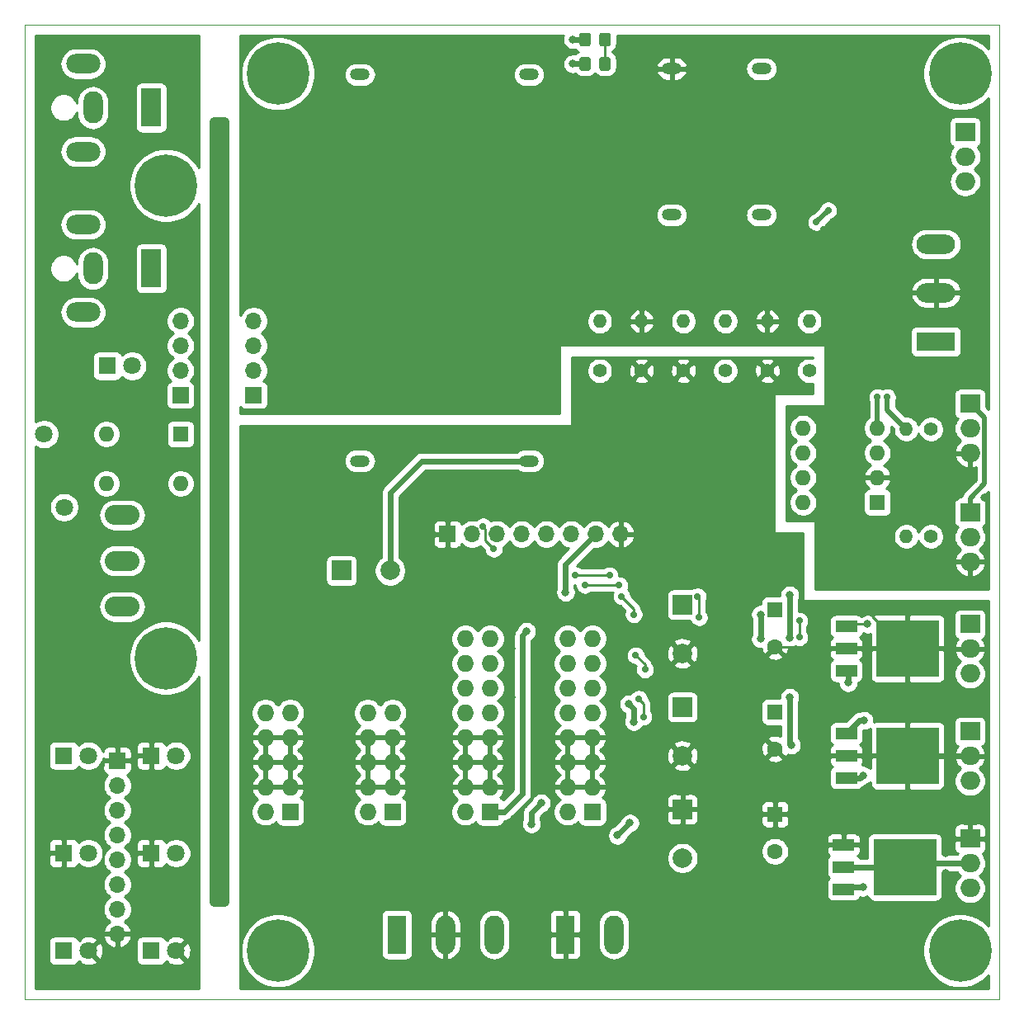
<source format=gbr>
%TF.GenerationSoftware,KiCad,Pcbnew,(5.1.5)-3*%
%TF.CreationDate,2020-03-17T21:32:34+01:00*%
%TF.ProjectId,KicadJE-EuroPowerSupply2-PCB,4b696361-644a-4452-9d45-75726f506f77,Rev A*%
%TF.SameCoordinates,Original*%
%TF.FileFunction,Copper,L1,Top*%
%TF.FilePolarity,Positive*%
%FSLAX46Y46*%
G04 Gerber Fmt 4.6, Leading zero omitted, Abs format (unit mm)*
G04 Created by KiCad (PCBNEW (5.1.5)-3) date 2020-03-17 21:32:34*
%MOMM*%
%LPD*%
G04 APERTURE LIST*
%ADD10C,1.000000*%
%ADD11C,0.050000*%
%ADD12C,0.800000*%
%ADD13C,6.400000*%
%ADD14C,2.000000*%
%ADD15R,2.000000X2.000000*%
%ADD16R,1.600000X1.600000*%
%ADD17C,1.600000*%
%ADD18O,1.600000X1.600000*%
%ADD19R,1.800000X1.800000*%
%ADD20C,1.800000*%
%ADD21C,0.150000*%
%ADD22O,3.500000X2.000000*%
%ADD23O,2.000000X3.300000*%
%ADD24R,2.000000X4.000000*%
%ADD25R,3.960000X1.980000*%
%ADD26O,3.960000X1.980000*%
%ADD27O,1.980000X3.960000*%
%ADD28R,1.980000X3.960000*%
%ADD29O,1.727200X1.727200*%
%ADD30R,1.727200X1.727200*%
%ADD31O,2.000000X1.905000*%
%ADD32R,2.000000X1.905000*%
%ADD33C,1.400000*%
%ADD34O,1.400000X1.400000*%
%ADD35O,3.556000X2.032000*%
%ADD36O,2.000000X1.200000*%
%ADD37R,2.200000X1.200000*%
%ADD38R,6.400000X5.800000*%
%ADD39R,1.700000X1.700000*%
%ADD40O,1.700000X1.700000*%
%ADD41C,0.700000*%
%ADD42C,0.600000*%
%ADD43C,0.250000*%
%ADD44C,0.500000*%
%ADD45C,0.254000*%
G04 APERTURE END LIST*
D10*
X69500000Y-60000000D02*
X70500000Y-60000000D01*
X69500000Y-140000000D02*
X70500000Y-140000000D01*
X70500000Y-60000000D02*
X70500000Y-140000000D01*
X69500000Y-60000000D02*
X69500000Y-140000000D01*
D11*
X50000000Y-150000000D02*
X50000000Y-50000000D01*
X150000000Y-150000000D02*
X50000000Y-150000000D01*
X150000000Y-50000000D02*
X150000000Y-150000000D01*
X50000000Y-50000000D02*
X150000000Y-50000000D01*
D12*
X66197056Y-113302944D03*
X64500000Y-112600000D03*
X62802944Y-113302944D03*
X62100000Y-115000000D03*
X62802944Y-116697056D03*
X64500000Y-117400000D03*
X66197056Y-116697056D03*
X66900000Y-115000000D03*
D13*
X64500000Y-115000000D03*
X64500000Y-66500000D03*
D12*
X66900000Y-66500000D03*
X66197056Y-68197056D03*
X64500000Y-68900000D03*
X62802944Y-68197056D03*
X62100000Y-66500000D03*
X62802944Y-64802944D03*
X64500000Y-64100000D03*
X66197056Y-64802944D03*
X147697056Y-53302944D03*
X146000000Y-52600000D03*
X144302944Y-53302944D03*
X143600000Y-55000000D03*
X144302944Y-56697056D03*
X146000000Y-57400000D03*
X147697056Y-56697056D03*
X148400000Y-55000000D03*
D13*
X146000000Y-55000000D03*
D12*
X147697056Y-143302944D03*
X146000000Y-142600000D03*
X144302944Y-143302944D03*
X143600000Y-145000000D03*
X144302944Y-146697056D03*
X146000000Y-147400000D03*
X147697056Y-146697056D03*
X148400000Y-145000000D03*
D13*
X146000000Y-145000000D03*
D12*
X77697056Y-143302944D03*
X76000000Y-142600000D03*
X74302944Y-143302944D03*
X73600000Y-145000000D03*
X74302944Y-146697056D03*
X76000000Y-147400000D03*
X77697056Y-146697056D03*
X78400000Y-145000000D03*
D13*
X76000000Y-145000000D03*
D12*
X77697056Y-53302944D03*
X76000000Y-52600000D03*
X74302944Y-53302944D03*
X73600000Y-55000000D03*
X74302944Y-56697056D03*
X76000000Y-57400000D03*
X77697056Y-56697056D03*
X78400000Y-55000000D03*
D13*
X76000000Y-55000000D03*
D14*
X87500000Y-106000000D03*
D15*
X82500000Y-106000000D03*
D16*
X127000000Y-120500000D03*
D17*
X127000000Y-124300000D03*
D15*
X117500000Y-120000000D03*
D14*
X117500000Y-125000000D03*
D16*
X127000000Y-110000000D03*
D17*
X127000000Y-113800000D03*
D14*
X117500000Y-114500000D03*
D15*
X117500000Y-109500000D03*
D17*
X127000000Y-134800000D03*
D16*
X127000000Y-131000000D03*
D15*
X117500000Y-130500000D03*
D14*
X117500000Y-135500000D03*
D18*
X58380000Y-92000000D03*
X66000000Y-97080000D03*
X58380000Y-97080000D03*
D16*
X66000000Y-92000000D03*
D19*
X58500000Y-85000000D03*
D20*
X61040000Y-85000000D03*
D19*
X54000000Y-125000000D03*
D20*
X56540000Y-125000000D03*
X56540000Y-135000000D03*
D19*
X54000000Y-135000000D03*
X54000000Y-145000000D03*
D20*
X56540000Y-145000000D03*
%TA.AperFunction,SMDPad,CuDef*%
D21*
G36*
X107849505Y-53301204D02*
G01*
X107873773Y-53304804D01*
X107897572Y-53310765D01*
X107920671Y-53319030D01*
X107942850Y-53329520D01*
X107963893Y-53342132D01*
X107983599Y-53356747D01*
X108001777Y-53373223D01*
X108018253Y-53391401D01*
X108032868Y-53411107D01*
X108045480Y-53432150D01*
X108055970Y-53454329D01*
X108064235Y-53477428D01*
X108070196Y-53501227D01*
X108073796Y-53525495D01*
X108075000Y-53549999D01*
X108075000Y-54450001D01*
X108073796Y-54474505D01*
X108070196Y-54498773D01*
X108064235Y-54522572D01*
X108055970Y-54545671D01*
X108045480Y-54567850D01*
X108032868Y-54588893D01*
X108018253Y-54608599D01*
X108001777Y-54626777D01*
X107983599Y-54643253D01*
X107963893Y-54657868D01*
X107942850Y-54670480D01*
X107920671Y-54680970D01*
X107897572Y-54689235D01*
X107873773Y-54695196D01*
X107849505Y-54698796D01*
X107825001Y-54700000D01*
X107174999Y-54700000D01*
X107150495Y-54698796D01*
X107126227Y-54695196D01*
X107102428Y-54689235D01*
X107079329Y-54680970D01*
X107057150Y-54670480D01*
X107036107Y-54657868D01*
X107016401Y-54643253D01*
X106998223Y-54626777D01*
X106981747Y-54608599D01*
X106967132Y-54588893D01*
X106954520Y-54567850D01*
X106944030Y-54545671D01*
X106935765Y-54522572D01*
X106929804Y-54498773D01*
X106926204Y-54474505D01*
X106925000Y-54450001D01*
X106925000Y-53549999D01*
X106926204Y-53525495D01*
X106929804Y-53501227D01*
X106935765Y-53477428D01*
X106944030Y-53454329D01*
X106954520Y-53432150D01*
X106967132Y-53411107D01*
X106981747Y-53391401D01*
X106998223Y-53373223D01*
X107016401Y-53356747D01*
X107036107Y-53342132D01*
X107057150Y-53329520D01*
X107079329Y-53319030D01*
X107102428Y-53310765D01*
X107126227Y-53304804D01*
X107150495Y-53301204D01*
X107174999Y-53300000D01*
X107825001Y-53300000D01*
X107849505Y-53301204D01*
G37*
%TD.AperFunction*%
%TA.AperFunction,SMDPad,CuDef*%
G36*
X109899505Y-53301204D02*
G01*
X109923773Y-53304804D01*
X109947572Y-53310765D01*
X109970671Y-53319030D01*
X109992850Y-53329520D01*
X110013893Y-53342132D01*
X110033599Y-53356747D01*
X110051777Y-53373223D01*
X110068253Y-53391401D01*
X110082868Y-53411107D01*
X110095480Y-53432150D01*
X110105970Y-53454329D01*
X110114235Y-53477428D01*
X110120196Y-53501227D01*
X110123796Y-53525495D01*
X110125000Y-53549999D01*
X110125000Y-54450001D01*
X110123796Y-54474505D01*
X110120196Y-54498773D01*
X110114235Y-54522572D01*
X110105970Y-54545671D01*
X110095480Y-54567850D01*
X110082868Y-54588893D01*
X110068253Y-54608599D01*
X110051777Y-54626777D01*
X110033599Y-54643253D01*
X110013893Y-54657868D01*
X109992850Y-54670480D01*
X109970671Y-54680970D01*
X109947572Y-54689235D01*
X109923773Y-54695196D01*
X109899505Y-54698796D01*
X109875001Y-54700000D01*
X109224999Y-54700000D01*
X109200495Y-54698796D01*
X109176227Y-54695196D01*
X109152428Y-54689235D01*
X109129329Y-54680970D01*
X109107150Y-54670480D01*
X109086107Y-54657868D01*
X109066401Y-54643253D01*
X109048223Y-54626777D01*
X109031747Y-54608599D01*
X109017132Y-54588893D01*
X109004520Y-54567850D01*
X108994030Y-54545671D01*
X108985765Y-54522572D01*
X108979804Y-54498773D01*
X108976204Y-54474505D01*
X108975000Y-54450001D01*
X108975000Y-53549999D01*
X108976204Y-53525495D01*
X108979804Y-53501227D01*
X108985765Y-53477428D01*
X108994030Y-53454329D01*
X109004520Y-53432150D01*
X109017132Y-53411107D01*
X109031747Y-53391401D01*
X109048223Y-53373223D01*
X109066401Y-53356747D01*
X109086107Y-53342132D01*
X109107150Y-53329520D01*
X109129329Y-53319030D01*
X109152428Y-53310765D01*
X109176227Y-53304804D01*
X109200495Y-53301204D01*
X109224999Y-53300000D01*
X109875001Y-53300000D01*
X109899505Y-53301204D01*
G37*
%TD.AperFunction*%
D19*
X63000000Y-145000000D03*
D20*
X65540000Y-145000000D03*
X65540000Y-125000000D03*
D19*
X63000000Y-125000000D03*
D20*
X65540000Y-135000000D03*
D19*
X63000000Y-135000000D03*
D22*
X56000000Y-63000000D03*
X56000000Y-54000000D03*
D23*
X57000000Y-58500000D03*
D24*
X63000000Y-58500000D03*
D25*
X143500000Y-82500000D03*
D26*
X143500000Y-77500000D03*
X143500000Y-72500000D03*
D27*
X98175001Y-143355001D03*
X93175001Y-143355001D03*
D28*
X88175001Y-143355001D03*
X105475001Y-143345001D03*
D27*
X110475001Y-143345001D03*
D24*
X63000000Y-75000000D03*
D23*
X57000000Y-75000000D03*
D22*
X56000000Y-70500000D03*
X56000000Y-79500000D03*
D29*
X74710000Y-120590000D03*
X77250000Y-120590000D03*
X74710000Y-123130000D03*
X77250000Y-123130000D03*
X74710000Y-125670000D03*
X77250000Y-125670000D03*
X74710000Y-128210000D03*
X77250000Y-128210000D03*
X74710000Y-130750000D03*
D30*
X77250000Y-130750000D03*
X97750000Y-130750000D03*
D29*
X95210000Y-130750000D03*
X97750000Y-128210000D03*
X95210000Y-128210000D03*
X97750000Y-125670000D03*
X95210000Y-125670000D03*
X97750000Y-123130000D03*
X95210000Y-123130000D03*
X97750000Y-120590000D03*
X95210000Y-120590000D03*
X97750000Y-118050000D03*
X95210000Y-118050000D03*
X97750000Y-115510000D03*
X95210000Y-115510000D03*
X97750000Y-112970000D03*
X95210000Y-112970000D03*
D30*
X87750000Y-130750000D03*
D29*
X85210000Y-130750000D03*
X87750000Y-128210000D03*
X85210000Y-128210000D03*
X87750000Y-125670000D03*
X85210000Y-125670000D03*
X87750000Y-123130000D03*
X85210000Y-123130000D03*
X87750000Y-120590000D03*
X85210000Y-120590000D03*
X105710000Y-112970000D03*
X108250000Y-112970000D03*
X105710000Y-115510000D03*
X108250000Y-115510000D03*
X105710000Y-118050000D03*
X108250000Y-118050000D03*
X105710000Y-120590000D03*
X108250000Y-120590000D03*
X105710000Y-123130000D03*
X108250000Y-123130000D03*
X105710000Y-125670000D03*
X108250000Y-125670000D03*
X105710000Y-128210000D03*
X108250000Y-128210000D03*
X105710000Y-130750000D03*
D30*
X108250000Y-130750000D03*
D31*
X146500000Y-66080000D03*
X146500000Y-63540000D03*
D32*
X146500000Y-61000000D03*
X147000000Y-88860000D03*
D31*
X147000000Y-91400000D03*
X147000000Y-93940000D03*
X147000000Y-105100000D03*
X147000000Y-102560000D03*
D32*
X147000000Y-100020000D03*
D33*
X143000000Y-91500000D03*
D34*
X140460000Y-91500000D03*
%TA.AperFunction,SMDPad,CuDef*%
D21*
G36*
X109899505Y-50801204D02*
G01*
X109923773Y-50804804D01*
X109947572Y-50810765D01*
X109970671Y-50819030D01*
X109992850Y-50829520D01*
X110013893Y-50842132D01*
X110033599Y-50856747D01*
X110051777Y-50873223D01*
X110068253Y-50891401D01*
X110082868Y-50911107D01*
X110095480Y-50932150D01*
X110105970Y-50954329D01*
X110114235Y-50977428D01*
X110120196Y-51001227D01*
X110123796Y-51025495D01*
X110125000Y-51049999D01*
X110125000Y-51950001D01*
X110123796Y-51974505D01*
X110120196Y-51998773D01*
X110114235Y-52022572D01*
X110105970Y-52045671D01*
X110095480Y-52067850D01*
X110082868Y-52088893D01*
X110068253Y-52108599D01*
X110051777Y-52126777D01*
X110033599Y-52143253D01*
X110013893Y-52157868D01*
X109992850Y-52170480D01*
X109970671Y-52180970D01*
X109947572Y-52189235D01*
X109923773Y-52195196D01*
X109899505Y-52198796D01*
X109875001Y-52200000D01*
X109224999Y-52200000D01*
X109200495Y-52198796D01*
X109176227Y-52195196D01*
X109152428Y-52189235D01*
X109129329Y-52180970D01*
X109107150Y-52170480D01*
X109086107Y-52157868D01*
X109066401Y-52143253D01*
X109048223Y-52126777D01*
X109031747Y-52108599D01*
X109017132Y-52088893D01*
X109004520Y-52067850D01*
X108994030Y-52045671D01*
X108985765Y-52022572D01*
X108979804Y-51998773D01*
X108976204Y-51974505D01*
X108975000Y-51950001D01*
X108975000Y-51049999D01*
X108976204Y-51025495D01*
X108979804Y-51001227D01*
X108985765Y-50977428D01*
X108994030Y-50954329D01*
X109004520Y-50932150D01*
X109017132Y-50911107D01*
X109031747Y-50891401D01*
X109048223Y-50873223D01*
X109066401Y-50856747D01*
X109086107Y-50842132D01*
X109107150Y-50829520D01*
X109129329Y-50819030D01*
X109152428Y-50810765D01*
X109176227Y-50804804D01*
X109200495Y-50801204D01*
X109224999Y-50800000D01*
X109875001Y-50800000D01*
X109899505Y-50801204D01*
G37*
%TD.AperFunction*%
%TA.AperFunction,SMDPad,CuDef*%
G36*
X107849505Y-50801204D02*
G01*
X107873773Y-50804804D01*
X107897572Y-50810765D01*
X107920671Y-50819030D01*
X107942850Y-50829520D01*
X107963893Y-50842132D01*
X107983599Y-50856747D01*
X108001777Y-50873223D01*
X108018253Y-50891401D01*
X108032868Y-50911107D01*
X108045480Y-50932150D01*
X108055970Y-50954329D01*
X108064235Y-50977428D01*
X108070196Y-51001227D01*
X108073796Y-51025495D01*
X108075000Y-51049999D01*
X108075000Y-51950001D01*
X108073796Y-51974505D01*
X108070196Y-51998773D01*
X108064235Y-52022572D01*
X108055970Y-52045671D01*
X108045480Y-52067850D01*
X108032868Y-52088893D01*
X108018253Y-52108599D01*
X108001777Y-52126777D01*
X107983599Y-52143253D01*
X107963893Y-52157868D01*
X107942850Y-52170480D01*
X107920671Y-52180970D01*
X107897572Y-52189235D01*
X107873773Y-52195196D01*
X107849505Y-52198796D01*
X107825001Y-52200000D01*
X107174999Y-52200000D01*
X107150495Y-52198796D01*
X107126227Y-52195196D01*
X107102428Y-52189235D01*
X107079329Y-52180970D01*
X107057150Y-52170480D01*
X107036107Y-52157868D01*
X107016401Y-52143253D01*
X106998223Y-52126777D01*
X106981747Y-52108599D01*
X106967132Y-52088893D01*
X106954520Y-52067850D01*
X106944030Y-52045671D01*
X106935765Y-52022572D01*
X106929804Y-51998773D01*
X106926204Y-51974505D01*
X106925000Y-51950001D01*
X106925000Y-51049999D01*
X106926204Y-51025495D01*
X106929804Y-51001227D01*
X106935765Y-50977428D01*
X106944030Y-50954329D01*
X106954520Y-50932150D01*
X106967132Y-50911107D01*
X106981747Y-50891401D01*
X106998223Y-50873223D01*
X107016401Y-50856747D01*
X107036107Y-50842132D01*
X107057150Y-50829520D01*
X107079329Y-50819030D01*
X107102428Y-50810765D01*
X107126227Y-50804804D01*
X107150495Y-50801204D01*
X107174999Y-50800000D01*
X107825001Y-50800000D01*
X107849505Y-50801204D01*
G37*
%TD.AperFunction*%
D34*
X140460000Y-102500000D03*
D33*
X143000000Y-102500000D03*
X109000000Y-85500000D03*
D34*
X109000000Y-80420000D03*
X121900000Y-80420000D03*
D33*
X121900000Y-85500000D03*
D34*
X126200000Y-80420000D03*
D33*
X126200000Y-85500000D03*
X117600000Y-85500000D03*
D34*
X117600000Y-80420000D03*
X113300000Y-80420000D03*
D33*
X113300000Y-85500000D03*
X130500000Y-85500000D03*
D34*
X130500000Y-80420000D03*
D20*
X52000000Y-92000000D03*
X54050000Y-99500000D03*
D35*
X60000000Y-109700000D03*
X60000000Y-105000000D03*
X60000000Y-100300000D03*
D32*
X147000000Y-122500000D03*
D31*
X147000000Y-125040000D03*
X147000000Y-127580000D03*
D32*
X147000000Y-111500000D03*
D31*
X147000000Y-114040000D03*
X147000000Y-116580000D03*
D36*
X125600000Y-54500000D03*
X116400000Y-54500000D03*
X125600000Y-69500000D03*
X116400000Y-69500000D03*
D31*
X147000000Y-138580000D03*
X147000000Y-136040000D03*
D32*
X147000000Y-133500000D03*
D36*
X84400000Y-94750000D03*
X101750000Y-94750000D03*
X84400000Y-55100000D03*
X101750000Y-55100000D03*
D16*
X137500000Y-99000000D03*
D18*
X129880000Y-91380000D03*
X137500000Y-96460000D03*
X129880000Y-93920000D03*
X137500000Y-93920000D03*
X129880000Y-96460000D03*
X137500000Y-91380000D03*
X129880000Y-99000000D03*
D37*
X134300000Y-111720000D03*
X134300000Y-114000000D03*
X134300000Y-116280000D03*
D38*
X140600000Y-114000000D03*
D37*
X134300000Y-122720000D03*
X134300000Y-125000000D03*
X134300000Y-127280000D03*
D38*
X140600000Y-125000000D03*
X140325000Y-136425001D03*
D37*
X134025000Y-138705001D03*
X134025000Y-136425001D03*
X134025000Y-134145001D03*
D39*
X73500000Y-88000000D03*
D40*
X73500000Y-85460000D03*
X73500000Y-82920000D03*
X73500000Y-80380000D03*
X66000000Y-80380000D03*
X66000000Y-82920000D03*
X66000000Y-85460000D03*
D39*
X66000000Y-88000000D03*
D40*
X111160000Y-102250000D03*
X108620000Y-102250000D03*
X106080000Y-102250000D03*
X103540000Y-102250000D03*
X101000000Y-102250000D03*
X98460000Y-102250000D03*
X95920000Y-102250000D03*
D39*
X93380000Y-102250000D03*
X59500000Y-125500000D03*
D40*
X59500000Y-128040000D03*
X59500000Y-130580000D03*
X59500000Y-133120000D03*
X59500000Y-135660000D03*
X59500000Y-138200000D03*
X59500000Y-140740000D03*
X59500000Y-143280000D03*
D41*
X89000000Y-99000000D03*
X86000000Y-99000000D03*
X82000000Y-92000000D03*
X87000000Y-92000000D03*
X89000000Y-92000000D03*
X109000000Y-99000000D03*
D12*
X144500000Y-135000000D03*
X144500000Y-137000000D03*
X136000000Y-135000000D03*
X121500000Y-141000000D03*
X121500000Y-138000000D03*
X141500000Y-148500000D03*
X131000000Y-148500000D03*
X102000000Y-148000000D03*
X114500000Y-148000000D03*
X84500000Y-148500000D03*
X73000000Y-140000000D03*
X73000000Y-116000000D03*
X72500000Y-93000000D03*
X106500000Y-91000000D03*
X106500000Y-84500000D03*
X125500000Y-88500000D03*
X129000000Y-102500000D03*
X137000000Y-109500000D03*
X148000000Y-109500000D03*
D41*
X136500000Y-113000000D03*
X100000000Y-116000000D03*
D12*
X97000000Y-105000000D03*
X89500000Y-112500000D03*
X89500000Y-119500000D03*
X86500000Y-119500000D03*
X76000000Y-119500000D03*
X86500000Y-112500000D03*
X100000000Y-114000000D03*
X100000000Y-119000000D03*
X103500000Y-119000000D03*
X103500000Y-116000000D03*
X103500000Y-114000000D03*
D41*
X111000000Y-114000000D03*
X92500000Y-99000000D03*
X99500000Y-99000000D03*
X101000000Y-105000000D03*
X110000000Y-105000000D03*
X114500000Y-110500000D03*
X121500000Y-115000000D03*
X121500000Y-120000000D03*
X121500000Y-130000000D03*
X121500000Y-135000000D03*
X127500000Y-105000000D03*
X129500000Y-105000000D03*
X94000000Y-105000000D03*
X126500000Y-100000000D03*
X124500000Y-100000000D03*
X119500000Y-100000000D03*
X121500000Y-105000000D03*
X119500000Y-105000000D03*
X119500000Y-95000000D03*
X124500000Y-95000000D03*
X126500000Y-95000000D03*
X147000000Y-130500000D03*
X147000000Y-119500000D03*
X147000000Y-141000000D03*
D12*
X110826103Y-133173897D03*
X112098897Y-131901103D03*
X112500000Y-121500000D03*
X112000000Y-119690000D03*
X102000000Y-132000000D03*
X103000000Y-129850000D03*
X105500000Y-108225000D03*
X101500000Y-112245000D03*
X136130147Y-121369853D03*
X125500000Y-110500000D03*
X125500000Y-113000004D03*
X136500000Y-111500000D03*
X148000000Y-107500000D03*
X131500000Y-107500000D03*
X131500000Y-100500000D03*
X128500000Y-100500000D03*
X128500000Y-90000000D03*
X132500000Y-88500000D03*
X132500000Y-83500000D03*
X131000000Y-82500000D03*
X104500000Y-82500000D03*
X104000000Y-89000000D03*
X89000000Y-89000000D03*
X87000000Y-89000000D03*
X76000000Y-89000000D03*
X72500000Y-78000000D03*
X73000000Y-58500000D03*
X79500000Y-51500000D03*
X148500000Y-58500000D03*
X148000000Y-69500000D03*
X148000000Y-84500000D03*
X148500000Y-98500000D03*
X145500000Y-98500000D03*
X137000000Y-107500000D03*
D41*
X136000000Y-63500000D03*
X139000000Y-51500000D03*
X136500000Y-52500000D03*
X131500000Y-68000000D03*
X126500000Y-62500000D03*
X124500000Y-62500000D03*
X124500000Y-64000000D03*
X132000000Y-71000000D03*
X133500000Y-70000000D03*
X138500000Y-88200000D03*
D12*
X134500000Y-117500000D03*
D41*
X129500000Y-111150000D03*
X129500000Y-112850000D03*
X106500000Y-106500000D03*
X110000000Y-106500000D03*
D12*
X106250000Y-54000000D03*
D41*
X137500000Y-88200000D03*
X131250000Y-70250000D03*
X132453186Y-69046814D03*
D12*
X128500000Y-108500000D03*
X128500000Y-112900000D03*
X128500000Y-119000000D03*
X128671096Y-123900010D03*
X136000000Y-127000000D03*
X136000000Y-138500000D03*
X106250000Y-51500000D03*
D41*
X119198959Y-110801041D03*
X119050002Y-108650000D03*
X98141046Y-103771037D03*
X97028851Y-101479965D03*
X111000000Y-107500000D03*
X107500000Y-107500000D03*
X113500000Y-121000000D03*
X113006041Y-119150000D03*
X113651041Y-116151041D03*
X112698959Y-114698959D03*
X112500000Y-110500000D03*
X111246041Y-108650000D03*
D42*
X140640000Y-125040000D02*
X140600000Y-125000000D01*
X147000000Y-125040000D02*
X140640000Y-125040000D01*
D43*
X134300000Y-114000000D02*
X140600000Y-114000000D01*
X140300000Y-114000000D02*
X140600000Y-114000000D01*
X137000000Y-110700000D02*
X140300000Y-114000000D01*
X137000000Y-109500000D02*
X137000000Y-110700000D01*
X134100000Y-113800000D02*
X134300000Y-114000000D01*
X127000000Y-113800000D02*
X134100000Y-113800000D01*
D42*
X110826103Y-133173897D02*
X112098897Y-131901103D01*
X112500000Y-121500000D02*
X112500000Y-120190000D01*
X112500000Y-120190000D02*
X112000000Y-119690000D01*
X100150000Y-94750000D02*
X101750000Y-94750000D01*
X90750000Y-94750000D02*
X100150000Y-94750000D01*
X87500000Y-106000000D02*
X87500000Y-98000000D01*
X87500000Y-98000000D02*
X90750000Y-94750000D01*
X102000000Y-132000000D02*
X102000000Y-130850000D01*
X102000000Y-130850000D02*
X103000000Y-129850000D01*
X108620000Y-102250000D02*
X105500000Y-105370000D01*
X105500000Y-105370000D02*
X105500000Y-108225000D01*
X99213600Y-130750000D02*
X97750000Y-130750000D01*
X101100001Y-112644999D02*
X101100001Y-128863599D01*
X101100001Y-128863599D02*
X99213600Y-130750000D01*
X101500000Y-112245000D02*
X101100001Y-112644999D01*
X135650147Y-121369853D02*
X134300000Y-122720000D01*
X136130147Y-121369853D02*
X135650147Y-121369853D01*
X125500000Y-110500000D02*
X125500000Y-113000004D01*
D43*
X134520000Y-111500000D02*
X134300000Y-111720000D01*
X136500000Y-111500000D02*
X134520000Y-111500000D01*
D44*
X138500000Y-89540000D02*
X140460000Y-91500000D01*
X138500000Y-88200000D02*
X138500000Y-89540000D01*
D42*
X134500000Y-116480000D02*
X134300000Y-116280000D01*
X134500000Y-117500000D02*
X134500000Y-116480000D01*
D43*
X129500000Y-111150000D02*
X129500000Y-112850000D01*
X106500000Y-106500000D02*
X110000000Y-106500000D01*
D42*
X106250000Y-54000000D02*
X107500000Y-54000000D01*
D44*
X137500000Y-91380000D02*
X137500000Y-88200000D01*
X131250000Y-70250000D02*
X132453186Y-69046814D01*
D42*
X128500000Y-108500000D02*
X128500000Y-112900000D01*
X140710001Y-136040000D02*
X140325000Y-136425001D01*
X147000000Y-136040000D02*
X140710001Y-136040000D01*
X134025000Y-136425001D02*
X140325000Y-136425001D01*
X128500000Y-123728914D02*
X128671096Y-123900010D01*
X128500000Y-119000000D02*
X128500000Y-123728914D01*
X134300000Y-127280000D02*
X135720000Y-127280000D01*
X135720000Y-127280000D02*
X136000000Y-127000000D01*
X134230001Y-138500000D02*
X134025000Y-138705001D01*
X136000000Y-138500000D02*
X134230001Y-138500000D01*
X106250000Y-51500000D02*
X107500000Y-51500000D01*
D43*
X109550000Y-52200000D02*
X109550000Y-54000000D01*
X109550000Y-51500000D02*
X109550000Y-52200000D01*
D44*
X147047500Y-88860000D02*
X147000000Y-88860000D01*
X148500000Y-90312500D02*
X147047500Y-88860000D01*
X148500000Y-97067500D02*
X148500000Y-90312500D01*
X147000000Y-98567500D02*
X148500000Y-97067500D01*
X147000000Y-100020000D02*
X147000000Y-98567500D01*
D43*
X119198959Y-110801041D02*
X119198959Y-108798957D01*
X119198959Y-108798957D02*
X119050002Y-108650000D01*
X97284999Y-101736113D02*
X97028851Y-101479965D01*
X98141046Y-103771037D02*
X97284999Y-102914990D01*
X97284999Y-102914990D02*
X97284999Y-101736113D01*
X111000000Y-107500000D02*
X107500000Y-107500000D01*
X113500000Y-121000000D02*
X113500000Y-119643959D01*
X113500000Y-119643959D02*
X113006041Y-119150000D01*
X113651041Y-116151041D02*
X113651041Y-115651041D01*
X113651041Y-115651041D02*
X112698959Y-114698959D01*
X112500000Y-110500000D02*
X112500000Y-109903959D01*
X112500000Y-109903959D02*
X111246041Y-108650000D01*
D45*
G36*
X105254774Y-51198102D02*
G01*
X105215000Y-51398061D01*
X105215000Y-51601939D01*
X105254774Y-51801898D01*
X105332795Y-51990256D01*
X105446063Y-52159774D01*
X105590226Y-52303937D01*
X105759744Y-52417205D01*
X105948102Y-52495226D01*
X106148061Y-52535000D01*
X106351939Y-52535000D01*
X106489349Y-52507668D01*
X106547038Y-52577962D01*
X106681613Y-52688405D01*
X106796849Y-52750000D01*
X106681613Y-52811595D01*
X106547038Y-52922038D01*
X106489349Y-52992332D01*
X106351939Y-52965000D01*
X106148061Y-52965000D01*
X105948102Y-53004774D01*
X105759744Y-53082795D01*
X105590226Y-53196063D01*
X105446063Y-53340226D01*
X105332795Y-53509744D01*
X105254774Y-53698102D01*
X105215000Y-53898061D01*
X105215000Y-54101939D01*
X105254774Y-54301898D01*
X105332795Y-54490256D01*
X105446063Y-54659774D01*
X105590226Y-54803937D01*
X105759744Y-54917205D01*
X105948102Y-54995226D01*
X106148061Y-55035000D01*
X106351939Y-55035000D01*
X106489349Y-55007668D01*
X106547038Y-55077962D01*
X106681613Y-55188405D01*
X106835149Y-55270472D01*
X107001745Y-55321008D01*
X107174999Y-55338072D01*
X107825001Y-55338072D01*
X107998255Y-55321008D01*
X108164851Y-55270472D01*
X108318387Y-55188405D01*
X108452962Y-55077962D01*
X108525000Y-54990184D01*
X108597038Y-55077962D01*
X108731613Y-55188405D01*
X108885149Y-55270472D01*
X109051745Y-55321008D01*
X109224999Y-55338072D01*
X109875001Y-55338072D01*
X110048255Y-55321008D01*
X110214851Y-55270472D01*
X110368387Y-55188405D01*
X110502962Y-55077962D01*
X110613405Y-54943387D01*
X110680634Y-54817609D01*
X114806538Y-54817609D01*
X114810409Y-54855282D01*
X114902579Y-55080533D01*
X115036922Y-55283474D01*
X115208275Y-55456307D01*
X115410054Y-55592390D01*
X115634504Y-55686493D01*
X115873000Y-55735000D01*
X116273000Y-55735000D01*
X116273000Y-54627000D01*
X116527000Y-54627000D01*
X116527000Y-55735000D01*
X116927000Y-55735000D01*
X117165496Y-55686493D01*
X117389946Y-55592390D01*
X117591725Y-55456307D01*
X117763078Y-55283474D01*
X117897421Y-55080533D01*
X117989591Y-54855282D01*
X117993462Y-54817609D01*
X117868731Y-54627000D01*
X116527000Y-54627000D01*
X116273000Y-54627000D01*
X114931269Y-54627000D01*
X114806538Y-54817609D01*
X110680634Y-54817609D01*
X110695472Y-54789851D01*
X110746008Y-54623255D01*
X110758147Y-54500000D01*
X123959025Y-54500000D01*
X123982870Y-54742102D01*
X124053489Y-54974901D01*
X124168167Y-55189449D01*
X124322498Y-55377502D01*
X124510551Y-55531833D01*
X124725099Y-55646511D01*
X124957898Y-55717130D01*
X125139335Y-55735000D01*
X126060665Y-55735000D01*
X126242102Y-55717130D01*
X126474901Y-55646511D01*
X126689449Y-55531833D01*
X126877502Y-55377502D01*
X127031833Y-55189449D01*
X127146511Y-54974901D01*
X127217130Y-54742102D01*
X127240975Y-54500000D01*
X127217130Y-54257898D01*
X127146511Y-54025099D01*
X127031833Y-53810551D01*
X126877502Y-53622498D01*
X126689449Y-53468167D01*
X126474901Y-53353489D01*
X126242102Y-53282870D01*
X126060665Y-53265000D01*
X125139335Y-53265000D01*
X124957898Y-53282870D01*
X124725099Y-53353489D01*
X124510551Y-53468167D01*
X124322498Y-53622498D01*
X124168167Y-53810551D01*
X124053489Y-54025099D01*
X123982870Y-54257898D01*
X123959025Y-54500000D01*
X110758147Y-54500000D01*
X110763072Y-54450001D01*
X110763072Y-54182391D01*
X114806538Y-54182391D01*
X114931269Y-54373000D01*
X116273000Y-54373000D01*
X116273000Y-53265000D01*
X116527000Y-53265000D01*
X116527000Y-54373000D01*
X117868731Y-54373000D01*
X117993462Y-54182391D01*
X117989591Y-54144718D01*
X117897421Y-53919467D01*
X117763078Y-53716526D01*
X117591725Y-53543693D01*
X117389946Y-53407610D01*
X117165496Y-53313507D01*
X116927000Y-53265000D01*
X116527000Y-53265000D01*
X116273000Y-53265000D01*
X115873000Y-53265000D01*
X115634504Y-53313507D01*
X115410054Y-53407610D01*
X115208275Y-53543693D01*
X115036922Y-53716526D01*
X114902579Y-53919467D01*
X114810409Y-54144718D01*
X114806538Y-54182391D01*
X110763072Y-54182391D01*
X110763072Y-53549999D01*
X110746008Y-53376745D01*
X110695472Y-53210149D01*
X110613405Y-53056613D01*
X110502962Y-52922038D01*
X110368387Y-52811595D01*
X110310000Y-52780386D01*
X110310000Y-52719614D01*
X110368387Y-52688405D01*
X110502962Y-52577962D01*
X110613405Y-52443387D01*
X110695472Y-52289851D01*
X110746008Y-52123255D01*
X110763072Y-51950001D01*
X110763072Y-51127000D01*
X148873000Y-51127000D01*
X148873000Y-52449491D01*
X148444670Y-52021161D01*
X147816554Y-51601467D01*
X147118628Y-51312377D01*
X146377715Y-51165000D01*
X145622285Y-51165000D01*
X144881372Y-51312377D01*
X144183446Y-51601467D01*
X143555330Y-52021161D01*
X143021161Y-52555330D01*
X142601467Y-53183446D01*
X142312377Y-53881372D01*
X142165000Y-54622285D01*
X142165000Y-55377715D01*
X142312377Y-56118628D01*
X142601467Y-56816554D01*
X143021161Y-57444670D01*
X143555330Y-57978839D01*
X144183446Y-58398533D01*
X144881372Y-58687623D01*
X145622285Y-58835000D01*
X146377715Y-58835000D01*
X147118628Y-58687623D01*
X147816554Y-58398533D01*
X148444670Y-57978839D01*
X148873000Y-57550509D01*
X148873000Y-89433921D01*
X148638072Y-89198993D01*
X148638072Y-87907500D01*
X148625812Y-87783018D01*
X148589502Y-87663320D01*
X148530537Y-87553006D01*
X148451185Y-87456315D01*
X148354494Y-87376963D01*
X148244180Y-87317998D01*
X148124482Y-87281688D01*
X148000000Y-87269428D01*
X146000000Y-87269428D01*
X145875518Y-87281688D01*
X145755820Y-87317998D01*
X145645506Y-87376963D01*
X145548815Y-87456315D01*
X145469463Y-87553006D01*
X145410498Y-87663320D01*
X145374188Y-87783018D01*
X145361928Y-87907500D01*
X145361928Y-89812500D01*
X145374188Y-89936982D01*
X145410498Y-90056680D01*
X145469463Y-90166994D01*
X145548815Y-90263685D01*
X145645506Y-90343037D01*
X145729446Y-90387905D01*
X145626155Y-90513765D01*
X145478745Y-90789551D01*
X145387970Y-91088796D01*
X145357319Y-91400000D01*
X145387970Y-91711204D01*
X145478745Y-92010449D01*
X145626155Y-92286235D01*
X145824537Y-92527963D01*
X146003899Y-92675163D01*
X145818685Y-92830563D01*
X145624031Y-93073077D01*
X145480429Y-93348906D01*
X145409437Y-93567020D01*
X145529406Y-93813000D01*
X146873000Y-93813000D01*
X146873000Y-93793000D01*
X147127000Y-93793000D01*
X147127000Y-93813000D01*
X147147000Y-93813000D01*
X147147000Y-94067000D01*
X147127000Y-94067000D01*
X147127000Y-95365570D01*
X147373863Y-95492378D01*
X147615000Y-95416358D01*
X147615000Y-96700921D01*
X146404951Y-97910971D01*
X146371184Y-97938683D01*
X146343471Y-97972451D01*
X146343468Y-97972454D01*
X146260590Y-98073441D01*
X146178412Y-98227187D01*
X146127805Y-98394010D01*
X146124317Y-98429428D01*
X146000000Y-98429428D01*
X145875518Y-98441688D01*
X145755820Y-98477998D01*
X145645506Y-98536963D01*
X145548815Y-98616315D01*
X145469463Y-98713006D01*
X145410498Y-98823320D01*
X145374188Y-98943018D01*
X145361928Y-99067500D01*
X145361928Y-100972500D01*
X145374188Y-101096982D01*
X145410498Y-101216680D01*
X145469463Y-101326994D01*
X145548815Y-101423685D01*
X145645506Y-101503037D01*
X145729446Y-101547905D01*
X145626155Y-101673765D01*
X145478745Y-101949551D01*
X145387970Y-102248796D01*
X145357319Y-102560000D01*
X145387970Y-102871204D01*
X145478745Y-103170449D01*
X145626155Y-103446235D01*
X145824537Y-103687963D01*
X146003899Y-103835163D01*
X145818685Y-103990563D01*
X145624031Y-104233077D01*
X145480429Y-104508906D01*
X145409437Y-104727020D01*
X145529406Y-104973000D01*
X146873000Y-104973000D01*
X146873000Y-104953000D01*
X147127000Y-104953000D01*
X147127000Y-104973000D01*
X148470594Y-104973000D01*
X148590563Y-104727020D01*
X148519571Y-104508906D01*
X148375969Y-104233077D01*
X148181315Y-103990563D01*
X147996101Y-103835163D01*
X148175463Y-103687963D01*
X148373845Y-103446235D01*
X148521255Y-103170449D01*
X148612030Y-102871204D01*
X148642681Y-102560000D01*
X148612030Y-102248796D01*
X148521255Y-101949551D01*
X148373845Y-101673765D01*
X148270554Y-101547905D01*
X148354494Y-101503037D01*
X148451185Y-101423685D01*
X148530537Y-101326994D01*
X148589502Y-101216680D01*
X148625812Y-101096982D01*
X148638072Y-100972500D01*
X148638072Y-99067500D01*
X148625812Y-98943018D01*
X148589502Y-98823320D01*
X148530537Y-98713006D01*
X148451185Y-98616315D01*
X148354494Y-98536963D01*
X148307327Y-98511751D01*
X148873000Y-97946079D01*
X148873000Y-107873000D01*
X131127000Y-107873000D01*
X131127000Y-105472980D01*
X145409437Y-105472980D01*
X145480429Y-105691094D01*
X145624031Y-105966923D01*
X145818685Y-106209437D01*
X146056911Y-106409316D01*
X146329554Y-106558879D01*
X146626137Y-106652378D01*
X146873000Y-106525570D01*
X146873000Y-105227000D01*
X147127000Y-105227000D01*
X147127000Y-106525570D01*
X147373863Y-106652378D01*
X147670446Y-106558879D01*
X147943089Y-106409316D01*
X148181315Y-106209437D01*
X148375969Y-105966923D01*
X148519571Y-105691094D01*
X148590563Y-105472980D01*
X148470594Y-105227000D01*
X147127000Y-105227000D01*
X146873000Y-105227000D01*
X145529406Y-105227000D01*
X145409437Y-105472980D01*
X131127000Y-105472980D01*
X131127000Y-102368514D01*
X139125000Y-102368514D01*
X139125000Y-102631486D01*
X139176304Y-102889405D01*
X139276939Y-103132359D01*
X139423038Y-103351013D01*
X139608987Y-103536962D01*
X139827641Y-103683061D01*
X140070595Y-103783696D01*
X140328514Y-103835000D01*
X140591486Y-103835000D01*
X140849405Y-103783696D01*
X141092359Y-103683061D01*
X141311013Y-103536962D01*
X141496962Y-103351013D01*
X141643061Y-103132359D01*
X141730000Y-102922470D01*
X141816939Y-103132359D01*
X141963038Y-103351013D01*
X142148987Y-103536962D01*
X142367641Y-103683061D01*
X142610595Y-103783696D01*
X142868514Y-103835000D01*
X143131486Y-103835000D01*
X143389405Y-103783696D01*
X143632359Y-103683061D01*
X143851013Y-103536962D01*
X144036962Y-103351013D01*
X144183061Y-103132359D01*
X144283696Y-102889405D01*
X144335000Y-102631486D01*
X144335000Y-102368514D01*
X144283696Y-102110595D01*
X144183061Y-101867641D01*
X144036962Y-101648987D01*
X143851013Y-101463038D01*
X143632359Y-101316939D01*
X143389405Y-101216304D01*
X143131486Y-101165000D01*
X142868514Y-101165000D01*
X142610595Y-101216304D01*
X142367641Y-101316939D01*
X142148987Y-101463038D01*
X141963038Y-101648987D01*
X141816939Y-101867641D01*
X141730000Y-102077530D01*
X141643061Y-101867641D01*
X141496962Y-101648987D01*
X141311013Y-101463038D01*
X141092359Y-101316939D01*
X140849405Y-101216304D01*
X140591486Y-101165000D01*
X140328514Y-101165000D01*
X140070595Y-101216304D01*
X139827641Y-101316939D01*
X139608987Y-101463038D01*
X139423038Y-101648987D01*
X139276939Y-101867641D01*
X139176304Y-102110595D01*
X139125000Y-102368514D01*
X131127000Y-102368514D01*
X131127000Y-101000000D01*
X131124560Y-100975224D01*
X131117333Y-100951399D01*
X131105597Y-100929443D01*
X131089803Y-100910197D01*
X131070557Y-100894403D01*
X131048601Y-100882667D01*
X131024776Y-100875440D01*
X131000000Y-100873000D01*
X128127000Y-100873000D01*
X128127000Y-91238665D01*
X128445000Y-91238665D01*
X128445000Y-91521335D01*
X128500147Y-91798574D01*
X128608320Y-92059727D01*
X128765363Y-92294759D01*
X128965241Y-92494637D01*
X129197759Y-92650000D01*
X128965241Y-92805363D01*
X128765363Y-93005241D01*
X128608320Y-93240273D01*
X128500147Y-93501426D01*
X128445000Y-93778665D01*
X128445000Y-94061335D01*
X128500147Y-94338574D01*
X128608320Y-94599727D01*
X128765363Y-94834759D01*
X128965241Y-95034637D01*
X129197759Y-95190000D01*
X128965241Y-95345363D01*
X128765363Y-95545241D01*
X128608320Y-95780273D01*
X128500147Y-96041426D01*
X128445000Y-96318665D01*
X128445000Y-96601335D01*
X128500147Y-96878574D01*
X128608320Y-97139727D01*
X128765363Y-97374759D01*
X128965241Y-97574637D01*
X129197759Y-97730000D01*
X128965241Y-97885363D01*
X128765363Y-98085241D01*
X128608320Y-98320273D01*
X128500147Y-98581426D01*
X128445000Y-98858665D01*
X128445000Y-99141335D01*
X128500147Y-99418574D01*
X128608320Y-99679727D01*
X128765363Y-99914759D01*
X128965241Y-100114637D01*
X129200273Y-100271680D01*
X129461426Y-100379853D01*
X129738665Y-100435000D01*
X130021335Y-100435000D01*
X130298574Y-100379853D01*
X130559727Y-100271680D01*
X130794759Y-100114637D01*
X130994637Y-99914759D01*
X131151680Y-99679727D01*
X131259853Y-99418574D01*
X131315000Y-99141335D01*
X131315000Y-98858665D01*
X131259853Y-98581426D01*
X131151680Y-98320273D01*
X131071317Y-98200000D01*
X136061928Y-98200000D01*
X136061928Y-99800000D01*
X136074188Y-99924482D01*
X136110498Y-100044180D01*
X136169463Y-100154494D01*
X136248815Y-100251185D01*
X136345506Y-100330537D01*
X136455820Y-100389502D01*
X136575518Y-100425812D01*
X136700000Y-100438072D01*
X138300000Y-100438072D01*
X138424482Y-100425812D01*
X138544180Y-100389502D01*
X138654494Y-100330537D01*
X138751185Y-100251185D01*
X138830537Y-100154494D01*
X138889502Y-100044180D01*
X138925812Y-99924482D01*
X138938072Y-99800000D01*
X138938072Y-98200000D01*
X138925812Y-98075518D01*
X138889502Y-97955820D01*
X138830537Y-97845506D01*
X138751185Y-97748815D01*
X138654494Y-97669463D01*
X138544180Y-97610498D01*
X138424482Y-97574188D01*
X138399920Y-97571769D01*
X138563519Y-97423414D01*
X138731037Y-97197420D01*
X138851246Y-96943087D01*
X138891904Y-96809039D01*
X138769915Y-96587000D01*
X137627000Y-96587000D01*
X137627000Y-96607000D01*
X137373000Y-96607000D01*
X137373000Y-96587000D01*
X136230085Y-96587000D01*
X136108096Y-96809039D01*
X136148754Y-96943087D01*
X136268963Y-97197420D01*
X136436481Y-97423414D01*
X136600080Y-97571769D01*
X136575518Y-97574188D01*
X136455820Y-97610498D01*
X136345506Y-97669463D01*
X136248815Y-97748815D01*
X136169463Y-97845506D01*
X136110498Y-97955820D01*
X136074188Y-98075518D01*
X136061928Y-98200000D01*
X131071317Y-98200000D01*
X130994637Y-98085241D01*
X130794759Y-97885363D01*
X130562241Y-97730000D01*
X130794759Y-97574637D01*
X130994637Y-97374759D01*
X131151680Y-97139727D01*
X131259853Y-96878574D01*
X131315000Y-96601335D01*
X131315000Y-96318665D01*
X131259853Y-96041426D01*
X131151680Y-95780273D01*
X130994637Y-95545241D01*
X130794759Y-95345363D01*
X130562241Y-95190000D01*
X130794759Y-95034637D01*
X130994637Y-94834759D01*
X131151680Y-94599727D01*
X131259853Y-94338574D01*
X131315000Y-94061335D01*
X131315000Y-93778665D01*
X131259853Y-93501426D01*
X131151680Y-93240273D01*
X130994637Y-93005241D01*
X130794759Y-92805363D01*
X130562241Y-92650000D01*
X130794759Y-92494637D01*
X130994637Y-92294759D01*
X131151680Y-92059727D01*
X131259853Y-91798574D01*
X131315000Y-91521335D01*
X131315000Y-91238665D01*
X136065000Y-91238665D01*
X136065000Y-91521335D01*
X136120147Y-91798574D01*
X136228320Y-92059727D01*
X136385363Y-92294759D01*
X136585241Y-92494637D01*
X136817759Y-92650000D01*
X136585241Y-92805363D01*
X136385363Y-93005241D01*
X136228320Y-93240273D01*
X136120147Y-93501426D01*
X136065000Y-93778665D01*
X136065000Y-94061335D01*
X136120147Y-94338574D01*
X136228320Y-94599727D01*
X136385363Y-94834759D01*
X136585241Y-95034637D01*
X136820273Y-95191680D01*
X136830865Y-95196067D01*
X136644869Y-95307615D01*
X136436481Y-95496586D01*
X136268963Y-95722580D01*
X136148754Y-95976913D01*
X136108096Y-96110961D01*
X136230085Y-96333000D01*
X137373000Y-96333000D01*
X137373000Y-96313000D01*
X137627000Y-96313000D01*
X137627000Y-96333000D01*
X138769915Y-96333000D01*
X138891904Y-96110961D01*
X138851246Y-95976913D01*
X138731037Y-95722580D01*
X138563519Y-95496586D01*
X138355131Y-95307615D01*
X138169135Y-95196067D01*
X138179727Y-95191680D01*
X138414759Y-95034637D01*
X138614637Y-94834759D01*
X138771680Y-94599727D01*
X138879853Y-94338574D01*
X138884944Y-94312980D01*
X145409437Y-94312980D01*
X145480429Y-94531094D01*
X145624031Y-94806923D01*
X145818685Y-95049437D01*
X146056911Y-95249316D01*
X146329554Y-95398879D01*
X146626137Y-95492378D01*
X146873000Y-95365570D01*
X146873000Y-94067000D01*
X145529406Y-94067000D01*
X145409437Y-94312980D01*
X138884944Y-94312980D01*
X138935000Y-94061335D01*
X138935000Y-93778665D01*
X138879853Y-93501426D01*
X138771680Y-93240273D01*
X138614637Y-93005241D01*
X138414759Y-92805363D01*
X138182241Y-92650000D01*
X138414759Y-92494637D01*
X138614637Y-92294759D01*
X138771680Y-92059727D01*
X138879853Y-91798574D01*
X138935000Y-91521335D01*
X138935000Y-91238665D01*
X138931999Y-91223577D01*
X139125000Y-91416579D01*
X139125000Y-91631486D01*
X139176304Y-91889405D01*
X139276939Y-92132359D01*
X139423038Y-92351013D01*
X139608987Y-92536962D01*
X139827641Y-92683061D01*
X140070595Y-92783696D01*
X140328514Y-92835000D01*
X140591486Y-92835000D01*
X140849405Y-92783696D01*
X141092359Y-92683061D01*
X141311013Y-92536962D01*
X141496962Y-92351013D01*
X141643061Y-92132359D01*
X141730000Y-91922470D01*
X141816939Y-92132359D01*
X141963038Y-92351013D01*
X142148987Y-92536962D01*
X142367641Y-92683061D01*
X142610595Y-92783696D01*
X142868514Y-92835000D01*
X143131486Y-92835000D01*
X143389405Y-92783696D01*
X143632359Y-92683061D01*
X143851013Y-92536962D01*
X144036962Y-92351013D01*
X144183061Y-92132359D01*
X144283696Y-91889405D01*
X144335000Y-91631486D01*
X144335000Y-91368514D01*
X144283696Y-91110595D01*
X144183061Y-90867641D01*
X144036962Y-90648987D01*
X143851013Y-90463038D01*
X143632359Y-90316939D01*
X143389405Y-90216304D01*
X143131486Y-90165000D01*
X142868514Y-90165000D01*
X142610595Y-90216304D01*
X142367641Y-90316939D01*
X142148987Y-90463038D01*
X141963038Y-90648987D01*
X141816939Y-90867641D01*
X141730000Y-91077530D01*
X141643061Y-90867641D01*
X141496962Y-90648987D01*
X141311013Y-90463038D01*
X141092359Y-90316939D01*
X140849405Y-90216304D01*
X140591486Y-90165000D01*
X140376579Y-90165000D01*
X139385000Y-89173422D01*
X139385000Y-88637350D01*
X139447147Y-88487314D01*
X139485000Y-88297014D01*
X139485000Y-88102986D01*
X139447147Y-87912686D01*
X139372896Y-87733428D01*
X139265099Y-87572099D01*
X139127901Y-87434901D01*
X138966572Y-87327104D01*
X138787314Y-87252853D01*
X138597014Y-87215000D01*
X138402986Y-87215000D01*
X138212686Y-87252853D01*
X138033428Y-87327104D01*
X138000000Y-87349440D01*
X137966572Y-87327104D01*
X137787314Y-87252853D01*
X137597014Y-87215000D01*
X137402986Y-87215000D01*
X137212686Y-87252853D01*
X137033428Y-87327104D01*
X136872099Y-87434901D01*
X136734901Y-87572099D01*
X136627104Y-87733428D01*
X136552853Y-87912686D01*
X136515000Y-88102986D01*
X136515000Y-88297014D01*
X136552853Y-88487314D01*
X136615001Y-88637352D01*
X136615000Y-90245478D01*
X136585241Y-90265363D01*
X136385363Y-90465241D01*
X136228320Y-90700273D01*
X136120147Y-90961426D01*
X136065000Y-91238665D01*
X131315000Y-91238665D01*
X131259853Y-90961426D01*
X131151680Y-90700273D01*
X130994637Y-90465241D01*
X130794759Y-90265363D01*
X130559727Y-90108320D01*
X130298574Y-90000147D01*
X130021335Y-89945000D01*
X129738665Y-89945000D01*
X129461426Y-90000147D01*
X129200273Y-90108320D01*
X128965241Y-90265363D01*
X128765363Y-90465241D01*
X128608320Y-90700273D01*
X128500147Y-90961426D01*
X128445000Y-91238665D01*
X128127000Y-91238665D01*
X128127000Y-89127000D01*
X132000000Y-89127000D01*
X132024776Y-89124560D01*
X132048601Y-89117333D01*
X132070557Y-89105597D01*
X132089803Y-89089803D01*
X132105597Y-89070557D01*
X132117333Y-89048601D01*
X132124560Y-89024776D01*
X132127000Y-89000000D01*
X132127000Y-83000000D01*
X132124560Y-82975224D01*
X132117333Y-82951399D01*
X132105597Y-82929443D01*
X132089803Y-82910197D01*
X132070557Y-82894403D01*
X132048601Y-82882667D01*
X132024776Y-82875440D01*
X132000000Y-82873000D01*
X105000000Y-82873000D01*
X104975224Y-82875440D01*
X104951399Y-82882667D01*
X104929443Y-82894403D01*
X104910197Y-82910197D01*
X104894403Y-82929443D01*
X104882667Y-82951399D01*
X104875440Y-82975224D01*
X104873000Y-83000000D01*
X104873000Y-89873000D01*
X72127000Y-89873000D01*
X72127000Y-89213678D01*
X72198815Y-89301185D01*
X72295506Y-89380537D01*
X72405820Y-89439502D01*
X72525518Y-89475812D01*
X72650000Y-89488072D01*
X74350000Y-89488072D01*
X74474482Y-89475812D01*
X74594180Y-89439502D01*
X74704494Y-89380537D01*
X74801185Y-89301185D01*
X74880537Y-89204494D01*
X74939502Y-89094180D01*
X74975812Y-88974482D01*
X74988072Y-88850000D01*
X74988072Y-87150000D01*
X74975812Y-87025518D01*
X74939502Y-86905820D01*
X74880537Y-86795506D01*
X74801185Y-86698815D01*
X74704494Y-86619463D01*
X74594180Y-86560498D01*
X74521620Y-86538487D01*
X74653475Y-86406632D01*
X74815990Y-86163411D01*
X74927932Y-85893158D01*
X74985000Y-85606260D01*
X74985000Y-85313740D01*
X74927932Y-85026842D01*
X74815990Y-84756589D01*
X74653475Y-84513368D01*
X74446632Y-84306525D01*
X74272240Y-84190000D01*
X74446632Y-84073475D01*
X74653475Y-83866632D01*
X74815990Y-83623411D01*
X74927932Y-83353158D01*
X74985000Y-83066260D01*
X74985000Y-82773740D01*
X74927932Y-82486842D01*
X74815990Y-82216589D01*
X74653475Y-81973368D01*
X74446632Y-81766525D01*
X74272240Y-81650000D01*
X74446632Y-81533475D01*
X74653475Y-81326632D01*
X74815990Y-81083411D01*
X74927932Y-80813158D01*
X74985000Y-80526260D01*
X74985000Y-80288514D01*
X107665000Y-80288514D01*
X107665000Y-80551486D01*
X107716304Y-80809405D01*
X107816939Y-81052359D01*
X107963038Y-81271013D01*
X108148987Y-81456962D01*
X108367641Y-81603061D01*
X108610595Y-81703696D01*
X108868514Y-81755000D01*
X109131486Y-81755000D01*
X109389405Y-81703696D01*
X109632359Y-81603061D01*
X109851013Y-81456962D01*
X110036962Y-81271013D01*
X110183061Y-81052359D01*
X110283696Y-80809405D01*
X110294850Y-80753330D01*
X112007278Y-80753330D01*
X112097147Y-80999123D01*
X112233241Y-81222660D01*
X112410330Y-81415351D01*
X112621608Y-81569792D01*
X112858956Y-81680047D01*
X112966671Y-81712716D01*
X113173000Y-81589374D01*
X113173000Y-80547000D01*
X113427000Y-80547000D01*
X113427000Y-81589374D01*
X113633329Y-81712716D01*
X113741044Y-81680047D01*
X113978392Y-81569792D01*
X114189670Y-81415351D01*
X114366759Y-81222660D01*
X114502853Y-80999123D01*
X114592722Y-80753330D01*
X114470201Y-80547000D01*
X113427000Y-80547000D01*
X113173000Y-80547000D01*
X112129799Y-80547000D01*
X112007278Y-80753330D01*
X110294850Y-80753330D01*
X110335000Y-80551486D01*
X110335000Y-80288514D01*
X110294851Y-80086670D01*
X112007278Y-80086670D01*
X112129799Y-80293000D01*
X113173000Y-80293000D01*
X113173000Y-79250626D01*
X113427000Y-79250626D01*
X113427000Y-80293000D01*
X114470201Y-80293000D01*
X114472864Y-80288514D01*
X116265000Y-80288514D01*
X116265000Y-80551486D01*
X116316304Y-80809405D01*
X116416939Y-81052359D01*
X116563038Y-81271013D01*
X116748987Y-81456962D01*
X116967641Y-81603061D01*
X117210595Y-81703696D01*
X117468514Y-81755000D01*
X117731486Y-81755000D01*
X117989405Y-81703696D01*
X118232359Y-81603061D01*
X118451013Y-81456962D01*
X118636962Y-81271013D01*
X118783061Y-81052359D01*
X118883696Y-80809405D01*
X118935000Y-80551486D01*
X118935000Y-80288514D01*
X120565000Y-80288514D01*
X120565000Y-80551486D01*
X120616304Y-80809405D01*
X120716939Y-81052359D01*
X120863038Y-81271013D01*
X121048987Y-81456962D01*
X121267641Y-81603061D01*
X121510595Y-81703696D01*
X121768514Y-81755000D01*
X122031486Y-81755000D01*
X122289405Y-81703696D01*
X122532359Y-81603061D01*
X122751013Y-81456962D01*
X122936962Y-81271013D01*
X123083061Y-81052359D01*
X123183696Y-80809405D01*
X123194850Y-80753330D01*
X124907278Y-80753330D01*
X124997147Y-80999123D01*
X125133241Y-81222660D01*
X125310330Y-81415351D01*
X125521608Y-81569792D01*
X125758956Y-81680047D01*
X125866671Y-81712716D01*
X126073000Y-81589374D01*
X126073000Y-80547000D01*
X126327000Y-80547000D01*
X126327000Y-81589374D01*
X126533329Y-81712716D01*
X126641044Y-81680047D01*
X126878392Y-81569792D01*
X127089670Y-81415351D01*
X127266759Y-81222660D01*
X127402853Y-80999123D01*
X127492722Y-80753330D01*
X127370201Y-80547000D01*
X126327000Y-80547000D01*
X126073000Y-80547000D01*
X125029799Y-80547000D01*
X124907278Y-80753330D01*
X123194850Y-80753330D01*
X123235000Y-80551486D01*
X123235000Y-80288514D01*
X123194851Y-80086670D01*
X124907278Y-80086670D01*
X125029799Y-80293000D01*
X126073000Y-80293000D01*
X126073000Y-79250626D01*
X126327000Y-79250626D01*
X126327000Y-80293000D01*
X127370201Y-80293000D01*
X127372864Y-80288514D01*
X129165000Y-80288514D01*
X129165000Y-80551486D01*
X129216304Y-80809405D01*
X129316939Y-81052359D01*
X129463038Y-81271013D01*
X129648987Y-81456962D01*
X129867641Y-81603061D01*
X130110595Y-81703696D01*
X130368514Y-81755000D01*
X130631486Y-81755000D01*
X130889405Y-81703696D01*
X131132359Y-81603061D01*
X131271635Y-81510000D01*
X140881928Y-81510000D01*
X140881928Y-83490000D01*
X140894188Y-83614482D01*
X140930498Y-83734180D01*
X140989463Y-83844494D01*
X141068815Y-83941185D01*
X141165506Y-84020537D01*
X141275820Y-84079502D01*
X141395518Y-84115812D01*
X141520000Y-84128072D01*
X145480000Y-84128072D01*
X145604482Y-84115812D01*
X145724180Y-84079502D01*
X145834494Y-84020537D01*
X145931185Y-83941185D01*
X146010537Y-83844494D01*
X146069502Y-83734180D01*
X146105812Y-83614482D01*
X146118072Y-83490000D01*
X146118072Y-81510000D01*
X146105812Y-81385518D01*
X146069502Y-81265820D01*
X146010537Y-81155506D01*
X145931185Y-81058815D01*
X145834494Y-80979463D01*
X145724180Y-80920498D01*
X145604482Y-80884188D01*
X145480000Y-80871928D01*
X141520000Y-80871928D01*
X141395518Y-80884188D01*
X141275820Y-80920498D01*
X141165506Y-80979463D01*
X141068815Y-81058815D01*
X140989463Y-81155506D01*
X140930498Y-81265820D01*
X140894188Y-81385518D01*
X140881928Y-81510000D01*
X131271635Y-81510000D01*
X131351013Y-81456962D01*
X131536962Y-81271013D01*
X131683061Y-81052359D01*
X131783696Y-80809405D01*
X131835000Y-80551486D01*
X131835000Y-80288514D01*
X131783696Y-80030595D01*
X131683061Y-79787641D01*
X131536962Y-79568987D01*
X131351013Y-79383038D01*
X131132359Y-79236939D01*
X130889405Y-79136304D01*
X130631486Y-79085000D01*
X130368514Y-79085000D01*
X130110595Y-79136304D01*
X129867641Y-79236939D01*
X129648987Y-79383038D01*
X129463038Y-79568987D01*
X129316939Y-79787641D01*
X129216304Y-80030595D01*
X129165000Y-80288514D01*
X127372864Y-80288514D01*
X127492722Y-80086670D01*
X127402853Y-79840877D01*
X127266759Y-79617340D01*
X127089670Y-79424649D01*
X126878392Y-79270208D01*
X126641044Y-79159953D01*
X126533329Y-79127284D01*
X126327000Y-79250626D01*
X126073000Y-79250626D01*
X125866671Y-79127284D01*
X125758956Y-79159953D01*
X125521608Y-79270208D01*
X125310330Y-79424649D01*
X125133241Y-79617340D01*
X124997147Y-79840877D01*
X124907278Y-80086670D01*
X123194851Y-80086670D01*
X123183696Y-80030595D01*
X123083061Y-79787641D01*
X122936962Y-79568987D01*
X122751013Y-79383038D01*
X122532359Y-79236939D01*
X122289405Y-79136304D01*
X122031486Y-79085000D01*
X121768514Y-79085000D01*
X121510595Y-79136304D01*
X121267641Y-79236939D01*
X121048987Y-79383038D01*
X120863038Y-79568987D01*
X120716939Y-79787641D01*
X120616304Y-80030595D01*
X120565000Y-80288514D01*
X118935000Y-80288514D01*
X118883696Y-80030595D01*
X118783061Y-79787641D01*
X118636962Y-79568987D01*
X118451013Y-79383038D01*
X118232359Y-79236939D01*
X117989405Y-79136304D01*
X117731486Y-79085000D01*
X117468514Y-79085000D01*
X117210595Y-79136304D01*
X116967641Y-79236939D01*
X116748987Y-79383038D01*
X116563038Y-79568987D01*
X116416939Y-79787641D01*
X116316304Y-80030595D01*
X116265000Y-80288514D01*
X114472864Y-80288514D01*
X114592722Y-80086670D01*
X114502853Y-79840877D01*
X114366759Y-79617340D01*
X114189670Y-79424649D01*
X113978392Y-79270208D01*
X113741044Y-79159953D01*
X113633329Y-79127284D01*
X113427000Y-79250626D01*
X113173000Y-79250626D01*
X112966671Y-79127284D01*
X112858956Y-79159953D01*
X112621608Y-79270208D01*
X112410330Y-79424649D01*
X112233241Y-79617340D01*
X112097147Y-79840877D01*
X112007278Y-80086670D01*
X110294851Y-80086670D01*
X110283696Y-80030595D01*
X110183061Y-79787641D01*
X110036962Y-79568987D01*
X109851013Y-79383038D01*
X109632359Y-79236939D01*
X109389405Y-79136304D01*
X109131486Y-79085000D01*
X108868514Y-79085000D01*
X108610595Y-79136304D01*
X108367641Y-79236939D01*
X108148987Y-79383038D01*
X107963038Y-79568987D01*
X107816939Y-79787641D01*
X107716304Y-80030595D01*
X107665000Y-80288514D01*
X74985000Y-80288514D01*
X74985000Y-80233740D01*
X74927932Y-79946842D01*
X74815990Y-79676589D01*
X74653475Y-79433368D01*
X74446632Y-79226525D01*
X74203411Y-79064010D01*
X73933158Y-78952068D01*
X73646260Y-78895000D01*
X73353740Y-78895000D01*
X73066842Y-78952068D01*
X72796589Y-79064010D01*
X72553368Y-79226525D01*
X72346525Y-79433368D01*
X72184010Y-79676589D01*
X72127000Y-79814224D01*
X72127000Y-77878865D01*
X140929782Y-77878865D01*
X140960095Y-78004528D01*
X141088304Y-78297205D01*
X141271148Y-78559246D01*
X141501601Y-78780581D01*
X141770806Y-78952704D01*
X142068418Y-79069000D01*
X142383000Y-79125000D01*
X143373000Y-79125000D01*
X143373000Y-77627000D01*
X143627000Y-77627000D01*
X143627000Y-79125000D01*
X144617000Y-79125000D01*
X144931582Y-79069000D01*
X145229194Y-78952704D01*
X145498399Y-78780581D01*
X145728852Y-78559246D01*
X145911696Y-78297205D01*
X146039905Y-78004528D01*
X146070218Y-77878865D01*
X145950740Y-77627000D01*
X143627000Y-77627000D01*
X143373000Y-77627000D01*
X141049260Y-77627000D01*
X140929782Y-77878865D01*
X72127000Y-77878865D01*
X72127000Y-77121135D01*
X140929782Y-77121135D01*
X141049260Y-77373000D01*
X143373000Y-77373000D01*
X143373000Y-75875000D01*
X143627000Y-75875000D01*
X143627000Y-77373000D01*
X145950740Y-77373000D01*
X146070218Y-77121135D01*
X146039905Y-76995472D01*
X145911696Y-76702795D01*
X145728852Y-76440754D01*
X145498399Y-76219419D01*
X145229194Y-76047296D01*
X144931582Y-75931000D01*
X144617000Y-75875000D01*
X143627000Y-75875000D01*
X143373000Y-75875000D01*
X142383000Y-75875000D01*
X142068418Y-75931000D01*
X141770806Y-76047296D01*
X141501601Y-76219419D01*
X141271148Y-76440754D01*
X141088304Y-76702795D01*
X140960095Y-76995472D01*
X140929782Y-77121135D01*
X72127000Y-77121135D01*
X72127000Y-72500000D01*
X140877138Y-72500000D01*
X140908513Y-72818556D01*
X141001432Y-73124869D01*
X141152325Y-73407170D01*
X141355392Y-73654608D01*
X141602830Y-73857675D01*
X141885131Y-74008568D01*
X142191444Y-74101487D01*
X142430176Y-74125000D01*
X144569824Y-74125000D01*
X144808556Y-74101487D01*
X145114869Y-74008568D01*
X145397170Y-73857675D01*
X145644608Y-73654608D01*
X145847675Y-73407170D01*
X145998568Y-73124869D01*
X146091487Y-72818556D01*
X146122862Y-72500000D01*
X146091487Y-72181444D01*
X145998568Y-71875131D01*
X145847675Y-71592830D01*
X145644608Y-71345392D01*
X145397170Y-71142325D01*
X145114869Y-70991432D01*
X144808556Y-70898513D01*
X144569824Y-70875000D01*
X142430176Y-70875000D01*
X142191444Y-70898513D01*
X141885131Y-70991432D01*
X141602830Y-71142325D01*
X141355392Y-71345392D01*
X141152325Y-71592830D01*
X141001432Y-71875131D01*
X140908513Y-72181444D01*
X140877138Y-72500000D01*
X72127000Y-72500000D01*
X72127000Y-69500000D01*
X114759025Y-69500000D01*
X114782870Y-69742102D01*
X114853489Y-69974901D01*
X114968167Y-70189449D01*
X115122498Y-70377502D01*
X115310551Y-70531833D01*
X115525099Y-70646511D01*
X115757898Y-70717130D01*
X115939335Y-70735000D01*
X116860665Y-70735000D01*
X117042102Y-70717130D01*
X117274901Y-70646511D01*
X117489449Y-70531833D01*
X117677502Y-70377502D01*
X117831833Y-70189449D01*
X117946511Y-69974901D01*
X118017130Y-69742102D01*
X118040975Y-69500000D01*
X123959025Y-69500000D01*
X123982870Y-69742102D01*
X124053489Y-69974901D01*
X124168167Y-70189449D01*
X124322498Y-70377502D01*
X124510551Y-70531833D01*
X124725099Y-70646511D01*
X124957898Y-70717130D01*
X125139335Y-70735000D01*
X126060665Y-70735000D01*
X126242102Y-70717130D01*
X126474901Y-70646511D01*
X126689449Y-70531833D01*
X126877502Y-70377502D01*
X127031833Y-70189449D01*
X127051322Y-70152986D01*
X130265000Y-70152986D01*
X130265000Y-70347014D01*
X130302853Y-70537314D01*
X130377104Y-70716572D01*
X130484901Y-70877901D01*
X130622099Y-71015099D01*
X130783428Y-71122896D01*
X130962686Y-71197147D01*
X131152986Y-71235000D01*
X131347014Y-71235000D01*
X131537314Y-71197147D01*
X131716572Y-71122896D01*
X131877901Y-71015099D01*
X132015099Y-70877901D01*
X132122896Y-70716572D01*
X132185043Y-70566535D01*
X132769722Y-69981857D01*
X132919758Y-69919710D01*
X133081087Y-69811913D01*
X133218285Y-69674715D01*
X133326082Y-69513386D01*
X133400333Y-69334128D01*
X133438186Y-69143828D01*
X133438186Y-68949800D01*
X133400333Y-68759500D01*
X133326082Y-68580242D01*
X133218285Y-68418913D01*
X133081087Y-68281715D01*
X132919758Y-68173918D01*
X132740500Y-68099667D01*
X132550200Y-68061814D01*
X132356172Y-68061814D01*
X132165872Y-68099667D01*
X131986614Y-68173918D01*
X131825285Y-68281715D01*
X131688087Y-68418913D01*
X131580290Y-68580242D01*
X131518143Y-68730278D01*
X130933465Y-69314957D01*
X130783428Y-69377104D01*
X130622099Y-69484901D01*
X130484901Y-69622099D01*
X130377104Y-69783428D01*
X130302853Y-69962686D01*
X130265000Y-70152986D01*
X127051322Y-70152986D01*
X127146511Y-69974901D01*
X127217130Y-69742102D01*
X127240975Y-69500000D01*
X127217130Y-69257898D01*
X127146511Y-69025099D01*
X127031833Y-68810551D01*
X126877502Y-68622498D01*
X126689449Y-68468167D01*
X126474901Y-68353489D01*
X126242102Y-68282870D01*
X126060665Y-68265000D01*
X125139335Y-68265000D01*
X124957898Y-68282870D01*
X124725099Y-68353489D01*
X124510551Y-68468167D01*
X124322498Y-68622498D01*
X124168167Y-68810551D01*
X124053489Y-69025099D01*
X123982870Y-69257898D01*
X123959025Y-69500000D01*
X118040975Y-69500000D01*
X118017130Y-69257898D01*
X117946511Y-69025099D01*
X117831833Y-68810551D01*
X117677502Y-68622498D01*
X117489449Y-68468167D01*
X117274901Y-68353489D01*
X117042102Y-68282870D01*
X116860665Y-68265000D01*
X115939335Y-68265000D01*
X115757898Y-68282870D01*
X115525099Y-68353489D01*
X115310551Y-68468167D01*
X115122498Y-68622498D01*
X114968167Y-68810551D01*
X114853489Y-69025099D01*
X114782870Y-69257898D01*
X114759025Y-69500000D01*
X72127000Y-69500000D01*
X72127000Y-63540000D01*
X144857319Y-63540000D01*
X144887970Y-63851204D01*
X144978745Y-64150449D01*
X145126155Y-64426235D01*
X145324537Y-64667963D01*
X145497609Y-64810000D01*
X145324537Y-64952037D01*
X145126155Y-65193765D01*
X144978745Y-65469551D01*
X144887970Y-65768796D01*
X144857319Y-66080000D01*
X144887970Y-66391204D01*
X144978745Y-66690449D01*
X145126155Y-66966235D01*
X145324537Y-67207963D01*
X145566265Y-67406345D01*
X145842051Y-67553755D01*
X146141296Y-67644530D01*
X146374514Y-67667500D01*
X146625486Y-67667500D01*
X146858704Y-67644530D01*
X147157949Y-67553755D01*
X147433735Y-67406345D01*
X147675463Y-67207963D01*
X147873845Y-66966235D01*
X148021255Y-66690449D01*
X148112030Y-66391204D01*
X148142681Y-66080000D01*
X148112030Y-65768796D01*
X148021255Y-65469551D01*
X147873845Y-65193765D01*
X147675463Y-64952037D01*
X147502391Y-64810000D01*
X147675463Y-64667963D01*
X147873845Y-64426235D01*
X148021255Y-64150449D01*
X148112030Y-63851204D01*
X148142681Y-63540000D01*
X148112030Y-63228796D01*
X148021255Y-62929551D01*
X147873845Y-62653765D01*
X147770554Y-62527905D01*
X147854494Y-62483037D01*
X147951185Y-62403685D01*
X148030537Y-62306994D01*
X148089502Y-62196680D01*
X148125812Y-62076982D01*
X148138072Y-61952500D01*
X148138072Y-60047500D01*
X148125812Y-59923018D01*
X148089502Y-59803320D01*
X148030537Y-59693006D01*
X147951185Y-59596315D01*
X147854494Y-59516963D01*
X147744180Y-59457998D01*
X147624482Y-59421688D01*
X147500000Y-59409428D01*
X145500000Y-59409428D01*
X145375518Y-59421688D01*
X145255820Y-59457998D01*
X145145506Y-59516963D01*
X145048815Y-59596315D01*
X144969463Y-59693006D01*
X144910498Y-59803320D01*
X144874188Y-59923018D01*
X144861928Y-60047500D01*
X144861928Y-61952500D01*
X144874188Y-62076982D01*
X144910498Y-62196680D01*
X144969463Y-62306994D01*
X145048815Y-62403685D01*
X145145506Y-62483037D01*
X145229446Y-62527905D01*
X145126155Y-62653765D01*
X144978745Y-62929551D01*
X144887970Y-63228796D01*
X144857319Y-63540000D01*
X72127000Y-63540000D01*
X72127000Y-54622285D01*
X72165000Y-54622285D01*
X72165000Y-55377715D01*
X72312377Y-56118628D01*
X72601467Y-56816554D01*
X73021161Y-57444670D01*
X73555330Y-57978839D01*
X74183446Y-58398533D01*
X74881372Y-58687623D01*
X75622285Y-58835000D01*
X76377715Y-58835000D01*
X77118628Y-58687623D01*
X77816554Y-58398533D01*
X78444670Y-57978839D01*
X78978839Y-57444670D01*
X79398533Y-56816554D01*
X79687623Y-56118628D01*
X79835000Y-55377715D01*
X79835000Y-55100000D01*
X82759025Y-55100000D01*
X82782870Y-55342102D01*
X82853489Y-55574901D01*
X82968167Y-55789449D01*
X83122498Y-55977502D01*
X83310551Y-56131833D01*
X83525099Y-56246511D01*
X83757898Y-56317130D01*
X83939335Y-56335000D01*
X84860665Y-56335000D01*
X85042102Y-56317130D01*
X85274901Y-56246511D01*
X85489449Y-56131833D01*
X85677502Y-55977502D01*
X85831833Y-55789449D01*
X85946511Y-55574901D01*
X86017130Y-55342102D01*
X86040975Y-55100000D01*
X100109025Y-55100000D01*
X100132870Y-55342102D01*
X100203489Y-55574901D01*
X100318167Y-55789449D01*
X100472498Y-55977502D01*
X100660551Y-56131833D01*
X100875099Y-56246511D01*
X101107898Y-56317130D01*
X101289335Y-56335000D01*
X102210665Y-56335000D01*
X102392102Y-56317130D01*
X102624901Y-56246511D01*
X102839449Y-56131833D01*
X103027502Y-55977502D01*
X103181833Y-55789449D01*
X103296511Y-55574901D01*
X103367130Y-55342102D01*
X103390975Y-55100000D01*
X103367130Y-54857898D01*
X103296511Y-54625099D01*
X103181833Y-54410551D01*
X103027502Y-54222498D01*
X102839449Y-54068167D01*
X102624901Y-53953489D01*
X102392102Y-53882870D01*
X102210665Y-53865000D01*
X101289335Y-53865000D01*
X101107898Y-53882870D01*
X100875099Y-53953489D01*
X100660551Y-54068167D01*
X100472498Y-54222498D01*
X100318167Y-54410551D01*
X100203489Y-54625099D01*
X100132870Y-54857898D01*
X100109025Y-55100000D01*
X86040975Y-55100000D01*
X86017130Y-54857898D01*
X85946511Y-54625099D01*
X85831833Y-54410551D01*
X85677502Y-54222498D01*
X85489449Y-54068167D01*
X85274901Y-53953489D01*
X85042102Y-53882870D01*
X84860665Y-53865000D01*
X83939335Y-53865000D01*
X83757898Y-53882870D01*
X83525099Y-53953489D01*
X83310551Y-54068167D01*
X83122498Y-54222498D01*
X82968167Y-54410551D01*
X82853489Y-54625099D01*
X82782870Y-54857898D01*
X82759025Y-55100000D01*
X79835000Y-55100000D01*
X79835000Y-54622285D01*
X79687623Y-53881372D01*
X79398533Y-53183446D01*
X78978839Y-52555330D01*
X78444670Y-52021161D01*
X77816554Y-51601467D01*
X77118628Y-51312377D01*
X76377715Y-51165000D01*
X75622285Y-51165000D01*
X74881372Y-51312377D01*
X74183446Y-51601467D01*
X73555330Y-52021161D01*
X73021161Y-52555330D01*
X72601467Y-53183446D01*
X72312377Y-53881372D01*
X72165000Y-54622285D01*
X72127000Y-54622285D01*
X72127000Y-51127000D01*
X105284226Y-51127000D01*
X105254774Y-51198102D01*
G37*
X105254774Y-51198102D02*
X105215000Y-51398061D01*
X105215000Y-51601939D01*
X105254774Y-51801898D01*
X105332795Y-51990256D01*
X105446063Y-52159774D01*
X105590226Y-52303937D01*
X105759744Y-52417205D01*
X105948102Y-52495226D01*
X106148061Y-52535000D01*
X106351939Y-52535000D01*
X106489349Y-52507668D01*
X106547038Y-52577962D01*
X106681613Y-52688405D01*
X106796849Y-52750000D01*
X106681613Y-52811595D01*
X106547038Y-52922038D01*
X106489349Y-52992332D01*
X106351939Y-52965000D01*
X106148061Y-52965000D01*
X105948102Y-53004774D01*
X105759744Y-53082795D01*
X105590226Y-53196063D01*
X105446063Y-53340226D01*
X105332795Y-53509744D01*
X105254774Y-53698102D01*
X105215000Y-53898061D01*
X105215000Y-54101939D01*
X105254774Y-54301898D01*
X105332795Y-54490256D01*
X105446063Y-54659774D01*
X105590226Y-54803937D01*
X105759744Y-54917205D01*
X105948102Y-54995226D01*
X106148061Y-55035000D01*
X106351939Y-55035000D01*
X106489349Y-55007668D01*
X106547038Y-55077962D01*
X106681613Y-55188405D01*
X106835149Y-55270472D01*
X107001745Y-55321008D01*
X107174999Y-55338072D01*
X107825001Y-55338072D01*
X107998255Y-55321008D01*
X108164851Y-55270472D01*
X108318387Y-55188405D01*
X108452962Y-55077962D01*
X108525000Y-54990184D01*
X108597038Y-55077962D01*
X108731613Y-55188405D01*
X108885149Y-55270472D01*
X109051745Y-55321008D01*
X109224999Y-55338072D01*
X109875001Y-55338072D01*
X110048255Y-55321008D01*
X110214851Y-55270472D01*
X110368387Y-55188405D01*
X110502962Y-55077962D01*
X110613405Y-54943387D01*
X110680634Y-54817609D01*
X114806538Y-54817609D01*
X114810409Y-54855282D01*
X114902579Y-55080533D01*
X115036922Y-55283474D01*
X115208275Y-55456307D01*
X115410054Y-55592390D01*
X115634504Y-55686493D01*
X115873000Y-55735000D01*
X116273000Y-55735000D01*
X116273000Y-54627000D01*
X116527000Y-54627000D01*
X116527000Y-55735000D01*
X116927000Y-55735000D01*
X117165496Y-55686493D01*
X117389946Y-55592390D01*
X117591725Y-55456307D01*
X117763078Y-55283474D01*
X117897421Y-55080533D01*
X117989591Y-54855282D01*
X117993462Y-54817609D01*
X117868731Y-54627000D01*
X116527000Y-54627000D01*
X116273000Y-54627000D01*
X114931269Y-54627000D01*
X114806538Y-54817609D01*
X110680634Y-54817609D01*
X110695472Y-54789851D01*
X110746008Y-54623255D01*
X110758147Y-54500000D01*
X123959025Y-54500000D01*
X123982870Y-54742102D01*
X124053489Y-54974901D01*
X124168167Y-55189449D01*
X124322498Y-55377502D01*
X124510551Y-55531833D01*
X124725099Y-55646511D01*
X124957898Y-55717130D01*
X125139335Y-55735000D01*
X126060665Y-55735000D01*
X126242102Y-55717130D01*
X126474901Y-55646511D01*
X126689449Y-55531833D01*
X126877502Y-55377502D01*
X127031833Y-55189449D01*
X127146511Y-54974901D01*
X127217130Y-54742102D01*
X127240975Y-54500000D01*
X127217130Y-54257898D01*
X127146511Y-54025099D01*
X127031833Y-53810551D01*
X126877502Y-53622498D01*
X126689449Y-53468167D01*
X126474901Y-53353489D01*
X126242102Y-53282870D01*
X126060665Y-53265000D01*
X125139335Y-53265000D01*
X124957898Y-53282870D01*
X124725099Y-53353489D01*
X124510551Y-53468167D01*
X124322498Y-53622498D01*
X124168167Y-53810551D01*
X124053489Y-54025099D01*
X123982870Y-54257898D01*
X123959025Y-54500000D01*
X110758147Y-54500000D01*
X110763072Y-54450001D01*
X110763072Y-54182391D01*
X114806538Y-54182391D01*
X114931269Y-54373000D01*
X116273000Y-54373000D01*
X116273000Y-53265000D01*
X116527000Y-53265000D01*
X116527000Y-54373000D01*
X117868731Y-54373000D01*
X117993462Y-54182391D01*
X117989591Y-54144718D01*
X117897421Y-53919467D01*
X117763078Y-53716526D01*
X117591725Y-53543693D01*
X117389946Y-53407610D01*
X117165496Y-53313507D01*
X116927000Y-53265000D01*
X116527000Y-53265000D01*
X116273000Y-53265000D01*
X115873000Y-53265000D01*
X115634504Y-53313507D01*
X115410054Y-53407610D01*
X115208275Y-53543693D01*
X115036922Y-53716526D01*
X114902579Y-53919467D01*
X114810409Y-54144718D01*
X114806538Y-54182391D01*
X110763072Y-54182391D01*
X110763072Y-53549999D01*
X110746008Y-53376745D01*
X110695472Y-53210149D01*
X110613405Y-53056613D01*
X110502962Y-52922038D01*
X110368387Y-52811595D01*
X110310000Y-52780386D01*
X110310000Y-52719614D01*
X110368387Y-52688405D01*
X110502962Y-52577962D01*
X110613405Y-52443387D01*
X110695472Y-52289851D01*
X110746008Y-52123255D01*
X110763072Y-51950001D01*
X110763072Y-51127000D01*
X148873000Y-51127000D01*
X148873000Y-52449491D01*
X148444670Y-52021161D01*
X147816554Y-51601467D01*
X147118628Y-51312377D01*
X146377715Y-51165000D01*
X145622285Y-51165000D01*
X144881372Y-51312377D01*
X144183446Y-51601467D01*
X143555330Y-52021161D01*
X143021161Y-52555330D01*
X142601467Y-53183446D01*
X142312377Y-53881372D01*
X142165000Y-54622285D01*
X142165000Y-55377715D01*
X142312377Y-56118628D01*
X142601467Y-56816554D01*
X143021161Y-57444670D01*
X143555330Y-57978839D01*
X144183446Y-58398533D01*
X144881372Y-58687623D01*
X145622285Y-58835000D01*
X146377715Y-58835000D01*
X147118628Y-58687623D01*
X147816554Y-58398533D01*
X148444670Y-57978839D01*
X148873000Y-57550509D01*
X148873000Y-89433921D01*
X148638072Y-89198993D01*
X148638072Y-87907500D01*
X148625812Y-87783018D01*
X148589502Y-87663320D01*
X148530537Y-87553006D01*
X148451185Y-87456315D01*
X148354494Y-87376963D01*
X148244180Y-87317998D01*
X148124482Y-87281688D01*
X148000000Y-87269428D01*
X146000000Y-87269428D01*
X145875518Y-87281688D01*
X145755820Y-87317998D01*
X145645506Y-87376963D01*
X145548815Y-87456315D01*
X145469463Y-87553006D01*
X145410498Y-87663320D01*
X145374188Y-87783018D01*
X145361928Y-87907500D01*
X145361928Y-89812500D01*
X145374188Y-89936982D01*
X145410498Y-90056680D01*
X145469463Y-90166994D01*
X145548815Y-90263685D01*
X145645506Y-90343037D01*
X145729446Y-90387905D01*
X145626155Y-90513765D01*
X145478745Y-90789551D01*
X145387970Y-91088796D01*
X145357319Y-91400000D01*
X145387970Y-91711204D01*
X145478745Y-92010449D01*
X145626155Y-92286235D01*
X145824537Y-92527963D01*
X146003899Y-92675163D01*
X145818685Y-92830563D01*
X145624031Y-93073077D01*
X145480429Y-93348906D01*
X145409437Y-93567020D01*
X145529406Y-93813000D01*
X146873000Y-93813000D01*
X146873000Y-93793000D01*
X147127000Y-93793000D01*
X147127000Y-93813000D01*
X147147000Y-93813000D01*
X147147000Y-94067000D01*
X147127000Y-94067000D01*
X147127000Y-95365570D01*
X147373863Y-95492378D01*
X147615000Y-95416358D01*
X147615000Y-96700921D01*
X146404951Y-97910971D01*
X146371184Y-97938683D01*
X146343471Y-97972451D01*
X146343468Y-97972454D01*
X146260590Y-98073441D01*
X146178412Y-98227187D01*
X146127805Y-98394010D01*
X146124317Y-98429428D01*
X146000000Y-98429428D01*
X145875518Y-98441688D01*
X145755820Y-98477998D01*
X145645506Y-98536963D01*
X145548815Y-98616315D01*
X145469463Y-98713006D01*
X145410498Y-98823320D01*
X145374188Y-98943018D01*
X145361928Y-99067500D01*
X145361928Y-100972500D01*
X145374188Y-101096982D01*
X145410498Y-101216680D01*
X145469463Y-101326994D01*
X145548815Y-101423685D01*
X145645506Y-101503037D01*
X145729446Y-101547905D01*
X145626155Y-101673765D01*
X145478745Y-101949551D01*
X145387970Y-102248796D01*
X145357319Y-102560000D01*
X145387970Y-102871204D01*
X145478745Y-103170449D01*
X145626155Y-103446235D01*
X145824537Y-103687963D01*
X146003899Y-103835163D01*
X145818685Y-103990563D01*
X145624031Y-104233077D01*
X145480429Y-104508906D01*
X145409437Y-104727020D01*
X145529406Y-104973000D01*
X146873000Y-104973000D01*
X146873000Y-104953000D01*
X147127000Y-104953000D01*
X147127000Y-104973000D01*
X148470594Y-104973000D01*
X148590563Y-104727020D01*
X148519571Y-104508906D01*
X148375969Y-104233077D01*
X148181315Y-103990563D01*
X147996101Y-103835163D01*
X148175463Y-103687963D01*
X148373845Y-103446235D01*
X148521255Y-103170449D01*
X148612030Y-102871204D01*
X148642681Y-102560000D01*
X148612030Y-102248796D01*
X148521255Y-101949551D01*
X148373845Y-101673765D01*
X148270554Y-101547905D01*
X148354494Y-101503037D01*
X148451185Y-101423685D01*
X148530537Y-101326994D01*
X148589502Y-101216680D01*
X148625812Y-101096982D01*
X148638072Y-100972500D01*
X148638072Y-99067500D01*
X148625812Y-98943018D01*
X148589502Y-98823320D01*
X148530537Y-98713006D01*
X148451185Y-98616315D01*
X148354494Y-98536963D01*
X148307327Y-98511751D01*
X148873000Y-97946079D01*
X148873000Y-107873000D01*
X131127000Y-107873000D01*
X131127000Y-105472980D01*
X145409437Y-105472980D01*
X145480429Y-105691094D01*
X145624031Y-105966923D01*
X145818685Y-106209437D01*
X146056911Y-106409316D01*
X146329554Y-106558879D01*
X146626137Y-106652378D01*
X146873000Y-106525570D01*
X146873000Y-105227000D01*
X147127000Y-105227000D01*
X147127000Y-106525570D01*
X147373863Y-106652378D01*
X147670446Y-106558879D01*
X147943089Y-106409316D01*
X148181315Y-106209437D01*
X148375969Y-105966923D01*
X148519571Y-105691094D01*
X148590563Y-105472980D01*
X148470594Y-105227000D01*
X147127000Y-105227000D01*
X146873000Y-105227000D01*
X145529406Y-105227000D01*
X145409437Y-105472980D01*
X131127000Y-105472980D01*
X131127000Y-102368514D01*
X139125000Y-102368514D01*
X139125000Y-102631486D01*
X139176304Y-102889405D01*
X139276939Y-103132359D01*
X139423038Y-103351013D01*
X139608987Y-103536962D01*
X139827641Y-103683061D01*
X140070595Y-103783696D01*
X140328514Y-103835000D01*
X140591486Y-103835000D01*
X140849405Y-103783696D01*
X141092359Y-103683061D01*
X141311013Y-103536962D01*
X141496962Y-103351013D01*
X141643061Y-103132359D01*
X141730000Y-102922470D01*
X141816939Y-103132359D01*
X141963038Y-103351013D01*
X142148987Y-103536962D01*
X142367641Y-103683061D01*
X142610595Y-103783696D01*
X142868514Y-103835000D01*
X143131486Y-103835000D01*
X143389405Y-103783696D01*
X143632359Y-103683061D01*
X143851013Y-103536962D01*
X144036962Y-103351013D01*
X144183061Y-103132359D01*
X144283696Y-102889405D01*
X144335000Y-102631486D01*
X144335000Y-102368514D01*
X144283696Y-102110595D01*
X144183061Y-101867641D01*
X144036962Y-101648987D01*
X143851013Y-101463038D01*
X143632359Y-101316939D01*
X143389405Y-101216304D01*
X143131486Y-101165000D01*
X142868514Y-101165000D01*
X142610595Y-101216304D01*
X142367641Y-101316939D01*
X142148987Y-101463038D01*
X141963038Y-101648987D01*
X141816939Y-101867641D01*
X141730000Y-102077530D01*
X141643061Y-101867641D01*
X141496962Y-101648987D01*
X141311013Y-101463038D01*
X141092359Y-101316939D01*
X140849405Y-101216304D01*
X140591486Y-101165000D01*
X140328514Y-101165000D01*
X140070595Y-101216304D01*
X139827641Y-101316939D01*
X139608987Y-101463038D01*
X139423038Y-101648987D01*
X139276939Y-101867641D01*
X139176304Y-102110595D01*
X139125000Y-102368514D01*
X131127000Y-102368514D01*
X131127000Y-101000000D01*
X131124560Y-100975224D01*
X131117333Y-100951399D01*
X131105597Y-100929443D01*
X131089803Y-100910197D01*
X131070557Y-100894403D01*
X131048601Y-100882667D01*
X131024776Y-100875440D01*
X131000000Y-100873000D01*
X128127000Y-100873000D01*
X128127000Y-91238665D01*
X128445000Y-91238665D01*
X128445000Y-91521335D01*
X128500147Y-91798574D01*
X128608320Y-92059727D01*
X128765363Y-92294759D01*
X128965241Y-92494637D01*
X129197759Y-92650000D01*
X128965241Y-92805363D01*
X128765363Y-93005241D01*
X128608320Y-93240273D01*
X128500147Y-93501426D01*
X128445000Y-93778665D01*
X128445000Y-94061335D01*
X128500147Y-94338574D01*
X128608320Y-94599727D01*
X128765363Y-94834759D01*
X128965241Y-95034637D01*
X129197759Y-95190000D01*
X128965241Y-95345363D01*
X128765363Y-95545241D01*
X128608320Y-95780273D01*
X128500147Y-96041426D01*
X128445000Y-96318665D01*
X128445000Y-96601335D01*
X128500147Y-96878574D01*
X128608320Y-97139727D01*
X128765363Y-97374759D01*
X128965241Y-97574637D01*
X129197759Y-97730000D01*
X128965241Y-97885363D01*
X128765363Y-98085241D01*
X128608320Y-98320273D01*
X128500147Y-98581426D01*
X128445000Y-98858665D01*
X128445000Y-99141335D01*
X128500147Y-99418574D01*
X128608320Y-99679727D01*
X128765363Y-99914759D01*
X128965241Y-100114637D01*
X129200273Y-100271680D01*
X129461426Y-100379853D01*
X129738665Y-100435000D01*
X130021335Y-100435000D01*
X130298574Y-100379853D01*
X130559727Y-100271680D01*
X130794759Y-100114637D01*
X130994637Y-99914759D01*
X131151680Y-99679727D01*
X131259853Y-99418574D01*
X131315000Y-99141335D01*
X131315000Y-98858665D01*
X131259853Y-98581426D01*
X131151680Y-98320273D01*
X131071317Y-98200000D01*
X136061928Y-98200000D01*
X136061928Y-99800000D01*
X136074188Y-99924482D01*
X136110498Y-100044180D01*
X136169463Y-100154494D01*
X136248815Y-100251185D01*
X136345506Y-100330537D01*
X136455820Y-100389502D01*
X136575518Y-100425812D01*
X136700000Y-100438072D01*
X138300000Y-100438072D01*
X138424482Y-100425812D01*
X138544180Y-100389502D01*
X138654494Y-100330537D01*
X138751185Y-100251185D01*
X138830537Y-100154494D01*
X138889502Y-100044180D01*
X138925812Y-99924482D01*
X138938072Y-99800000D01*
X138938072Y-98200000D01*
X138925812Y-98075518D01*
X138889502Y-97955820D01*
X138830537Y-97845506D01*
X138751185Y-97748815D01*
X138654494Y-97669463D01*
X138544180Y-97610498D01*
X138424482Y-97574188D01*
X138399920Y-97571769D01*
X138563519Y-97423414D01*
X138731037Y-97197420D01*
X138851246Y-96943087D01*
X138891904Y-96809039D01*
X138769915Y-96587000D01*
X137627000Y-96587000D01*
X137627000Y-96607000D01*
X137373000Y-96607000D01*
X137373000Y-96587000D01*
X136230085Y-96587000D01*
X136108096Y-96809039D01*
X136148754Y-96943087D01*
X136268963Y-97197420D01*
X136436481Y-97423414D01*
X136600080Y-97571769D01*
X136575518Y-97574188D01*
X136455820Y-97610498D01*
X136345506Y-97669463D01*
X136248815Y-97748815D01*
X136169463Y-97845506D01*
X136110498Y-97955820D01*
X136074188Y-98075518D01*
X136061928Y-98200000D01*
X131071317Y-98200000D01*
X130994637Y-98085241D01*
X130794759Y-97885363D01*
X130562241Y-97730000D01*
X130794759Y-97574637D01*
X130994637Y-97374759D01*
X131151680Y-97139727D01*
X131259853Y-96878574D01*
X131315000Y-96601335D01*
X131315000Y-96318665D01*
X131259853Y-96041426D01*
X131151680Y-95780273D01*
X130994637Y-95545241D01*
X130794759Y-95345363D01*
X130562241Y-95190000D01*
X130794759Y-95034637D01*
X130994637Y-94834759D01*
X131151680Y-94599727D01*
X131259853Y-94338574D01*
X131315000Y-94061335D01*
X131315000Y-93778665D01*
X131259853Y-93501426D01*
X131151680Y-93240273D01*
X130994637Y-93005241D01*
X130794759Y-92805363D01*
X130562241Y-92650000D01*
X130794759Y-92494637D01*
X130994637Y-92294759D01*
X131151680Y-92059727D01*
X131259853Y-91798574D01*
X131315000Y-91521335D01*
X131315000Y-91238665D01*
X136065000Y-91238665D01*
X136065000Y-91521335D01*
X136120147Y-91798574D01*
X136228320Y-92059727D01*
X136385363Y-92294759D01*
X136585241Y-92494637D01*
X136817759Y-92650000D01*
X136585241Y-92805363D01*
X136385363Y-93005241D01*
X136228320Y-93240273D01*
X136120147Y-93501426D01*
X136065000Y-93778665D01*
X136065000Y-94061335D01*
X136120147Y-94338574D01*
X136228320Y-94599727D01*
X136385363Y-94834759D01*
X136585241Y-95034637D01*
X136820273Y-95191680D01*
X136830865Y-95196067D01*
X136644869Y-95307615D01*
X136436481Y-95496586D01*
X136268963Y-95722580D01*
X136148754Y-95976913D01*
X136108096Y-96110961D01*
X136230085Y-96333000D01*
X137373000Y-96333000D01*
X137373000Y-96313000D01*
X137627000Y-96313000D01*
X137627000Y-96333000D01*
X138769915Y-96333000D01*
X138891904Y-96110961D01*
X138851246Y-95976913D01*
X138731037Y-95722580D01*
X138563519Y-95496586D01*
X138355131Y-95307615D01*
X138169135Y-95196067D01*
X138179727Y-95191680D01*
X138414759Y-95034637D01*
X138614637Y-94834759D01*
X138771680Y-94599727D01*
X138879853Y-94338574D01*
X138884944Y-94312980D01*
X145409437Y-94312980D01*
X145480429Y-94531094D01*
X145624031Y-94806923D01*
X145818685Y-95049437D01*
X146056911Y-95249316D01*
X146329554Y-95398879D01*
X146626137Y-95492378D01*
X146873000Y-95365570D01*
X146873000Y-94067000D01*
X145529406Y-94067000D01*
X145409437Y-94312980D01*
X138884944Y-94312980D01*
X138935000Y-94061335D01*
X138935000Y-93778665D01*
X138879853Y-93501426D01*
X138771680Y-93240273D01*
X138614637Y-93005241D01*
X138414759Y-92805363D01*
X138182241Y-92650000D01*
X138414759Y-92494637D01*
X138614637Y-92294759D01*
X138771680Y-92059727D01*
X138879853Y-91798574D01*
X138935000Y-91521335D01*
X138935000Y-91238665D01*
X138931999Y-91223577D01*
X139125000Y-91416579D01*
X139125000Y-91631486D01*
X139176304Y-91889405D01*
X139276939Y-92132359D01*
X139423038Y-92351013D01*
X139608987Y-92536962D01*
X139827641Y-92683061D01*
X140070595Y-92783696D01*
X140328514Y-92835000D01*
X140591486Y-92835000D01*
X140849405Y-92783696D01*
X141092359Y-92683061D01*
X141311013Y-92536962D01*
X141496962Y-92351013D01*
X141643061Y-92132359D01*
X141730000Y-91922470D01*
X141816939Y-92132359D01*
X141963038Y-92351013D01*
X142148987Y-92536962D01*
X142367641Y-92683061D01*
X142610595Y-92783696D01*
X142868514Y-92835000D01*
X143131486Y-92835000D01*
X143389405Y-92783696D01*
X143632359Y-92683061D01*
X143851013Y-92536962D01*
X144036962Y-92351013D01*
X144183061Y-92132359D01*
X144283696Y-91889405D01*
X144335000Y-91631486D01*
X144335000Y-91368514D01*
X144283696Y-91110595D01*
X144183061Y-90867641D01*
X144036962Y-90648987D01*
X143851013Y-90463038D01*
X143632359Y-90316939D01*
X143389405Y-90216304D01*
X143131486Y-90165000D01*
X142868514Y-90165000D01*
X142610595Y-90216304D01*
X142367641Y-90316939D01*
X142148987Y-90463038D01*
X141963038Y-90648987D01*
X141816939Y-90867641D01*
X141730000Y-91077530D01*
X141643061Y-90867641D01*
X141496962Y-90648987D01*
X141311013Y-90463038D01*
X141092359Y-90316939D01*
X140849405Y-90216304D01*
X140591486Y-90165000D01*
X140376579Y-90165000D01*
X139385000Y-89173422D01*
X139385000Y-88637350D01*
X139447147Y-88487314D01*
X139485000Y-88297014D01*
X139485000Y-88102986D01*
X139447147Y-87912686D01*
X139372896Y-87733428D01*
X139265099Y-87572099D01*
X139127901Y-87434901D01*
X138966572Y-87327104D01*
X138787314Y-87252853D01*
X138597014Y-87215000D01*
X138402986Y-87215000D01*
X138212686Y-87252853D01*
X138033428Y-87327104D01*
X138000000Y-87349440D01*
X137966572Y-87327104D01*
X137787314Y-87252853D01*
X137597014Y-87215000D01*
X137402986Y-87215000D01*
X137212686Y-87252853D01*
X137033428Y-87327104D01*
X136872099Y-87434901D01*
X136734901Y-87572099D01*
X136627104Y-87733428D01*
X136552853Y-87912686D01*
X136515000Y-88102986D01*
X136515000Y-88297014D01*
X136552853Y-88487314D01*
X136615001Y-88637352D01*
X136615000Y-90245478D01*
X136585241Y-90265363D01*
X136385363Y-90465241D01*
X136228320Y-90700273D01*
X136120147Y-90961426D01*
X136065000Y-91238665D01*
X131315000Y-91238665D01*
X131259853Y-90961426D01*
X131151680Y-90700273D01*
X130994637Y-90465241D01*
X130794759Y-90265363D01*
X130559727Y-90108320D01*
X130298574Y-90000147D01*
X130021335Y-89945000D01*
X129738665Y-89945000D01*
X129461426Y-90000147D01*
X129200273Y-90108320D01*
X128965241Y-90265363D01*
X128765363Y-90465241D01*
X128608320Y-90700273D01*
X128500147Y-90961426D01*
X128445000Y-91238665D01*
X128127000Y-91238665D01*
X128127000Y-89127000D01*
X132000000Y-89127000D01*
X132024776Y-89124560D01*
X132048601Y-89117333D01*
X132070557Y-89105597D01*
X132089803Y-89089803D01*
X132105597Y-89070557D01*
X132117333Y-89048601D01*
X132124560Y-89024776D01*
X132127000Y-89000000D01*
X132127000Y-83000000D01*
X132124560Y-82975224D01*
X132117333Y-82951399D01*
X132105597Y-82929443D01*
X132089803Y-82910197D01*
X132070557Y-82894403D01*
X132048601Y-82882667D01*
X132024776Y-82875440D01*
X132000000Y-82873000D01*
X105000000Y-82873000D01*
X104975224Y-82875440D01*
X104951399Y-82882667D01*
X104929443Y-82894403D01*
X104910197Y-82910197D01*
X104894403Y-82929443D01*
X104882667Y-82951399D01*
X104875440Y-82975224D01*
X104873000Y-83000000D01*
X104873000Y-89873000D01*
X72127000Y-89873000D01*
X72127000Y-89213678D01*
X72198815Y-89301185D01*
X72295506Y-89380537D01*
X72405820Y-89439502D01*
X72525518Y-89475812D01*
X72650000Y-89488072D01*
X74350000Y-89488072D01*
X74474482Y-89475812D01*
X74594180Y-89439502D01*
X74704494Y-89380537D01*
X74801185Y-89301185D01*
X74880537Y-89204494D01*
X74939502Y-89094180D01*
X74975812Y-88974482D01*
X74988072Y-88850000D01*
X74988072Y-87150000D01*
X74975812Y-87025518D01*
X74939502Y-86905820D01*
X74880537Y-86795506D01*
X74801185Y-86698815D01*
X74704494Y-86619463D01*
X74594180Y-86560498D01*
X74521620Y-86538487D01*
X74653475Y-86406632D01*
X74815990Y-86163411D01*
X74927932Y-85893158D01*
X74985000Y-85606260D01*
X74985000Y-85313740D01*
X74927932Y-85026842D01*
X74815990Y-84756589D01*
X74653475Y-84513368D01*
X74446632Y-84306525D01*
X74272240Y-84190000D01*
X74446632Y-84073475D01*
X74653475Y-83866632D01*
X74815990Y-83623411D01*
X74927932Y-83353158D01*
X74985000Y-83066260D01*
X74985000Y-82773740D01*
X74927932Y-82486842D01*
X74815990Y-82216589D01*
X74653475Y-81973368D01*
X74446632Y-81766525D01*
X74272240Y-81650000D01*
X74446632Y-81533475D01*
X74653475Y-81326632D01*
X74815990Y-81083411D01*
X74927932Y-80813158D01*
X74985000Y-80526260D01*
X74985000Y-80288514D01*
X107665000Y-80288514D01*
X107665000Y-80551486D01*
X107716304Y-80809405D01*
X107816939Y-81052359D01*
X107963038Y-81271013D01*
X108148987Y-81456962D01*
X108367641Y-81603061D01*
X108610595Y-81703696D01*
X108868514Y-81755000D01*
X109131486Y-81755000D01*
X109389405Y-81703696D01*
X109632359Y-81603061D01*
X109851013Y-81456962D01*
X110036962Y-81271013D01*
X110183061Y-81052359D01*
X110283696Y-80809405D01*
X110294850Y-80753330D01*
X112007278Y-80753330D01*
X112097147Y-80999123D01*
X112233241Y-81222660D01*
X112410330Y-81415351D01*
X112621608Y-81569792D01*
X112858956Y-81680047D01*
X112966671Y-81712716D01*
X113173000Y-81589374D01*
X113173000Y-80547000D01*
X113427000Y-80547000D01*
X113427000Y-81589374D01*
X113633329Y-81712716D01*
X113741044Y-81680047D01*
X113978392Y-81569792D01*
X114189670Y-81415351D01*
X114366759Y-81222660D01*
X114502853Y-80999123D01*
X114592722Y-80753330D01*
X114470201Y-80547000D01*
X113427000Y-80547000D01*
X113173000Y-80547000D01*
X112129799Y-80547000D01*
X112007278Y-80753330D01*
X110294850Y-80753330D01*
X110335000Y-80551486D01*
X110335000Y-80288514D01*
X110294851Y-80086670D01*
X112007278Y-80086670D01*
X112129799Y-80293000D01*
X113173000Y-80293000D01*
X113173000Y-79250626D01*
X113427000Y-79250626D01*
X113427000Y-80293000D01*
X114470201Y-80293000D01*
X114472864Y-80288514D01*
X116265000Y-80288514D01*
X116265000Y-80551486D01*
X116316304Y-80809405D01*
X116416939Y-81052359D01*
X116563038Y-81271013D01*
X116748987Y-81456962D01*
X116967641Y-81603061D01*
X117210595Y-81703696D01*
X117468514Y-81755000D01*
X117731486Y-81755000D01*
X117989405Y-81703696D01*
X118232359Y-81603061D01*
X118451013Y-81456962D01*
X118636962Y-81271013D01*
X118783061Y-81052359D01*
X118883696Y-80809405D01*
X118935000Y-80551486D01*
X118935000Y-80288514D01*
X120565000Y-80288514D01*
X120565000Y-80551486D01*
X120616304Y-80809405D01*
X120716939Y-81052359D01*
X120863038Y-81271013D01*
X121048987Y-81456962D01*
X121267641Y-81603061D01*
X121510595Y-81703696D01*
X121768514Y-81755000D01*
X122031486Y-81755000D01*
X122289405Y-81703696D01*
X122532359Y-81603061D01*
X122751013Y-81456962D01*
X122936962Y-81271013D01*
X123083061Y-81052359D01*
X123183696Y-80809405D01*
X123194850Y-80753330D01*
X124907278Y-80753330D01*
X124997147Y-80999123D01*
X125133241Y-81222660D01*
X125310330Y-81415351D01*
X125521608Y-81569792D01*
X125758956Y-81680047D01*
X125866671Y-81712716D01*
X126073000Y-81589374D01*
X126073000Y-80547000D01*
X126327000Y-80547000D01*
X126327000Y-81589374D01*
X126533329Y-81712716D01*
X126641044Y-81680047D01*
X126878392Y-81569792D01*
X127089670Y-81415351D01*
X127266759Y-81222660D01*
X127402853Y-80999123D01*
X127492722Y-80753330D01*
X127370201Y-80547000D01*
X126327000Y-80547000D01*
X126073000Y-80547000D01*
X125029799Y-80547000D01*
X124907278Y-80753330D01*
X123194850Y-80753330D01*
X123235000Y-80551486D01*
X123235000Y-80288514D01*
X123194851Y-80086670D01*
X124907278Y-80086670D01*
X125029799Y-80293000D01*
X126073000Y-80293000D01*
X126073000Y-79250626D01*
X126327000Y-79250626D01*
X126327000Y-80293000D01*
X127370201Y-80293000D01*
X127372864Y-80288514D01*
X129165000Y-80288514D01*
X129165000Y-80551486D01*
X129216304Y-80809405D01*
X129316939Y-81052359D01*
X129463038Y-81271013D01*
X129648987Y-81456962D01*
X129867641Y-81603061D01*
X130110595Y-81703696D01*
X130368514Y-81755000D01*
X130631486Y-81755000D01*
X130889405Y-81703696D01*
X131132359Y-81603061D01*
X131271635Y-81510000D01*
X140881928Y-81510000D01*
X140881928Y-83490000D01*
X140894188Y-83614482D01*
X140930498Y-83734180D01*
X140989463Y-83844494D01*
X141068815Y-83941185D01*
X141165506Y-84020537D01*
X141275820Y-84079502D01*
X141395518Y-84115812D01*
X141520000Y-84128072D01*
X145480000Y-84128072D01*
X145604482Y-84115812D01*
X145724180Y-84079502D01*
X145834494Y-84020537D01*
X145931185Y-83941185D01*
X146010537Y-83844494D01*
X146069502Y-83734180D01*
X146105812Y-83614482D01*
X146118072Y-83490000D01*
X146118072Y-81510000D01*
X146105812Y-81385518D01*
X146069502Y-81265820D01*
X146010537Y-81155506D01*
X145931185Y-81058815D01*
X145834494Y-80979463D01*
X145724180Y-80920498D01*
X145604482Y-80884188D01*
X145480000Y-80871928D01*
X141520000Y-80871928D01*
X141395518Y-80884188D01*
X141275820Y-80920498D01*
X141165506Y-80979463D01*
X141068815Y-81058815D01*
X140989463Y-81155506D01*
X140930498Y-81265820D01*
X140894188Y-81385518D01*
X140881928Y-81510000D01*
X131271635Y-81510000D01*
X131351013Y-81456962D01*
X131536962Y-81271013D01*
X131683061Y-81052359D01*
X131783696Y-80809405D01*
X131835000Y-80551486D01*
X131835000Y-80288514D01*
X131783696Y-80030595D01*
X131683061Y-79787641D01*
X131536962Y-79568987D01*
X131351013Y-79383038D01*
X131132359Y-79236939D01*
X130889405Y-79136304D01*
X130631486Y-79085000D01*
X130368514Y-79085000D01*
X130110595Y-79136304D01*
X129867641Y-79236939D01*
X129648987Y-79383038D01*
X129463038Y-79568987D01*
X129316939Y-79787641D01*
X129216304Y-80030595D01*
X129165000Y-80288514D01*
X127372864Y-80288514D01*
X127492722Y-80086670D01*
X127402853Y-79840877D01*
X127266759Y-79617340D01*
X127089670Y-79424649D01*
X126878392Y-79270208D01*
X126641044Y-79159953D01*
X126533329Y-79127284D01*
X126327000Y-79250626D01*
X126073000Y-79250626D01*
X125866671Y-79127284D01*
X125758956Y-79159953D01*
X125521608Y-79270208D01*
X125310330Y-79424649D01*
X125133241Y-79617340D01*
X124997147Y-79840877D01*
X124907278Y-80086670D01*
X123194851Y-80086670D01*
X123183696Y-80030595D01*
X123083061Y-79787641D01*
X122936962Y-79568987D01*
X122751013Y-79383038D01*
X122532359Y-79236939D01*
X122289405Y-79136304D01*
X122031486Y-79085000D01*
X121768514Y-79085000D01*
X121510595Y-79136304D01*
X121267641Y-79236939D01*
X121048987Y-79383038D01*
X120863038Y-79568987D01*
X120716939Y-79787641D01*
X120616304Y-80030595D01*
X120565000Y-80288514D01*
X118935000Y-80288514D01*
X118883696Y-80030595D01*
X118783061Y-79787641D01*
X118636962Y-79568987D01*
X118451013Y-79383038D01*
X118232359Y-79236939D01*
X117989405Y-79136304D01*
X117731486Y-79085000D01*
X117468514Y-79085000D01*
X117210595Y-79136304D01*
X116967641Y-79236939D01*
X116748987Y-79383038D01*
X116563038Y-79568987D01*
X116416939Y-79787641D01*
X116316304Y-80030595D01*
X116265000Y-80288514D01*
X114472864Y-80288514D01*
X114592722Y-80086670D01*
X114502853Y-79840877D01*
X114366759Y-79617340D01*
X114189670Y-79424649D01*
X113978392Y-79270208D01*
X113741044Y-79159953D01*
X113633329Y-79127284D01*
X113427000Y-79250626D01*
X113173000Y-79250626D01*
X112966671Y-79127284D01*
X112858956Y-79159953D01*
X112621608Y-79270208D01*
X112410330Y-79424649D01*
X112233241Y-79617340D01*
X112097147Y-79840877D01*
X112007278Y-80086670D01*
X110294851Y-80086670D01*
X110283696Y-80030595D01*
X110183061Y-79787641D01*
X110036962Y-79568987D01*
X109851013Y-79383038D01*
X109632359Y-79236939D01*
X109389405Y-79136304D01*
X109131486Y-79085000D01*
X108868514Y-79085000D01*
X108610595Y-79136304D01*
X108367641Y-79236939D01*
X108148987Y-79383038D01*
X107963038Y-79568987D01*
X107816939Y-79787641D01*
X107716304Y-80030595D01*
X107665000Y-80288514D01*
X74985000Y-80288514D01*
X74985000Y-80233740D01*
X74927932Y-79946842D01*
X74815990Y-79676589D01*
X74653475Y-79433368D01*
X74446632Y-79226525D01*
X74203411Y-79064010D01*
X73933158Y-78952068D01*
X73646260Y-78895000D01*
X73353740Y-78895000D01*
X73066842Y-78952068D01*
X72796589Y-79064010D01*
X72553368Y-79226525D01*
X72346525Y-79433368D01*
X72184010Y-79676589D01*
X72127000Y-79814224D01*
X72127000Y-77878865D01*
X140929782Y-77878865D01*
X140960095Y-78004528D01*
X141088304Y-78297205D01*
X141271148Y-78559246D01*
X141501601Y-78780581D01*
X141770806Y-78952704D01*
X142068418Y-79069000D01*
X142383000Y-79125000D01*
X143373000Y-79125000D01*
X143373000Y-77627000D01*
X143627000Y-77627000D01*
X143627000Y-79125000D01*
X144617000Y-79125000D01*
X144931582Y-79069000D01*
X145229194Y-78952704D01*
X145498399Y-78780581D01*
X145728852Y-78559246D01*
X145911696Y-78297205D01*
X146039905Y-78004528D01*
X146070218Y-77878865D01*
X145950740Y-77627000D01*
X143627000Y-77627000D01*
X143373000Y-77627000D01*
X141049260Y-77627000D01*
X140929782Y-77878865D01*
X72127000Y-77878865D01*
X72127000Y-77121135D01*
X140929782Y-77121135D01*
X141049260Y-77373000D01*
X143373000Y-77373000D01*
X143373000Y-75875000D01*
X143627000Y-75875000D01*
X143627000Y-77373000D01*
X145950740Y-77373000D01*
X146070218Y-77121135D01*
X146039905Y-76995472D01*
X145911696Y-76702795D01*
X145728852Y-76440754D01*
X145498399Y-76219419D01*
X145229194Y-76047296D01*
X144931582Y-75931000D01*
X144617000Y-75875000D01*
X143627000Y-75875000D01*
X143373000Y-75875000D01*
X142383000Y-75875000D01*
X142068418Y-75931000D01*
X141770806Y-76047296D01*
X141501601Y-76219419D01*
X141271148Y-76440754D01*
X141088304Y-76702795D01*
X140960095Y-76995472D01*
X140929782Y-77121135D01*
X72127000Y-77121135D01*
X72127000Y-72500000D01*
X140877138Y-72500000D01*
X140908513Y-72818556D01*
X141001432Y-73124869D01*
X141152325Y-73407170D01*
X141355392Y-73654608D01*
X141602830Y-73857675D01*
X141885131Y-74008568D01*
X142191444Y-74101487D01*
X142430176Y-74125000D01*
X144569824Y-74125000D01*
X144808556Y-74101487D01*
X145114869Y-74008568D01*
X145397170Y-73857675D01*
X145644608Y-73654608D01*
X145847675Y-73407170D01*
X145998568Y-73124869D01*
X146091487Y-72818556D01*
X146122862Y-72500000D01*
X146091487Y-72181444D01*
X145998568Y-71875131D01*
X145847675Y-71592830D01*
X145644608Y-71345392D01*
X145397170Y-71142325D01*
X145114869Y-70991432D01*
X144808556Y-70898513D01*
X144569824Y-70875000D01*
X142430176Y-70875000D01*
X142191444Y-70898513D01*
X141885131Y-70991432D01*
X141602830Y-71142325D01*
X141355392Y-71345392D01*
X141152325Y-71592830D01*
X141001432Y-71875131D01*
X140908513Y-72181444D01*
X140877138Y-72500000D01*
X72127000Y-72500000D01*
X72127000Y-69500000D01*
X114759025Y-69500000D01*
X114782870Y-69742102D01*
X114853489Y-69974901D01*
X114968167Y-70189449D01*
X115122498Y-70377502D01*
X115310551Y-70531833D01*
X115525099Y-70646511D01*
X115757898Y-70717130D01*
X115939335Y-70735000D01*
X116860665Y-70735000D01*
X117042102Y-70717130D01*
X117274901Y-70646511D01*
X117489449Y-70531833D01*
X117677502Y-70377502D01*
X117831833Y-70189449D01*
X117946511Y-69974901D01*
X118017130Y-69742102D01*
X118040975Y-69500000D01*
X123959025Y-69500000D01*
X123982870Y-69742102D01*
X124053489Y-69974901D01*
X124168167Y-70189449D01*
X124322498Y-70377502D01*
X124510551Y-70531833D01*
X124725099Y-70646511D01*
X124957898Y-70717130D01*
X125139335Y-70735000D01*
X126060665Y-70735000D01*
X126242102Y-70717130D01*
X126474901Y-70646511D01*
X126689449Y-70531833D01*
X126877502Y-70377502D01*
X127031833Y-70189449D01*
X127051322Y-70152986D01*
X130265000Y-70152986D01*
X130265000Y-70347014D01*
X130302853Y-70537314D01*
X130377104Y-70716572D01*
X130484901Y-70877901D01*
X130622099Y-71015099D01*
X130783428Y-71122896D01*
X130962686Y-71197147D01*
X131152986Y-71235000D01*
X131347014Y-71235000D01*
X131537314Y-71197147D01*
X131716572Y-71122896D01*
X131877901Y-71015099D01*
X132015099Y-70877901D01*
X132122896Y-70716572D01*
X132185043Y-70566535D01*
X132769722Y-69981857D01*
X132919758Y-69919710D01*
X133081087Y-69811913D01*
X133218285Y-69674715D01*
X133326082Y-69513386D01*
X133400333Y-69334128D01*
X133438186Y-69143828D01*
X133438186Y-68949800D01*
X133400333Y-68759500D01*
X133326082Y-68580242D01*
X133218285Y-68418913D01*
X133081087Y-68281715D01*
X132919758Y-68173918D01*
X132740500Y-68099667D01*
X132550200Y-68061814D01*
X132356172Y-68061814D01*
X132165872Y-68099667D01*
X131986614Y-68173918D01*
X131825285Y-68281715D01*
X131688087Y-68418913D01*
X131580290Y-68580242D01*
X131518143Y-68730278D01*
X130933465Y-69314957D01*
X130783428Y-69377104D01*
X130622099Y-69484901D01*
X130484901Y-69622099D01*
X130377104Y-69783428D01*
X130302853Y-69962686D01*
X130265000Y-70152986D01*
X127051322Y-70152986D01*
X127146511Y-69974901D01*
X127217130Y-69742102D01*
X127240975Y-69500000D01*
X127217130Y-69257898D01*
X127146511Y-69025099D01*
X127031833Y-68810551D01*
X126877502Y-68622498D01*
X126689449Y-68468167D01*
X126474901Y-68353489D01*
X126242102Y-68282870D01*
X126060665Y-68265000D01*
X125139335Y-68265000D01*
X124957898Y-68282870D01*
X124725099Y-68353489D01*
X124510551Y-68468167D01*
X124322498Y-68622498D01*
X124168167Y-68810551D01*
X124053489Y-69025099D01*
X123982870Y-69257898D01*
X123959025Y-69500000D01*
X118040975Y-69500000D01*
X118017130Y-69257898D01*
X117946511Y-69025099D01*
X117831833Y-68810551D01*
X117677502Y-68622498D01*
X117489449Y-68468167D01*
X117274901Y-68353489D01*
X117042102Y-68282870D01*
X116860665Y-68265000D01*
X115939335Y-68265000D01*
X115757898Y-68282870D01*
X115525099Y-68353489D01*
X115310551Y-68468167D01*
X115122498Y-68622498D01*
X114968167Y-68810551D01*
X114853489Y-69025099D01*
X114782870Y-69257898D01*
X114759025Y-69500000D01*
X72127000Y-69500000D01*
X72127000Y-63540000D01*
X144857319Y-63540000D01*
X144887970Y-63851204D01*
X144978745Y-64150449D01*
X145126155Y-64426235D01*
X145324537Y-64667963D01*
X145497609Y-64810000D01*
X145324537Y-64952037D01*
X145126155Y-65193765D01*
X144978745Y-65469551D01*
X144887970Y-65768796D01*
X144857319Y-66080000D01*
X144887970Y-66391204D01*
X144978745Y-66690449D01*
X145126155Y-66966235D01*
X145324537Y-67207963D01*
X145566265Y-67406345D01*
X145842051Y-67553755D01*
X146141296Y-67644530D01*
X146374514Y-67667500D01*
X146625486Y-67667500D01*
X146858704Y-67644530D01*
X147157949Y-67553755D01*
X147433735Y-67406345D01*
X147675463Y-67207963D01*
X147873845Y-66966235D01*
X148021255Y-66690449D01*
X148112030Y-66391204D01*
X148142681Y-66080000D01*
X148112030Y-65768796D01*
X148021255Y-65469551D01*
X147873845Y-65193765D01*
X147675463Y-64952037D01*
X147502391Y-64810000D01*
X147675463Y-64667963D01*
X147873845Y-64426235D01*
X148021255Y-64150449D01*
X148112030Y-63851204D01*
X148142681Y-63540000D01*
X148112030Y-63228796D01*
X148021255Y-62929551D01*
X147873845Y-62653765D01*
X147770554Y-62527905D01*
X147854494Y-62483037D01*
X147951185Y-62403685D01*
X148030537Y-62306994D01*
X148089502Y-62196680D01*
X148125812Y-62076982D01*
X148138072Y-61952500D01*
X148138072Y-60047500D01*
X148125812Y-59923018D01*
X148089502Y-59803320D01*
X148030537Y-59693006D01*
X147951185Y-59596315D01*
X147854494Y-59516963D01*
X147744180Y-59457998D01*
X147624482Y-59421688D01*
X147500000Y-59409428D01*
X145500000Y-59409428D01*
X145375518Y-59421688D01*
X145255820Y-59457998D01*
X145145506Y-59516963D01*
X145048815Y-59596315D01*
X144969463Y-59693006D01*
X144910498Y-59803320D01*
X144874188Y-59923018D01*
X144861928Y-60047500D01*
X144861928Y-61952500D01*
X144874188Y-62076982D01*
X144910498Y-62196680D01*
X144969463Y-62306994D01*
X145048815Y-62403685D01*
X145145506Y-62483037D01*
X145229446Y-62527905D01*
X145126155Y-62653765D01*
X144978745Y-62929551D01*
X144887970Y-63228796D01*
X144857319Y-63540000D01*
X72127000Y-63540000D01*
X72127000Y-54622285D01*
X72165000Y-54622285D01*
X72165000Y-55377715D01*
X72312377Y-56118628D01*
X72601467Y-56816554D01*
X73021161Y-57444670D01*
X73555330Y-57978839D01*
X74183446Y-58398533D01*
X74881372Y-58687623D01*
X75622285Y-58835000D01*
X76377715Y-58835000D01*
X77118628Y-58687623D01*
X77816554Y-58398533D01*
X78444670Y-57978839D01*
X78978839Y-57444670D01*
X79398533Y-56816554D01*
X79687623Y-56118628D01*
X79835000Y-55377715D01*
X79835000Y-55100000D01*
X82759025Y-55100000D01*
X82782870Y-55342102D01*
X82853489Y-55574901D01*
X82968167Y-55789449D01*
X83122498Y-55977502D01*
X83310551Y-56131833D01*
X83525099Y-56246511D01*
X83757898Y-56317130D01*
X83939335Y-56335000D01*
X84860665Y-56335000D01*
X85042102Y-56317130D01*
X85274901Y-56246511D01*
X85489449Y-56131833D01*
X85677502Y-55977502D01*
X85831833Y-55789449D01*
X85946511Y-55574901D01*
X86017130Y-55342102D01*
X86040975Y-55100000D01*
X100109025Y-55100000D01*
X100132870Y-55342102D01*
X100203489Y-55574901D01*
X100318167Y-55789449D01*
X100472498Y-55977502D01*
X100660551Y-56131833D01*
X100875099Y-56246511D01*
X101107898Y-56317130D01*
X101289335Y-56335000D01*
X102210665Y-56335000D01*
X102392102Y-56317130D01*
X102624901Y-56246511D01*
X102839449Y-56131833D01*
X103027502Y-55977502D01*
X103181833Y-55789449D01*
X103296511Y-55574901D01*
X103367130Y-55342102D01*
X103390975Y-55100000D01*
X103367130Y-54857898D01*
X103296511Y-54625099D01*
X103181833Y-54410551D01*
X103027502Y-54222498D01*
X102839449Y-54068167D01*
X102624901Y-53953489D01*
X102392102Y-53882870D01*
X102210665Y-53865000D01*
X101289335Y-53865000D01*
X101107898Y-53882870D01*
X100875099Y-53953489D01*
X100660551Y-54068167D01*
X100472498Y-54222498D01*
X100318167Y-54410551D01*
X100203489Y-54625099D01*
X100132870Y-54857898D01*
X100109025Y-55100000D01*
X86040975Y-55100000D01*
X86017130Y-54857898D01*
X85946511Y-54625099D01*
X85831833Y-54410551D01*
X85677502Y-54222498D01*
X85489449Y-54068167D01*
X85274901Y-53953489D01*
X85042102Y-53882870D01*
X84860665Y-53865000D01*
X83939335Y-53865000D01*
X83757898Y-53882870D01*
X83525099Y-53953489D01*
X83310551Y-54068167D01*
X83122498Y-54222498D01*
X82968167Y-54410551D01*
X82853489Y-54625099D01*
X82782870Y-54857898D01*
X82759025Y-55100000D01*
X79835000Y-55100000D01*
X79835000Y-54622285D01*
X79687623Y-53881372D01*
X79398533Y-53183446D01*
X78978839Y-52555330D01*
X78444670Y-52021161D01*
X77816554Y-51601467D01*
X77118628Y-51312377D01*
X76377715Y-51165000D01*
X75622285Y-51165000D01*
X74881372Y-51312377D01*
X74183446Y-51601467D01*
X73555330Y-52021161D01*
X73021161Y-52555330D01*
X72601467Y-53183446D01*
X72312377Y-53881372D01*
X72165000Y-54622285D01*
X72127000Y-54622285D01*
X72127000Y-51127000D01*
X105284226Y-51127000D01*
X105254774Y-51198102D01*
G36*
X130873000Y-84213041D02*
G01*
X130631486Y-84165000D01*
X130368514Y-84165000D01*
X130110595Y-84216304D01*
X129867641Y-84316939D01*
X129648987Y-84463038D01*
X129463038Y-84648987D01*
X129316939Y-84867641D01*
X129216304Y-85110595D01*
X129165000Y-85368514D01*
X129165000Y-85631486D01*
X129216304Y-85889405D01*
X129316939Y-86132359D01*
X129463038Y-86351013D01*
X129648987Y-86536962D01*
X129867641Y-86683061D01*
X130110595Y-86783696D01*
X130368514Y-86835000D01*
X130631486Y-86835000D01*
X130873000Y-86786959D01*
X130873000Y-87873000D01*
X127000000Y-87873000D01*
X126975224Y-87875440D01*
X126951399Y-87882667D01*
X126929443Y-87894403D01*
X126910197Y-87910197D01*
X126894403Y-87929443D01*
X126882667Y-87951399D01*
X126875440Y-87975224D01*
X126873000Y-88000000D01*
X126873000Y-102000000D01*
X126875440Y-102024776D01*
X126882667Y-102048601D01*
X126894403Y-102070557D01*
X126910197Y-102089803D01*
X126929443Y-102105597D01*
X126951399Y-102117333D01*
X126975224Y-102124560D01*
X127000000Y-102127000D01*
X129873000Y-102127000D01*
X129873000Y-109000000D01*
X129875440Y-109024776D01*
X129882667Y-109048601D01*
X129894403Y-109070557D01*
X129910197Y-109089803D01*
X129929443Y-109105597D01*
X129951399Y-109117333D01*
X129975224Y-109124560D01*
X130000000Y-109127000D01*
X148873000Y-109127000D01*
X148873000Y-142449491D01*
X148444670Y-142021161D01*
X147816554Y-141601467D01*
X147118628Y-141312377D01*
X146377715Y-141165000D01*
X145622285Y-141165000D01*
X144881372Y-141312377D01*
X144183446Y-141601467D01*
X143555330Y-142021161D01*
X143021161Y-142555330D01*
X142601467Y-143183446D01*
X142312377Y-143881372D01*
X142165000Y-144622285D01*
X142165000Y-145377715D01*
X142312377Y-146118628D01*
X142601467Y-146816554D01*
X143021161Y-147444670D01*
X143555330Y-147978839D01*
X144183446Y-148398533D01*
X144881372Y-148687623D01*
X145622285Y-148835000D01*
X146377715Y-148835000D01*
X147118628Y-148687623D01*
X147816554Y-148398533D01*
X148444670Y-147978839D01*
X148873000Y-147550509D01*
X148873000Y-148873000D01*
X72127000Y-148873000D01*
X72127000Y-144622285D01*
X72165000Y-144622285D01*
X72165000Y-145377715D01*
X72312377Y-146118628D01*
X72601467Y-146816554D01*
X73021161Y-147444670D01*
X73555330Y-147978839D01*
X74183446Y-148398533D01*
X74881372Y-148687623D01*
X75622285Y-148835000D01*
X76377715Y-148835000D01*
X77118628Y-148687623D01*
X77816554Y-148398533D01*
X78444670Y-147978839D01*
X78978839Y-147444670D01*
X79398533Y-146816554D01*
X79687623Y-146118628D01*
X79835000Y-145377715D01*
X79835000Y-144622285D01*
X79687623Y-143881372D01*
X79398533Y-143183446D01*
X78978839Y-142555330D01*
X78444670Y-142021161D01*
X77816554Y-141601467D01*
X77269816Y-141375001D01*
X86546929Y-141375001D01*
X86546929Y-145335001D01*
X86559189Y-145459483D01*
X86595499Y-145579181D01*
X86654464Y-145689495D01*
X86733816Y-145786186D01*
X86830507Y-145865538D01*
X86940821Y-145924503D01*
X87060519Y-145960813D01*
X87185001Y-145973073D01*
X89165001Y-145973073D01*
X89289483Y-145960813D01*
X89409181Y-145924503D01*
X89519495Y-145865538D01*
X89616186Y-145786186D01*
X89695538Y-145689495D01*
X89754503Y-145579181D01*
X89790813Y-145459483D01*
X89803073Y-145335001D01*
X89803073Y-143482001D01*
X91550001Y-143482001D01*
X91550001Y-144472001D01*
X91606001Y-144786583D01*
X91722297Y-145084195D01*
X91894420Y-145353400D01*
X92115755Y-145583853D01*
X92377796Y-145766697D01*
X92670473Y-145894906D01*
X92796136Y-145925219D01*
X93048001Y-145805741D01*
X93048001Y-143482001D01*
X93302001Y-143482001D01*
X93302001Y-145805741D01*
X93553866Y-145925219D01*
X93679529Y-145894906D01*
X93972206Y-145766697D01*
X94234247Y-145583853D01*
X94455582Y-145353400D01*
X94627705Y-145084195D01*
X94744001Y-144786583D01*
X94800001Y-144472001D01*
X94800001Y-143482001D01*
X93302001Y-143482001D01*
X93048001Y-143482001D01*
X91550001Y-143482001D01*
X89803073Y-143482001D01*
X89803073Y-142238001D01*
X91550001Y-142238001D01*
X91550001Y-143228001D01*
X93048001Y-143228001D01*
X93048001Y-140904261D01*
X93302001Y-140904261D01*
X93302001Y-143228001D01*
X94800001Y-143228001D01*
X94800001Y-142285178D01*
X96550001Y-142285178D01*
X96550002Y-144424825D01*
X96573515Y-144663557D01*
X96666434Y-144969870D01*
X96817327Y-145252171D01*
X97020394Y-145499609D01*
X97267832Y-145702676D01*
X97550133Y-145853569D01*
X97856446Y-145946488D01*
X98175001Y-145977863D01*
X98493557Y-145946488D01*
X98799870Y-145853569D01*
X99082171Y-145702676D01*
X99329609Y-145499609D01*
X99472905Y-145325001D01*
X103846929Y-145325001D01*
X103859189Y-145449483D01*
X103895499Y-145569181D01*
X103954464Y-145679495D01*
X104033816Y-145776186D01*
X104130507Y-145855538D01*
X104240821Y-145914503D01*
X104360519Y-145950813D01*
X104485001Y-145963073D01*
X105189251Y-145960001D01*
X105348001Y-145801251D01*
X105348001Y-143472001D01*
X105602001Y-143472001D01*
X105602001Y-145801251D01*
X105760751Y-145960001D01*
X106465001Y-145963073D01*
X106589483Y-145950813D01*
X106709181Y-145914503D01*
X106819495Y-145855538D01*
X106916186Y-145776186D01*
X106995538Y-145679495D01*
X107054503Y-145569181D01*
X107090813Y-145449483D01*
X107103073Y-145325001D01*
X107100001Y-143630751D01*
X106941251Y-143472001D01*
X105602001Y-143472001D01*
X105348001Y-143472001D01*
X104008751Y-143472001D01*
X103850001Y-143630751D01*
X103846929Y-145325001D01*
X99472905Y-145325001D01*
X99532676Y-145252171D01*
X99683569Y-144969870D01*
X99776488Y-144663557D01*
X99800001Y-144424825D01*
X99800001Y-142285177D01*
X99776488Y-142046445D01*
X99683569Y-141740132D01*
X99532676Y-141457831D01*
X99456493Y-141365001D01*
X103846929Y-141365001D01*
X103850001Y-143059251D01*
X104008751Y-143218001D01*
X105348001Y-143218001D01*
X105348001Y-140888751D01*
X105602001Y-140888751D01*
X105602001Y-143218001D01*
X106941251Y-143218001D01*
X107100001Y-143059251D01*
X107101422Y-142275178D01*
X108850001Y-142275178D01*
X108850002Y-144414825D01*
X108873515Y-144653557D01*
X108966434Y-144959870D01*
X109117327Y-145242171D01*
X109320394Y-145489609D01*
X109567832Y-145692676D01*
X109850133Y-145843569D01*
X110156446Y-145936488D01*
X110475001Y-145967863D01*
X110793557Y-145936488D01*
X111099870Y-145843569D01*
X111382171Y-145692676D01*
X111629609Y-145489609D01*
X111832676Y-145242171D01*
X111983569Y-144959870D01*
X112076488Y-144653557D01*
X112100001Y-144414825D01*
X112100001Y-142275177D01*
X112076488Y-142036445D01*
X111983569Y-141730132D01*
X111832676Y-141447831D01*
X111629609Y-141200393D01*
X111382170Y-140997326D01*
X111099869Y-140846433D01*
X110793556Y-140753514D01*
X110475001Y-140722139D01*
X110156445Y-140753514D01*
X109850132Y-140846433D01*
X109567831Y-140997326D01*
X109320393Y-141200393D01*
X109117326Y-141447832D01*
X108966433Y-141730133D01*
X108873514Y-142036446D01*
X108850001Y-142275178D01*
X107101422Y-142275178D01*
X107103073Y-141365001D01*
X107090813Y-141240519D01*
X107054503Y-141120821D01*
X106995538Y-141010507D01*
X106916186Y-140913816D01*
X106819495Y-140834464D01*
X106709181Y-140775499D01*
X106589483Y-140739189D01*
X106465001Y-140726929D01*
X105760751Y-140730001D01*
X105602001Y-140888751D01*
X105348001Y-140888751D01*
X105189251Y-140730001D01*
X104485001Y-140726929D01*
X104360519Y-140739189D01*
X104240821Y-140775499D01*
X104130507Y-140834464D01*
X104033816Y-140913816D01*
X103954464Y-141010507D01*
X103895499Y-141120821D01*
X103859189Y-141240519D01*
X103846929Y-141365001D01*
X99456493Y-141365001D01*
X99329609Y-141210393D01*
X99082170Y-141007326D01*
X98799869Y-140856433D01*
X98493556Y-140763514D01*
X98175001Y-140732139D01*
X97856445Y-140763514D01*
X97550132Y-140856433D01*
X97267831Y-141007326D01*
X97020393Y-141210393D01*
X96817326Y-141457832D01*
X96666433Y-141740133D01*
X96573514Y-142046446D01*
X96550001Y-142285178D01*
X94800001Y-142285178D01*
X94800001Y-142238001D01*
X94744001Y-141923419D01*
X94627705Y-141625807D01*
X94455582Y-141356602D01*
X94234247Y-141126149D01*
X93972206Y-140943305D01*
X93679529Y-140815096D01*
X93553866Y-140784783D01*
X93302001Y-140904261D01*
X93048001Y-140904261D01*
X92796136Y-140784783D01*
X92670473Y-140815096D01*
X92377796Y-140943305D01*
X92115755Y-141126149D01*
X91894420Y-141356602D01*
X91722297Y-141625807D01*
X91606001Y-141923419D01*
X91550001Y-142238001D01*
X89803073Y-142238001D01*
X89803073Y-141375001D01*
X89790813Y-141250519D01*
X89754503Y-141130821D01*
X89695538Y-141020507D01*
X89616186Y-140923816D01*
X89519495Y-140844464D01*
X89409181Y-140785499D01*
X89289483Y-140749189D01*
X89165001Y-140736929D01*
X87185001Y-140736929D01*
X87060519Y-140749189D01*
X86940821Y-140785499D01*
X86830507Y-140844464D01*
X86733816Y-140923816D01*
X86654464Y-141020507D01*
X86595499Y-141130821D01*
X86559189Y-141250519D01*
X86546929Y-141375001D01*
X77269816Y-141375001D01*
X77118628Y-141312377D01*
X76377715Y-141165000D01*
X75622285Y-141165000D01*
X74881372Y-141312377D01*
X74183446Y-141601467D01*
X73555330Y-142021161D01*
X73021161Y-142555330D01*
X72601467Y-143183446D01*
X72312377Y-143881372D01*
X72165000Y-144622285D01*
X72127000Y-144622285D01*
X72127000Y-135338967D01*
X115865000Y-135338967D01*
X115865000Y-135661033D01*
X115927832Y-135976912D01*
X116051082Y-136274463D01*
X116230013Y-136542252D01*
X116457748Y-136769987D01*
X116725537Y-136948918D01*
X117023088Y-137072168D01*
X117338967Y-137135000D01*
X117661033Y-137135000D01*
X117976912Y-137072168D01*
X118274463Y-136948918D01*
X118542252Y-136769987D01*
X118769987Y-136542252D01*
X118948918Y-136274463D01*
X119072168Y-135976912D01*
X119135000Y-135661033D01*
X119135000Y-135338967D01*
X119072168Y-135023088D01*
X118948918Y-134725537D01*
X118904236Y-134658665D01*
X125565000Y-134658665D01*
X125565000Y-134941335D01*
X125620147Y-135218574D01*
X125728320Y-135479727D01*
X125885363Y-135714759D01*
X126085241Y-135914637D01*
X126320273Y-136071680D01*
X126581426Y-136179853D01*
X126858665Y-136235000D01*
X127141335Y-136235000D01*
X127418574Y-136179853D01*
X127679727Y-136071680D01*
X127914759Y-135914637D01*
X128114637Y-135714759D01*
X128271680Y-135479727D01*
X128379853Y-135218574D01*
X128435000Y-134941335D01*
X128435000Y-134745001D01*
X132286928Y-134745001D01*
X132299188Y-134869483D01*
X132335498Y-134989181D01*
X132394463Y-135099495D01*
X132473815Y-135196186D01*
X132570506Y-135275538D01*
X132588210Y-135285001D01*
X132570506Y-135294464D01*
X132473815Y-135373816D01*
X132394463Y-135470507D01*
X132335498Y-135580821D01*
X132299188Y-135700519D01*
X132286928Y-135825001D01*
X132286928Y-137025001D01*
X132299188Y-137149483D01*
X132335498Y-137269181D01*
X132394463Y-137379495D01*
X132473815Y-137476186D01*
X132570506Y-137555538D01*
X132588210Y-137565001D01*
X132570506Y-137574464D01*
X132473815Y-137653816D01*
X132394463Y-137750507D01*
X132335498Y-137860821D01*
X132299188Y-137980519D01*
X132286928Y-138105001D01*
X132286928Y-139305001D01*
X132299188Y-139429483D01*
X132335498Y-139549181D01*
X132394463Y-139659495D01*
X132473815Y-139756186D01*
X132570506Y-139835538D01*
X132680820Y-139894503D01*
X132800518Y-139930813D01*
X132925000Y-139943073D01*
X135125000Y-139943073D01*
X135249482Y-139930813D01*
X135369180Y-139894503D01*
X135479494Y-139835538D01*
X135576185Y-139756186D01*
X135655537Y-139659495D01*
X135714502Y-139549181D01*
X135729004Y-139501373D01*
X135898061Y-139535000D01*
X136101939Y-139535000D01*
X136301898Y-139495226D01*
X136490256Y-139417205D01*
X136495654Y-139413598D01*
X136499188Y-139449483D01*
X136535498Y-139569181D01*
X136594463Y-139679495D01*
X136673815Y-139776186D01*
X136770506Y-139855538D01*
X136880820Y-139914503D01*
X137000518Y-139950813D01*
X137125000Y-139963073D01*
X143525000Y-139963073D01*
X143649482Y-139950813D01*
X143769180Y-139914503D01*
X143879494Y-139855538D01*
X143976185Y-139776186D01*
X144055537Y-139679495D01*
X144114502Y-139569181D01*
X144150812Y-139449483D01*
X144163072Y-139325001D01*
X144163072Y-136975000D01*
X145666176Y-136975000D01*
X145824537Y-137167963D01*
X145997609Y-137310000D01*
X145824537Y-137452037D01*
X145626155Y-137693765D01*
X145478745Y-137969551D01*
X145387970Y-138268796D01*
X145357319Y-138580000D01*
X145387970Y-138891204D01*
X145478745Y-139190449D01*
X145626155Y-139466235D01*
X145824537Y-139707963D01*
X146066265Y-139906345D01*
X146342051Y-140053755D01*
X146641296Y-140144530D01*
X146874514Y-140167500D01*
X147125486Y-140167500D01*
X147358704Y-140144530D01*
X147657949Y-140053755D01*
X147933735Y-139906345D01*
X148175463Y-139707963D01*
X148373845Y-139466235D01*
X148521255Y-139190449D01*
X148612030Y-138891204D01*
X148642681Y-138580000D01*
X148612030Y-138268796D01*
X148521255Y-137969551D01*
X148373845Y-137693765D01*
X148175463Y-137452037D01*
X148002391Y-137310000D01*
X148175463Y-137167963D01*
X148373845Y-136926235D01*
X148521255Y-136650449D01*
X148612030Y-136351204D01*
X148642681Y-136040000D01*
X148612030Y-135728796D01*
X148521255Y-135429551D01*
X148373845Y-135153765D01*
X148270554Y-135027905D01*
X148354494Y-134983037D01*
X148451185Y-134903685D01*
X148530537Y-134806994D01*
X148589502Y-134696680D01*
X148625812Y-134576982D01*
X148638072Y-134452500D01*
X148635000Y-133785750D01*
X148476250Y-133627000D01*
X147127000Y-133627000D01*
X147127000Y-133647000D01*
X146873000Y-133647000D01*
X146873000Y-133627000D01*
X145523750Y-133627000D01*
X145365000Y-133785750D01*
X145361928Y-134452500D01*
X145374188Y-134576982D01*
X145410498Y-134696680D01*
X145469463Y-134806994D01*
X145548815Y-134903685D01*
X145645506Y-134983037D01*
X145729446Y-135027905D01*
X145666176Y-135105000D01*
X144163072Y-135105000D01*
X144163072Y-133525001D01*
X144150812Y-133400519D01*
X144114502Y-133280821D01*
X144055537Y-133170507D01*
X143976185Y-133073816D01*
X143879494Y-132994464D01*
X143769180Y-132935499D01*
X143649482Y-132899189D01*
X143525000Y-132886929D01*
X137125000Y-132886929D01*
X137000518Y-132899189D01*
X136880820Y-132935499D01*
X136770506Y-132994464D01*
X136673815Y-133073816D01*
X136594463Y-133170507D01*
X136535498Y-133280821D01*
X136499188Y-133400519D01*
X136486928Y-133525001D01*
X136486928Y-135490001D01*
X135665957Y-135490001D01*
X135655537Y-135470507D01*
X135576185Y-135373816D01*
X135479494Y-135294464D01*
X135461790Y-135285001D01*
X135479494Y-135275538D01*
X135576185Y-135196186D01*
X135655537Y-135099495D01*
X135714502Y-134989181D01*
X135750812Y-134869483D01*
X135763072Y-134745001D01*
X135760000Y-134430751D01*
X135601250Y-134272001D01*
X134152000Y-134272001D01*
X134152000Y-134292001D01*
X133898000Y-134292001D01*
X133898000Y-134272001D01*
X132448750Y-134272001D01*
X132290000Y-134430751D01*
X132286928Y-134745001D01*
X128435000Y-134745001D01*
X128435000Y-134658665D01*
X128379853Y-134381426D01*
X128271680Y-134120273D01*
X128114637Y-133885241D01*
X127914759Y-133685363D01*
X127704692Y-133545001D01*
X132286928Y-133545001D01*
X132290000Y-133859251D01*
X132448750Y-134018001D01*
X133898000Y-134018001D01*
X133898000Y-133068751D01*
X134152000Y-133068751D01*
X134152000Y-134018001D01*
X135601250Y-134018001D01*
X135760000Y-133859251D01*
X135763072Y-133545001D01*
X135750812Y-133420519D01*
X135714502Y-133300821D01*
X135655537Y-133190507D01*
X135576185Y-133093816D01*
X135479494Y-133014464D01*
X135369180Y-132955499D01*
X135249482Y-132919189D01*
X135125000Y-132906929D01*
X134310750Y-132910001D01*
X134152000Y-133068751D01*
X133898000Y-133068751D01*
X133739250Y-132910001D01*
X132925000Y-132906929D01*
X132800518Y-132919189D01*
X132680820Y-132955499D01*
X132570506Y-133014464D01*
X132473815Y-133093816D01*
X132394463Y-133190507D01*
X132335498Y-133300821D01*
X132299188Y-133420519D01*
X132286928Y-133545001D01*
X127704692Y-133545001D01*
X127679727Y-133528320D01*
X127418574Y-133420147D01*
X127141335Y-133365000D01*
X126858665Y-133365000D01*
X126581426Y-133420147D01*
X126320273Y-133528320D01*
X126085241Y-133685363D01*
X125885363Y-133885241D01*
X125728320Y-134120273D01*
X125620147Y-134381426D01*
X125565000Y-134658665D01*
X118904236Y-134658665D01*
X118769987Y-134457748D01*
X118542252Y-134230013D01*
X118274463Y-134051082D01*
X117976912Y-133927832D01*
X117661033Y-133865000D01*
X117338967Y-133865000D01*
X117023088Y-133927832D01*
X116725537Y-134051082D01*
X116457748Y-134230013D01*
X116230013Y-134457748D01*
X116051082Y-134725537D01*
X115927832Y-135023088D01*
X115865000Y-135338967D01*
X72127000Y-135338967D01*
X72127000Y-133071958D01*
X109791103Y-133071958D01*
X109791103Y-133275836D01*
X109830877Y-133475795D01*
X109908898Y-133664153D01*
X110022166Y-133833671D01*
X110166329Y-133977834D01*
X110335847Y-134091102D01*
X110524205Y-134169123D01*
X110724164Y-134208897D01*
X110928042Y-134208897D01*
X111128001Y-134169123D01*
X111316359Y-134091102D01*
X111485877Y-133977834D01*
X111630040Y-133833671D01*
X111743308Y-133664153D01*
X111803534Y-133518755D01*
X112443755Y-132878534D01*
X112589153Y-132818308D01*
X112758671Y-132705040D01*
X112902834Y-132560877D01*
X112911772Y-132547500D01*
X145361928Y-132547500D01*
X145365000Y-133214250D01*
X145523750Y-133373000D01*
X146873000Y-133373000D01*
X146873000Y-132071250D01*
X147127000Y-132071250D01*
X147127000Y-133373000D01*
X148476250Y-133373000D01*
X148635000Y-133214250D01*
X148638072Y-132547500D01*
X148625812Y-132423018D01*
X148589502Y-132303320D01*
X148530537Y-132193006D01*
X148451185Y-132096315D01*
X148354494Y-132016963D01*
X148244180Y-131957998D01*
X148124482Y-131921688D01*
X148000000Y-131909428D01*
X147285750Y-131912500D01*
X147127000Y-132071250D01*
X146873000Y-132071250D01*
X146714250Y-131912500D01*
X146000000Y-131909428D01*
X145875518Y-131921688D01*
X145755820Y-131957998D01*
X145645506Y-132016963D01*
X145548815Y-132096315D01*
X145469463Y-132193006D01*
X145410498Y-132303320D01*
X145374188Y-132423018D01*
X145361928Y-132547500D01*
X112911772Y-132547500D01*
X113016102Y-132391359D01*
X113094123Y-132203001D01*
X113133897Y-132003042D01*
X113133897Y-131799164D01*
X113094123Y-131599205D01*
X113053031Y-131500000D01*
X115861928Y-131500000D01*
X115874188Y-131624482D01*
X115910498Y-131744180D01*
X115969463Y-131854494D01*
X116048815Y-131951185D01*
X116145506Y-132030537D01*
X116255820Y-132089502D01*
X116375518Y-132125812D01*
X116500000Y-132138072D01*
X117214250Y-132135000D01*
X117373000Y-131976250D01*
X117373000Y-130627000D01*
X117627000Y-130627000D01*
X117627000Y-131976250D01*
X117785750Y-132135000D01*
X118500000Y-132138072D01*
X118624482Y-132125812D01*
X118744180Y-132089502D01*
X118854494Y-132030537D01*
X118951185Y-131951185D01*
X119030537Y-131854494D01*
X119059665Y-131800000D01*
X125561928Y-131800000D01*
X125574188Y-131924482D01*
X125610498Y-132044180D01*
X125669463Y-132154494D01*
X125748815Y-132251185D01*
X125845506Y-132330537D01*
X125955820Y-132389502D01*
X126075518Y-132425812D01*
X126200000Y-132438072D01*
X126714250Y-132435000D01*
X126873000Y-132276250D01*
X126873000Y-131127000D01*
X127127000Y-131127000D01*
X127127000Y-132276250D01*
X127285750Y-132435000D01*
X127800000Y-132438072D01*
X127924482Y-132425812D01*
X128044180Y-132389502D01*
X128154494Y-132330537D01*
X128251185Y-132251185D01*
X128330537Y-132154494D01*
X128389502Y-132044180D01*
X128425812Y-131924482D01*
X128438072Y-131800000D01*
X128435000Y-131285750D01*
X128276250Y-131127000D01*
X127127000Y-131127000D01*
X126873000Y-131127000D01*
X125723750Y-131127000D01*
X125565000Y-131285750D01*
X125561928Y-131800000D01*
X119059665Y-131800000D01*
X119089502Y-131744180D01*
X119125812Y-131624482D01*
X119138072Y-131500000D01*
X119135000Y-130785750D01*
X118976250Y-130627000D01*
X117627000Y-130627000D01*
X117373000Y-130627000D01*
X116023750Y-130627000D01*
X115865000Y-130785750D01*
X115861928Y-131500000D01*
X113053031Y-131500000D01*
X113016102Y-131410847D01*
X112902834Y-131241329D01*
X112758671Y-131097166D01*
X112589153Y-130983898D01*
X112400795Y-130905877D01*
X112200836Y-130866103D01*
X111996958Y-130866103D01*
X111796999Y-130905877D01*
X111608641Y-130983898D01*
X111439123Y-131097166D01*
X111294960Y-131241329D01*
X111181692Y-131410847D01*
X111121466Y-131556245D01*
X110481245Y-132196466D01*
X110335847Y-132256692D01*
X110166329Y-132369960D01*
X110022166Y-132514123D01*
X109908898Y-132683641D01*
X109830877Y-132871999D01*
X109791103Y-133071958D01*
X72127000Y-133071958D01*
X72127000Y-130602401D01*
X73211400Y-130602401D01*
X73211400Y-130897599D01*
X73268990Y-131187125D01*
X73381958Y-131459853D01*
X73545961Y-131705302D01*
X73754698Y-131914039D01*
X74000147Y-132078042D01*
X74272875Y-132191010D01*
X74562401Y-132248600D01*
X74857599Y-132248600D01*
X75147125Y-132191010D01*
X75419853Y-132078042D01*
X75665302Y-131914039D01*
X75779364Y-131799977D01*
X75796898Y-131857780D01*
X75855863Y-131968094D01*
X75935215Y-132064785D01*
X76031906Y-132144137D01*
X76142220Y-132203102D01*
X76261918Y-132239412D01*
X76386400Y-132251672D01*
X78113600Y-132251672D01*
X78238082Y-132239412D01*
X78357780Y-132203102D01*
X78468094Y-132144137D01*
X78564785Y-132064785D01*
X78644137Y-131968094D01*
X78703102Y-131857780D01*
X78739412Y-131738082D01*
X78751672Y-131613600D01*
X78751672Y-130602401D01*
X83711400Y-130602401D01*
X83711400Y-130897599D01*
X83768990Y-131187125D01*
X83881958Y-131459853D01*
X84045961Y-131705302D01*
X84254698Y-131914039D01*
X84500147Y-132078042D01*
X84772875Y-132191010D01*
X85062401Y-132248600D01*
X85357599Y-132248600D01*
X85647125Y-132191010D01*
X85919853Y-132078042D01*
X86165302Y-131914039D01*
X86279364Y-131799977D01*
X86296898Y-131857780D01*
X86355863Y-131968094D01*
X86435215Y-132064785D01*
X86531906Y-132144137D01*
X86642220Y-132203102D01*
X86761918Y-132239412D01*
X86886400Y-132251672D01*
X88613600Y-132251672D01*
X88738082Y-132239412D01*
X88857780Y-132203102D01*
X88968094Y-132144137D01*
X89064785Y-132064785D01*
X89144137Y-131968094D01*
X89203102Y-131857780D01*
X89239412Y-131738082D01*
X89251672Y-131613600D01*
X89251672Y-130602401D01*
X93711400Y-130602401D01*
X93711400Y-130897599D01*
X93768990Y-131187125D01*
X93881958Y-131459853D01*
X94045961Y-131705302D01*
X94254698Y-131914039D01*
X94500147Y-132078042D01*
X94772875Y-132191010D01*
X95062401Y-132248600D01*
X95357599Y-132248600D01*
X95647125Y-132191010D01*
X95919853Y-132078042D01*
X96165302Y-131914039D01*
X96279364Y-131799977D01*
X96296898Y-131857780D01*
X96355863Y-131968094D01*
X96435215Y-132064785D01*
X96531906Y-132144137D01*
X96642220Y-132203102D01*
X96761918Y-132239412D01*
X96886400Y-132251672D01*
X98613600Y-132251672D01*
X98738082Y-132239412D01*
X98857780Y-132203102D01*
X98968094Y-132144137D01*
X99064785Y-132064785D01*
X99144137Y-131968094D01*
X99181571Y-131898061D01*
X100965000Y-131898061D01*
X100965000Y-132101939D01*
X101004774Y-132301898D01*
X101082795Y-132490256D01*
X101196063Y-132659774D01*
X101340226Y-132803937D01*
X101509744Y-132917205D01*
X101698102Y-132995226D01*
X101898061Y-133035000D01*
X102101939Y-133035000D01*
X102301898Y-132995226D01*
X102490256Y-132917205D01*
X102659774Y-132803937D01*
X102803937Y-132659774D01*
X102917205Y-132490256D01*
X102995226Y-132301898D01*
X103035000Y-132101939D01*
X103035000Y-131898061D01*
X102995226Y-131698102D01*
X102935000Y-131552705D01*
X102935000Y-131237289D01*
X103344858Y-130827431D01*
X103490256Y-130767205D01*
X103659774Y-130653937D01*
X103711310Y-130602401D01*
X104211400Y-130602401D01*
X104211400Y-130897599D01*
X104268990Y-131187125D01*
X104381958Y-131459853D01*
X104545961Y-131705302D01*
X104754698Y-131914039D01*
X105000147Y-132078042D01*
X105272875Y-132191010D01*
X105562401Y-132248600D01*
X105857599Y-132248600D01*
X106147125Y-132191010D01*
X106419853Y-132078042D01*
X106665302Y-131914039D01*
X106779364Y-131799977D01*
X106796898Y-131857780D01*
X106855863Y-131968094D01*
X106935215Y-132064785D01*
X107031906Y-132144137D01*
X107142220Y-132203102D01*
X107261918Y-132239412D01*
X107386400Y-132251672D01*
X109113600Y-132251672D01*
X109238082Y-132239412D01*
X109357780Y-132203102D01*
X109468094Y-132144137D01*
X109564785Y-132064785D01*
X109644137Y-131968094D01*
X109703102Y-131857780D01*
X109739412Y-131738082D01*
X109751672Y-131613600D01*
X109751672Y-129886400D01*
X109739412Y-129761918D01*
X109703102Y-129642220D01*
X109644137Y-129531906D01*
X109617953Y-129500000D01*
X115861928Y-129500000D01*
X115865000Y-130214250D01*
X116023750Y-130373000D01*
X117373000Y-130373000D01*
X117373000Y-129023750D01*
X117627000Y-129023750D01*
X117627000Y-130373000D01*
X118976250Y-130373000D01*
X119135000Y-130214250D01*
X119135061Y-130200000D01*
X125561928Y-130200000D01*
X125565000Y-130714250D01*
X125723750Y-130873000D01*
X126873000Y-130873000D01*
X126873000Y-129723750D01*
X127127000Y-129723750D01*
X127127000Y-130873000D01*
X128276250Y-130873000D01*
X128435000Y-130714250D01*
X128438072Y-130200000D01*
X128425812Y-130075518D01*
X128389502Y-129955820D01*
X128330537Y-129845506D01*
X128251185Y-129748815D01*
X128154494Y-129669463D01*
X128044180Y-129610498D01*
X127924482Y-129574188D01*
X127800000Y-129561928D01*
X127285750Y-129565000D01*
X127127000Y-129723750D01*
X126873000Y-129723750D01*
X126714250Y-129565000D01*
X126200000Y-129561928D01*
X126075518Y-129574188D01*
X125955820Y-129610498D01*
X125845506Y-129669463D01*
X125748815Y-129748815D01*
X125669463Y-129845506D01*
X125610498Y-129955820D01*
X125574188Y-130075518D01*
X125561928Y-130200000D01*
X119135061Y-130200000D01*
X119138072Y-129500000D01*
X119125812Y-129375518D01*
X119089502Y-129255820D01*
X119030537Y-129145506D01*
X118951185Y-129048815D01*
X118854494Y-128969463D01*
X118744180Y-128910498D01*
X118624482Y-128874188D01*
X118500000Y-128861928D01*
X117785750Y-128865000D01*
X117627000Y-129023750D01*
X117373000Y-129023750D01*
X117214250Y-128865000D01*
X116500000Y-128861928D01*
X116375518Y-128874188D01*
X116255820Y-128910498D01*
X116145506Y-128969463D01*
X116048815Y-129048815D01*
X115969463Y-129145506D01*
X115910498Y-129255820D01*
X115874188Y-129375518D01*
X115861928Y-129500000D01*
X109617953Y-129500000D01*
X109564785Y-129435215D01*
X109468094Y-129355863D01*
X109357780Y-129296898D01*
X109293426Y-129277376D01*
X109356854Y-129220293D01*
X109532684Y-128984944D01*
X109659222Y-128719814D01*
X109704958Y-128569026D01*
X109583817Y-128337000D01*
X108377000Y-128337000D01*
X108377000Y-128357000D01*
X108123000Y-128357000D01*
X108123000Y-128337000D01*
X105837000Y-128337000D01*
X105837000Y-128357000D01*
X105583000Y-128357000D01*
X105583000Y-128337000D01*
X104376183Y-128337000D01*
X104255042Y-128569026D01*
X104300778Y-128719814D01*
X104427316Y-128984944D01*
X104603146Y-129220293D01*
X104821512Y-129416817D01*
X104920103Y-129475441D01*
X104754698Y-129585961D01*
X104545961Y-129794698D01*
X104381958Y-130040147D01*
X104268990Y-130312875D01*
X104211400Y-130602401D01*
X103711310Y-130602401D01*
X103803937Y-130509774D01*
X103917205Y-130340256D01*
X103995226Y-130151898D01*
X104035000Y-129951939D01*
X104035000Y-129748061D01*
X103995226Y-129548102D01*
X103917205Y-129359744D01*
X103803937Y-129190226D01*
X103659774Y-129046063D01*
X103490256Y-128932795D01*
X103301898Y-128854774D01*
X103101939Y-128815000D01*
X102898061Y-128815000D01*
X102698102Y-128854774D01*
X102509744Y-128932795D01*
X102340226Y-129046063D01*
X102196063Y-129190226D01*
X102082795Y-129359744D01*
X102022569Y-129505142D01*
X101371336Y-130156375D01*
X101335657Y-130185656D01*
X101218815Y-130328028D01*
X101185445Y-130390460D01*
X101131994Y-130490460D01*
X101078529Y-130666709D01*
X101060476Y-130850000D01*
X101065001Y-130895941D01*
X101065000Y-131552704D01*
X101004774Y-131698102D01*
X100965000Y-131898061D01*
X99181571Y-131898061D01*
X99203102Y-131857780D01*
X99239412Y-131738082D01*
X99244494Y-131686481D01*
X99259532Y-131685000D01*
X99396892Y-131671471D01*
X99573140Y-131618007D01*
X99735572Y-131531186D01*
X99877944Y-131414344D01*
X99907230Y-131378659D01*
X101728660Y-129557229D01*
X101764345Y-129527943D01*
X101881187Y-129385571D01*
X101968008Y-129223139D01*
X102021472Y-129046891D01*
X102035001Y-128909531D01*
X102039525Y-128863599D01*
X102035001Y-128817667D01*
X102035001Y-126029026D01*
X104255042Y-126029026D01*
X104300778Y-126179814D01*
X104427316Y-126444944D01*
X104603146Y-126680293D01*
X104821512Y-126876817D01*
X104927770Y-126940000D01*
X104821512Y-127003183D01*
X104603146Y-127199707D01*
X104427316Y-127435056D01*
X104300778Y-127700186D01*
X104255042Y-127850974D01*
X104376183Y-128083000D01*
X105583000Y-128083000D01*
X105583000Y-125797000D01*
X105837000Y-125797000D01*
X105837000Y-128083000D01*
X108123000Y-128083000D01*
X108123000Y-125797000D01*
X108377000Y-125797000D01*
X108377000Y-128083000D01*
X109583817Y-128083000D01*
X109704958Y-127850974D01*
X109659222Y-127700186D01*
X109532684Y-127435056D01*
X109356854Y-127199707D01*
X109138488Y-127003183D01*
X109032230Y-126940000D01*
X109138488Y-126876817D01*
X109356854Y-126680293D01*
X109532684Y-126444944D01*
X109659222Y-126179814D01*
X109672689Y-126135413D01*
X116544192Y-126135413D01*
X116639956Y-126399814D01*
X116929571Y-126540704D01*
X117241108Y-126622384D01*
X117562595Y-126641718D01*
X117881675Y-126597961D01*
X118186088Y-126492795D01*
X118360044Y-126399814D01*
X118455808Y-126135413D01*
X117500000Y-125179605D01*
X116544192Y-126135413D01*
X109672689Y-126135413D01*
X109704958Y-126029026D01*
X109583817Y-125797000D01*
X108377000Y-125797000D01*
X108123000Y-125797000D01*
X105837000Y-125797000D01*
X105583000Y-125797000D01*
X104376183Y-125797000D01*
X104255042Y-126029026D01*
X102035001Y-126029026D01*
X102035001Y-123489026D01*
X104255042Y-123489026D01*
X104300778Y-123639814D01*
X104427316Y-123904944D01*
X104603146Y-124140293D01*
X104821512Y-124336817D01*
X104927770Y-124400000D01*
X104821512Y-124463183D01*
X104603146Y-124659707D01*
X104427316Y-124895056D01*
X104300778Y-125160186D01*
X104255042Y-125310974D01*
X104376183Y-125543000D01*
X105583000Y-125543000D01*
X105583000Y-123257000D01*
X105837000Y-123257000D01*
X105837000Y-125543000D01*
X108123000Y-125543000D01*
X108123000Y-123257000D01*
X108377000Y-123257000D01*
X108377000Y-125543000D01*
X109583817Y-125543000D01*
X109704958Y-125310974D01*
X109659222Y-125160186D01*
X109612645Y-125062595D01*
X115858282Y-125062595D01*
X115902039Y-125381675D01*
X116007205Y-125686088D01*
X116100186Y-125860044D01*
X116364587Y-125955808D01*
X117320395Y-125000000D01*
X117679605Y-125000000D01*
X118635413Y-125955808D01*
X118899814Y-125860044D01*
X119040704Y-125570429D01*
X119113519Y-125292702D01*
X126186903Y-125292702D01*
X126258486Y-125536671D01*
X126513996Y-125657571D01*
X126788184Y-125726300D01*
X127070512Y-125740217D01*
X127350130Y-125698787D01*
X127616292Y-125603603D01*
X127623032Y-125600000D01*
X132561928Y-125600000D01*
X132574188Y-125724482D01*
X132610498Y-125844180D01*
X132669463Y-125954494D01*
X132748815Y-126051185D01*
X132845506Y-126130537D01*
X132863210Y-126140000D01*
X132845506Y-126149463D01*
X132748815Y-126228815D01*
X132669463Y-126325506D01*
X132610498Y-126435820D01*
X132574188Y-126555518D01*
X132561928Y-126680000D01*
X132561928Y-127880000D01*
X132574188Y-128004482D01*
X132610498Y-128124180D01*
X132669463Y-128234494D01*
X132748815Y-128331185D01*
X132845506Y-128410537D01*
X132955820Y-128469502D01*
X133075518Y-128505812D01*
X133200000Y-128518072D01*
X135400000Y-128518072D01*
X135524482Y-128505812D01*
X135644180Y-128469502D01*
X135754494Y-128410537D01*
X135851185Y-128331185D01*
X135930537Y-128234494D01*
X135956877Y-128185216D01*
X136079540Y-128148007D01*
X136241972Y-128061186D01*
X136343180Y-127978126D01*
X136490256Y-127917205D01*
X136659774Y-127803937D01*
X136762161Y-127701550D01*
X136761928Y-127900000D01*
X136774188Y-128024482D01*
X136810498Y-128144180D01*
X136869463Y-128254494D01*
X136948815Y-128351185D01*
X137045506Y-128430537D01*
X137155820Y-128489502D01*
X137275518Y-128525812D01*
X137400000Y-128538072D01*
X140314250Y-128535000D01*
X140473000Y-128376250D01*
X140473000Y-125127000D01*
X140727000Y-125127000D01*
X140727000Y-128376250D01*
X140885750Y-128535000D01*
X143800000Y-128538072D01*
X143924482Y-128525812D01*
X144044180Y-128489502D01*
X144154494Y-128430537D01*
X144251185Y-128351185D01*
X144330537Y-128254494D01*
X144389502Y-128144180D01*
X144425812Y-128024482D01*
X144438072Y-127900000D01*
X144437696Y-127580000D01*
X145357319Y-127580000D01*
X145387970Y-127891204D01*
X145478745Y-128190449D01*
X145626155Y-128466235D01*
X145824537Y-128707963D01*
X146066265Y-128906345D01*
X146342051Y-129053755D01*
X146641296Y-129144530D01*
X146874514Y-129167500D01*
X147125486Y-129167500D01*
X147358704Y-129144530D01*
X147657949Y-129053755D01*
X147933735Y-128906345D01*
X148175463Y-128707963D01*
X148373845Y-128466235D01*
X148521255Y-128190449D01*
X148612030Y-127891204D01*
X148642681Y-127580000D01*
X148612030Y-127268796D01*
X148521255Y-126969551D01*
X148373845Y-126693765D01*
X148175463Y-126452037D01*
X147996101Y-126304837D01*
X148181315Y-126149437D01*
X148375969Y-125906923D01*
X148519571Y-125631094D01*
X148590563Y-125412980D01*
X148470594Y-125167000D01*
X147127000Y-125167000D01*
X147127000Y-125187000D01*
X146873000Y-125187000D01*
X146873000Y-125167000D01*
X145529406Y-125167000D01*
X145409437Y-125412980D01*
X145480429Y-125631094D01*
X145624031Y-125906923D01*
X145818685Y-126149437D01*
X146003899Y-126304837D01*
X145824537Y-126452037D01*
X145626155Y-126693765D01*
X145478745Y-126969551D01*
X145387970Y-127268796D01*
X145357319Y-127580000D01*
X144437696Y-127580000D01*
X144435000Y-125285750D01*
X144276250Y-125127000D01*
X140727000Y-125127000D01*
X140473000Y-125127000D01*
X136923750Y-125127000D01*
X136765000Y-125285750D01*
X136763808Y-126300097D01*
X136659774Y-126196063D01*
X136490256Y-126082795D01*
X136301898Y-126004774D01*
X136101939Y-125965000D01*
X135921915Y-125965000D01*
X135930537Y-125954494D01*
X135989502Y-125844180D01*
X136025812Y-125724482D01*
X136038072Y-125600000D01*
X136035000Y-125285750D01*
X135876250Y-125127000D01*
X134427000Y-125127000D01*
X134427000Y-125147000D01*
X134173000Y-125147000D01*
X134173000Y-125127000D01*
X132723750Y-125127000D01*
X132565000Y-125285750D01*
X132561928Y-125600000D01*
X127623032Y-125600000D01*
X127741514Y-125536671D01*
X127813097Y-125292702D01*
X127000000Y-124479605D01*
X126186903Y-125292702D01*
X119113519Y-125292702D01*
X119122384Y-125258892D01*
X119141718Y-124937405D01*
X119097961Y-124618325D01*
X119012349Y-124370512D01*
X125559783Y-124370512D01*
X125601213Y-124650130D01*
X125696397Y-124916292D01*
X125763329Y-125041514D01*
X126007298Y-125113097D01*
X126820395Y-124300000D01*
X126007298Y-123486903D01*
X125763329Y-123558486D01*
X125642429Y-123813996D01*
X125573700Y-124088184D01*
X125559783Y-124370512D01*
X119012349Y-124370512D01*
X118992795Y-124313912D01*
X118899814Y-124139956D01*
X118635413Y-124044192D01*
X117679605Y-125000000D01*
X117320395Y-125000000D01*
X116364587Y-124044192D01*
X116100186Y-124139956D01*
X115959296Y-124429571D01*
X115877616Y-124741108D01*
X115858282Y-125062595D01*
X109612645Y-125062595D01*
X109532684Y-124895056D01*
X109356854Y-124659707D01*
X109138488Y-124463183D01*
X109032230Y-124400000D01*
X109138488Y-124336817D01*
X109356854Y-124140293D01*
X109532684Y-123904944D01*
X109551945Y-123864587D01*
X116544192Y-123864587D01*
X117500000Y-124820395D01*
X118455808Y-123864587D01*
X118360044Y-123600186D01*
X118070429Y-123459296D01*
X117758892Y-123377616D01*
X117437405Y-123358282D01*
X117118325Y-123402039D01*
X116813912Y-123507205D01*
X116639956Y-123600186D01*
X116544192Y-123864587D01*
X109551945Y-123864587D01*
X109659222Y-123639814D01*
X109704958Y-123489026D01*
X109583817Y-123257000D01*
X108377000Y-123257000D01*
X108123000Y-123257000D01*
X105837000Y-123257000D01*
X105583000Y-123257000D01*
X104376183Y-123257000D01*
X104255042Y-123489026D01*
X102035001Y-123489026D01*
X102035001Y-113132307D01*
X102159774Y-113048937D01*
X102303937Y-112904774D01*
X102358976Y-112822401D01*
X104211400Y-112822401D01*
X104211400Y-113117599D01*
X104268990Y-113407125D01*
X104381958Y-113679853D01*
X104545961Y-113925302D01*
X104754698Y-114134039D01*
X104913281Y-114240000D01*
X104754698Y-114345961D01*
X104545961Y-114554698D01*
X104381958Y-114800147D01*
X104268990Y-115072875D01*
X104211400Y-115362401D01*
X104211400Y-115657599D01*
X104268990Y-115947125D01*
X104381958Y-116219853D01*
X104545961Y-116465302D01*
X104754698Y-116674039D01*
X104913281Y-116780000D01*
X104754698Y-116885961D01*
X104545961Y-117094698D01*
X104381958Y-117340147D01*
X104268990Y-117612875D01*
X104211400Y-117902401D01*
X104211400Y-118197599D01*
X104268990Y-118487125D01*
X104381958Y-118759853D01*
X104545961Y-119005302D01*
X104754698Y-119214039D01*
X104913281Y-119320000D01*
X104754698Y-119425961D01*
X104545961Y-119634698D01*
X104381958Y-119880147D01*
X104268990Y-120152875D01*
X104211400Y-120442401D01*
X104211400Y-120737599D01*
X104268990Y-121027125D01*
X104381958Y-121299853D01*
X104545961Y-121545302D01*
X104754698Y-121754039D01*
X104920103Y-121864559D01*
X104821512Y-121923183D01*
X104603146Y-122119707D01*
X104427316Y-122355056D01*
X104300778Y-122620186D01*
X104255042Y-122770974D01*
X104376183Y-123003000D01*
X105583000Y-123003000D01*
X105583000Y-122983000D01*
X105837000Y-122983000D01*
X105837000Y-123003000D01*
X108123000Y-123003000D01*
X108123000Y-122983000D01*
X108377000Y-122983000D01*
X108377000Y-123003000D01*
X109583817Y-123003000D01*
X109704958Y-122770974D01*
X109659222Y-122620186D01*
X109532684Y-122355056D01*
X109356854Y-122119707D01*
X109138488Y-121923183D01*
X109039897Y-121864559D01*
X109205302Y-121754039D01*
X109414039Y-121545302D01*
X109578042Y-121299853D01*
X109691010Y-121027125D01*
X109748600Y-120737599D01*
X109748600Y-120442401D01*
X109691010Y-120152875D01*
X109578042Y-119880147D01*
X109414039Y-119634698D01*
X109367402Y-119588061D01*
X110965000Y-119588061D01*
X110965000Y-119791939D01*
X111004774Y-119991898D01*
X111082795Y-120180256D01*
X111196063Y-120349774D01*
X111340226Y-120493937D01*
X111509744Y-120607205D01*
X111565001Y-120630093D01*
X111565000Y-121052704D01*
X111504774Y-121198102D01*
X111465000Y-121398061D01*
X111465000Y-121601939D01*
X111504774Y-121801898D01*
X111582795Y-121990256D01*
X111696063Y-122159774D01*
X111840226Y-122303937D01*
X112009744Y-122417205D01*
X112198102Y-122495226D01*
X112398061Y-122535000D01*
X112601939Y-122535000D01*
X112801898Y-122495226D01*
X112990256Y-122417205D01*
X113159774Y-122303937D01*
X113303937Y-122159774D01*
X113417205Y-121990256D01*
X113419382Y-121985000D01*
X113597014Y-121985000D01*
X113787314Y-121947147D01*
X113966572Y-121872896D01*
X114127901Y-121765099D01*
X114265099Y-121627901D01*
X114372896Y-121466572D01*
X114447147Y-121287314D01*
X114485000Y-121097014D01*
X114485000Y-120902986D01*
X114447147Y-120712686D01*
X114372896Y-120533428D01*
X114265099Y-120372099D01*
X114260000Y-120367000D01*
X114260000Y-119681292D01*
X114263677Y-119643959D01*
X114249003Y-119494973D01*
X114205546Y-119351712D01*
X114134974Y-119219683D01*
X114118610Y-119199744D01*
X114040001Y-119103958D01*
X114010997Y-119080155D01*
X113991041Y-119060199D01*
X113991041Y-119052986D01*
X113980502Y-119000000D01*
X115861928Y-119000000D01*
X115861928Y-121000000D01*
X115874188Y-121124482D01*
X115910498Y-121244180D01*
X115969463Y-121354494D01*
X116048815Y-121451185D01*
X116145506Y-121530537D01*
X116255820Y-121589502D01*
X116375518Y-121625812D01*
X116500000Y-121638072D01*
X118500000Y-121638072D01*
X118624482Y-121625812D01*
X118744180Y-121589502D01*
X118854494Y-121530537D01*
X118951185Y-121451185D01*
X119030537Y-121354494D01*
X119089502Y-121244180D01*
X119125812Y-121124482D01*
X119138072Y-121000000D01*
X119138072Y-119700000D01*
X125561928Y-119700000D01*
X125561928Y-121300000D01*
X125574188Y-121424482D01*
X125610498Y-121544180D01*
X125669463Y-121654494D01*
X125748815Y-121751185D01*
X125845506Y-121830537D01*
X125955820Y-121889502D01*
X126075518Y-121925812D01*
X126200000Y-121938072D01*
X127565001Y-121938072D01*
X127565001Y-122979808D01*
X127486004Y-122942429D01*
X127211816Y-122873700D01*
X126929488Y-122859783D01*
X126649870Y-122901213D01*
X126383708Y-122996397D01*
X126258486Y-123063329D01*
X126186903Y-123307298D01*
X127000000Y-124120395D01*
X127014143Y-124106253D01*
X127193748Y-124285858D01*
X127179605Y-124300000D01*
X127992702Y-125113097D01*
X128236671Y-125041514D01*
X128316261Y-124873309D01*
X128369198Y-124895236D01*
X128569157Y-124935010D01*
X128773035Y-124935010D01*
X128972994Y-124895236D01*
X129161352Y-124817215D01*
X129330870Y-124703947D01*
X129475033Y-124559784D01*
X129588301Y-124390266D01*
X129666322Y-124201908D01*
X129706096Y-124001949D01*
X129706096Y-123798071D01*
X129666322Y-123598112D01*
X129588301Y-123409754D01*
X129475033Y-123240236D01*
X129435000Y-123200203D01*
X129435000Y-122120000D01*
X132561928Y-122120000D01*
X132561928Y-123320000D01*
X132574188Y-123444482D01*
X132610498Y-123564180D01*
X132669463Y-123674494D01*
X132748815Y-123771185D01*
X132845506Y-123850537D01*
X132863210Y-123860000D01*
X132845506Y-123869463D01*
X132748815Y-123948815D01*
X132669463Y-124045506D01*
X132610498Y-124155820D01*
X132574188Y-124275518D01*
X132561928Y-124400000D01*
X132565000Y-124714250D01*
X132723750Y-124873000D01*
X134173000Y-124873000D01*
X134173000Y-124853000D01*
X134427000Y-124853000D01*
X134427000Y-124873000D01*
X135876250Y-124873000D01*
X136035000Y-124714250D01*
X136038072Y-124400000D01*
X136025812Y-124275518D01*
X135989502Y-124155820D01*
X135930537Y-124045506D01*
X135851185Y-123948815D01*
X135754494Y-123869463D01*
X135736790Y-123860000D01*
X135754494Y-123850537D01*
X135851185Y-123771185D01*
X135930537Y-123674494D01*
X135989502Y-123564180D01*
X136025812Y-123444482D01*
X136038072Y-123320000D01*
X136038072Y-122404853D01*
X136232086Y-122404853D01*
X136432045Y-122365079D01*
X136620403Y-122287058D01*
X136762037Y-122192422D01*
X136765000Y-124714250D01*
X136923750Y-124873000D01*
X140473000Y-124873000D01*
X140473000Y-121623750D01*
X140727000Y-121623750D01*
X140727000Y-124873000D01*
X144276250Y-124873000D01*
X144435000Y-124714250D01*
X144438072Y-122100000D01*
X144425812Y-121975518D01*
X144389502Y-121855820D01*
X144330537Y-121745506D01*
X144251185Y-121648815D01*
X144154494Y-121569463D01*
X144113405Y-121547500D01*
X145361928Y-121547500D01*
X145361928Y-123452500D01*
X145374188Y-123576982D01*
X145410498Y-123696680D01*
X145469463Y-123806994D01*
X145548815Y-123903685D01*
X145645506Y-123983037D01*
X145737219Y-124032059D01*
X145624031Y-124173077D01*
X145480429Y-124448906D01*
X145409437Y-124667020D01*
X145529406Y-124913000D01*
X146873000Y-124913000D01*
X146873000Y-124893000D01*
X147127000Y-124893000D01*
X147127000Y-124913000D01*
X148470594Y-124913000D01*
X148590563Y-124667020D01*
X148519571Y-124448906D01*
X148375969Y-124173077D01*
X148262781Y-124032059D01*
X148354494Y-123983037D01*
X148451185Y-123903685D01*
X148530537Y-123806994D01*
X148589502Y-123696680D01*
X148625812Y-123576982D01*
X148638072Y-123452500D01*
X148638072Y-121547500D01*
X148625812Y-121423018D01*
X148589502Y-121303320D01*
X148530537Y-121193006D01*
X148451185Y-121096315D01*
X148354494Y-121016963D01*
X148244180Y-120957998D01*
X148124482Y-120921688D01*
X148000000Y-120909428D01*
X146000000Y-120909428D01*
X145875518Y-120921688D01*
X145755820Y-120957998D01*
X145645506Y-121016963D01*
X145548815Y-121096315D01*
X145469463Y-121193006D01*
X145410498Y-121303320D01*
X145374188Y-121423018D01*
X145361928Y-121547500D01*
X144113405Y-121547500D01*
X144044180Y-121510498D01*
X143924482Y-121474188D01*
X143800000Y-121461928D01*
X140885750Y-121465000D01*
X140727000Y-121623750D01*
X140473000Y-121623750D01*
X140314250Y-121465000D01*
X137400000Y-121461928D01*
X137275518Y-121474188D01*
X137157552Y-121509972D01*
X137165147Y-121471792D01*
X137165147Y-121267914D01*
X137125373Y-121067955D01*
X137047352Y-120879597D01*
X136934084Y-120710079D01*
X136789921Y-120565916D01*
X136620403Y-120452648D01*
X136432045Y-120374627D01*
X136232086Y-120334853D01*
X136028208Y-120334853D01*
X135828249Y-120374627D01*
X135685392Y-120433801D01*
X135650146Y-120430329D01*
X135466854Y-120448382D01*
X135413390Y-120464600D01*
X135290607Y-120501846D01*
X135128175Y-120588667D01*
X134985803Y-120705509D01*
X134956521Y-120741189D01*
X134215783Y-121481928D01*
X133200000Y-121481928D01*
X133075518Y-121494188D01*
X132955820Y-121530498D01*
X132845506Y-121589463D01*
X132748815Y-121668815D01*
X132669463Y-121765506D01*
X132610498Y-121875820D01*
X132574188Y-121995518D01*
X132561928Y-122120000D01*
X129435000Y-122120000D01*
X129435000Y-119447295D01*
X129495226Y-119301898D01*
X129535000Y-119101939D01*
X129535000Y-118898061D01*
X129495226Y-118698102D01*
X129417205Y-118509744D01*
X129303937Y-118340226D01*
X129159774Y-118196063D01*
X128990256Y-118082795D01*
X128801898Y-118004774D01*
X128601939Y-117965000D01*
X128398061Y-117965000D01*
X128198102Y-118004774D01*
X128009744Y-118082795D01*
X127840226Y-118196063D01*
X127696063Y-118340226D01*
X127582795Y-118509744D01*
X127504774Y-118698102D01*
X127465000Y-118898061D01*
X127465000Y-119061928D01*
X126200000Y-119061928D01*
X126075518Y-119074188D01*
X125955820Y-119110498D01*
X125845506Y-119169463D01*
X125748815Y-119248815D01*
X125669463Y-119345506D01*
X125610498Y-119455820D01*
X125574188Y-119575518D01*
X125561928Y-119700000D01*
X119138072Y-119700000D01*
X119138072Y-119000000D01*
X119125812Y-118875518D01*
X119089502Y-118755820D01*
X119030537Y-118645506D01*
X118951185Y-118548815D01*
X118854494Y-118469463D01*
X118744180Y-118410498D01*
X118624482Y-118374188D01*
X118500000Y-118361928D01*
X116500000Y-118361928D01*
X116375518Y-118374188D01*
X116255820Y-118410498D01*
X116145506Y-118469463D01*
X116048815Y-118548815D01*
X115969463Y-118645506D01*
X115910498Y-118755820D01*
X115874188Y-118875518D01*
X115861928Y-119000000D01*
X113980502Y-119000000D01*
X113953188Y-118862686D01*
X113878937Y-118683428D01*
X113771140Y-118522099D01*
X113633942Y-118384901D01*
X113472613Y-118277104D01*
X113293355Y-118202853D01*
X113103055Y-118165000D01*
X112909027Y-118165000D01*
X112718727Y-118202853D01*
X112539469Y-118277104D01*
X112378140Y-118384901D01*
X112240942Y-118522099D01*
X112146251Y-118663814D01*
X112101939Y-118655000D01*
X111898061Y-118655000D01*
X111698102Y-118694774D01*
X111509744Y-118772795D01*
X111340226Y-118886063D01*
X111196063Y-119030226D01*
X111082795Y-119199744D01*
X111004774Y-119388102D01*
X110965000Y-119588061D01*
X109367402Y-119588061D01*
X109205302Y-119425961D01*
X109046719Y-119320000D01*
X109205302Y-119214039D01*
X109414039Y-119005302D01*
X109578042Y-118759853D01*
X109691010Y-118487125D01*
X109748600Y-118197599D01*
X109748600Y-117902401D01*
X109691010Y-117612875D01*
X109578042Y-117340147D01*
X109414039Y-117094698D01*
X109205302Y-116885961D01*
X109046719Y-116780000D01*
X109205302Y-116674039D01*
X109414039Y-116465302D01*
X109578042Y-116219853D01*
X109691010Y-115947125D01*
X109748600Y-115657599D01*
X109748600Y-115362401D01*
X109691010Y-115072875D01*
X109578042Y-114800147D01*
X109445609Y-114601945D01*
X111713959Y-114601945D01*
X111713959Y-114795973D01*
X111751812Y-114986273D01*
X111826063Y-115165531D01*
X111933860Y-115326860D01*
X112071058Y-115464058D01*
X112232387Y-115571855D01*
X112411645Y-115646106D01*
X112601945Y-115683959D01*
X112609158Y-115683959D01*
X112728799Y-115803601D01*
X112703894Y-115863727D01*
X112666041Y-116054027D01*
X112666041Y-116248055D01*
X112703894Y-116438355D01*
X112778145Y-116617613D01*
X112885942Y-116778942D01*
X113023140Y-116916140D01*
X113184469Y-117023937D01*
X113363727Y-117098188D01*
X113554027Y-117136041D01*
X113748055Y-117136041D01*
X113938355Y-117098188D01*
X114117613Y-117023937D01*
X114278942Y-116916140D01*
X114416140Y-116778942D01*
X114523937Y-116617613D01*
X114598188Y-116438355D01*
X114636041Y-116248055D01*
X114636041Y-116054027D01*
X114598188Y-115863727D01*
X114523937Y-115684469D01*
X114491159Y-115635413D01*
X116544192Y-115635413D01*
X116639956Y-115899814D01*
X116929571Y-116040704D01*
X117241108Y-116122384D01*
X117562595Y-116141718D01*
X117881675Y-116097961D01*
X118186088Y-115992795D01*
X118360044Y-115899814D01*
X118455808Y-115635413D01*
X117500000Y-114679605D01*
X116544192Y-115635413D01*
X114491159Y-115635413D01*
X114416140Y-115523140D01*
X114400589Y-115507589D01*
X114400044Y-115502055D01*
X114356587Y-115358794D01*
X114286015Y-115226765D01*
X114191042Y-115111040D01*
X114162044Y-115087242D01*
X113683959Y-114609158D01*
X113683959Y-114601945D01*
X113676132Y-114562595D01*
X115858282Y-114562595D01*
X115902039Y-114881675D01*
X116007205Y-115186088D01*
X116100186Y-115360044D01*
X116364587Y-115455808D01*
X117320395Y-114500000D01*
X117679605Y-114500000D01*
X118635413Y-115455808D01*
X118899814Y-115360044D01*
X119040704Y-115070429D01*
X119113519Y-114792702D01*
X126186903Y-114792702D01*
X126258486Y-115036671D01*
X126513996Y-115157571D01*
X126788184Y-115226300D01*
X127070512Y-115240217D01*
X127350130Y-115198787D01*
X127616292Y-115103603D01*
X127741514Y-115036671D01*
X127813097Y-114792702D01*
X127000000Y-113979605D01*
X126186903Y-114792702D01*
X119113519Y-114792702D01*
X119122384Y-114758892D01*
X119141718Y-114437405D01*
X119097961Y-114118325D01*
X118992795Y-113813912D01*
X118899814Y-113639956D01*
X118635413Y-113544192D01*
X117679605Y-114500000D01*
X117320395Y-114500000D01*
X116364587Y-113544192D01*
X116100186Y-113639956D01*
X115959296Y-113929571D01*
X115877616Y-114241108D01*
X115858282Y-114562595D01*
X113676132Y-114562595D01*
X113646106Y-114411645D01*
X113571855Y-114232387D01*
X113464058Y-114071058D01*
X113326860Y-113933860D01*
X113165531Y-113826063D01*
X112986273Y-113751812D01*
X112795973Y-113713959D01*
X112601945Y-113713959D01*
X112411645Y-113751812D01*
X112232387Y-113826063D01*
X112071058Y-113933860D01*
X111933860Y-114071058D01*
X111826063Y-114232387D01*
X111751812Y-114411645D01*
X111713959Y-114601945D01*
X109445609Y-114601945D01*
X109414039Y-114554698D01*
X109205302Y-114345961D01*
X109046719Y-114240000D01*
X109205302Y-114134039D01*
X109414039Y-113925302D01*
X109578042Y-113679853D01*
X109691010Y-113407125D01*
X109699471Y-113364587D01*
X116544192Y-113364587D01*
X117500000Y-114320395D01*
X118455808Y-113364587D01*
X118360044Y-113100186D01*
X118070429Y-112959296D01*
X117758892Y-112877616D01*
X117437405Y-112858282D01*
X117118325Y-112902039D01*
X116813912Y-113007205D01*
X116639956Y-113100186D01*
X116544192Y-113364587D01*
X109699471Y-113364587D01*
X109748600Y-113117599D01*
X109748600Y-112822401D01*
X109691010Y-112532875D01*
X109578042Y-112260147D01*
X109414039Y-112014698D01*
X109205302Y-111805961D01*
X108959853Y-111641958D01*
X108687125Y-111528990D01*
X108397599Y-111471400D01*
X108102401Y-111471400D01*
X107812875Y-111528990D01*
X107540147Y-111641958D01*
X107294698Y-111805961D01*
X107085961Y-112014698D01*
X106980000Y-112173281D01*
X106874039Y-112014698D01*
X106665302Y-111805961D01*
X106419853Y-111641958D01*
X106147125Y-111528990D01*
X105857599Y-111471400D01*
X105562401Y-111471400D01*
X105272875Y-111528990D01*
X105000147Y-111641958D01*
X104754698Y-111805961D01*
X104545961Y-112014698D01*
X104381958Y-112260147D01*
X104268990Y-112532875D01*
X104211400Y-112822401D01*
X102358976Y-112822401D01*
X102417205Y-112735256D01*
X102495226Y-112546898D01*
X102535000Y-112346939D01*
X102535000Y-112143061D01*
X102495226Y-111943102D01*
X102417205Y-111754744D01*
X102303937Y-111585226D01*
X102159774Y-111441063D01*
X101990256Y-111327795D01*
X101801898Y-111249774D01*
X101601939Y-111210000D01*
X101398061Y-111210000D01*
X101198102Y-111249774D01*
X101009744Y-111327795D01*
X100840226Y-111441063D01*
X100696063Y-111585226D01*
X100582795Y-111754744D01*
X100522569Y-111900142D01*
X100471342Y-111951369D01*
X100435657Y-111980655D01*
X100318815Y-112123028D01*
X100231994Y-112285460D01*
X100205227Y-112373700D01*
X100178530Y-112461708D01*
X100160477Y-112644999D01*
X100165001Y-112690931D01*
X100165002Y-128476309D01*
X99128481Y-129512830D01*
X99064785Y-129435215D01*
X98968094Y-129355863D01*
X98857780Y-129296898D01*
X98793426Y-129277376D01*
X98856854Y-129220293D01*
X99032684Y-128984944D01*
X99159222Y-128719814D01*
X99204958Y-128569026D01*
X99083817Y-128337000D01*
X97877000Y-128337000D01*
X97877000Y-128357000D01*
X97623000Y-128357000D01*
X97623000Y-128337000D01*
X95337000Y-128337000D01*
X95337000Y-128357000D01*
X95083000Y-128357000D01*
X95083000Y-128337000D01*
X93876183Y-128337000D01*
X93755042Y-128569026D01*
X93800778Y-128719814D01*
X93927316Y-128984944D01*
X94103146Y-129220293D01*
X94321512Y-129416817D01*
X94420103Y-129475441D01*
X94254698Y-129585961D01*
X94045961Y-129794698D01*
X93881958Y-130040147D01*
X93768990Y-130312875D01*
X93711400Y-130602401D01*
X89251672Y-130602401D01*
X89251672Y-129886400D01*
X89239412Y-129761918D01*
X89203102Y-129642220D01*
X89144137Y-129531906D01*
X89064785Y-129435215D01*
X88968094Y-129355863D01*
X88857780Y-129296898D01*
X88793426Y-129277376D01*
X88856854Y-129220293D01*
X89032684Y-128984944D01*
X89159222Y-128719814D01*
X89204958Y-128569026D01*
X89083817Y-128337000D01*
X87877000Y-128337000D01*
X87877000Y-128357000D01*
X87623000Y-128357000D01*
X87623000Y-128337000D01*
X85337000Y-128337000D01*
X85337000Y-128357000D01*
X85083000Y-128357000D01*
X85083000Y-128337000D01*
X83876183Y-128337000D01*
X83755042Y-128569026D01*
X83800778Y-128719814D01*
X83927316Y-128984944D01*
X84103146Y-129220293D01*
X84321512Y-129416817D01*
X84420103Y-129475441D01*
X84254698Y-129585961D01*
X84045961Y-129794698D01*
X83881958Y-130040147D01*
X83768990Y-130312875D01*
X83711400Y-130602401D01*
X78751672Y-130602401D01*
X78751672Y-129886400D01*
X78739412Y-129761918D01*
X78703102Y-129642220D01*
X78644137Y-129531906D01*
X78564785Y-129435215D01*
X78468094Y-129355863D01*
X78357780Y-129296898D01*
X78293426Y-129277376D01*
X78356854Y-129220293D01*
X78532684Y-128984944D01*
X78659222Y-128719814D01*
X78704958Y-128569026D01*
X78583817Y-128337000D01*
X77377000Y-128337000D01*
X77377000Y-128357000D01*
X77123000Y-128357000D01*
X77123000Y-128337000D01*
X74837000Y-128337000D01*
X74837000Y-128357000D01*
X74583000Y-128357000D01*
X74583000Y-128337000D01*
X73376183Y-128337000D01*
X73255042Y-128569026D01*
X73300778Y-128719814D01*
X73427316Y-128984944D01*
X73603146Y-129220293D01*
X73821512Y-129416817D01*
X73920103Y-129475441D01*
X73754698Y-129585961D01*
X73545961Y-129794698D01*
X73381958Y-130040147D01*
X73268990Y-130312875D01*
X73211400Y-130602401D01*
X72127000Y-130602401D01*
X72127000Y-126029026D01*
X73255042Y-126029026D01*
X73300778Y-126179814D01*
X73427316Y-126444944D01*
X73603146Y-126680293D01*
X73821512Y-126876817D01*
X73927770Y-126940000D01*
X73821512Y-127003183D01*
X73603146Y-127199707D01*
X73427316Y-127435056D01*
X73300778Y-127700186D01*
X73255042Y-127850974D01*
X73376183Y-128083000D01*
X74583000Y-128083000D01*
X74583000Y-125797000D01*
X74837000Y-125797000D01*
X74837000Y-128083000D01*
X77123000Y-128083000D01*
X77123000Y-125797000D01*
X77377000Y-125797000D01*
X77377000Y-128083000D01*
X78583817Y-128083000D01*
X78704958Y-127850974D01*
X78659222Y-127700186D01*
X78532684Y-127435056D01*
X78356854Y-127199707D01*
X78138488Y-127003183D01*
X78032230Y-126940000D01*
X78138488Y-126876817D01*
X78356854Y-126680293D01*
X78532684Y-126444944D01*
X78659222Y-126179814D01*
X78704958Y-126029026D01*
X83755042Y-126029026D01*
X83800778Y-126179814D01*
X83927316Y-126444944D01*
X84103146Y-126680293D01*
X84321512Y-126876817D01*
X84427770Y-126940000D01*
X84321512Y-127003183D01*
X84103146Y-127199707D01*
X83927316Y-127435056D01*
X83800778Y-127700186D01*
X83755042Y-127850974D01*
X83876183Y-128083000D01*
X85083000Y-128083000D01*
X85083000Y-125797000D01*
X85337000Y-125797000D01*
X85337000Y-128083000D01*
X87623000Y-128083000D01*
X87623000Y-125797000D01*
X87877000Y-125797000D01*
X87877000Y-128083000D01*
X89083817Y-128083000D01*
X89204958Y-127850974D01*
X89159222Y-127700186D01*
X89032684Y-127435056D01*
X88856854Y-127199707D01*
X88638488Y-127003183D01*
X88532230Y-126940000D01*
X88638488Y-126876817D01*
X88856854Y-126680293D01*
X89032684Y-126444944D01*
X89159222Y-126179814D01*
X89204958Y-126029026D01*
X93755042Y-126029026D01*
X93800778Y-126179814D01*
X93927316Y-126444944D01*
X94103146Y-126680293D01*
X94321512Y-126876817D01*
X94427770Y-126940000D01*
X94321512Y-127003183D01*
X94103146Y-127199707D01*
X93927316Y-127435056D01*
X93800778Y-127700186D01*
X93755042Y-127850974D01*
X93876183Y-128083000D01*
X95083000Y-128083000D01*
X95083000Y-125797000D01*
X95337000Y-125797000D01*
X95337000Y-128083000D01*
X97623000Y-128083000D01*
X97623000Y-125797000D01*
X97877000Y-125797000D01*
X97877000Y-128083000D01*
X99083817Y-128083000D01*
X99204958Y-127850974D01*
X99159222Y-127700186D01*
X99032684Y-127435056D01*
X98856854Y-127199707D01*
X98638488Y-127003183D01*
X98532230Y-126940000D01*
X98638488Y-126876817D01*
X98856854Y-126680293D01*
X99032684Y-126444944D01*
X99159222Y-126179814D01*
X99204958Y-126029026D01*
X99083817Y-125797000D01*
X97877000Y-125797000D01*
X97623000Y-125797000D01*
X95337000Y-125797000D01*
X95083000Y-125797000D01*
X93876183Y-125797000D01*
X93755042Y-126029026D01*
X89204958Y-126029026D01*
X89083817Y-125797000D01*
X87877000Y-125797000D01*
X87623000Y-125797000D01*
X85337000Y-125797000D01*
X85083000Y-125797000D01*
X83876183Y-125797000D01*
X83755042Y-126029026D01*
X78704958Y-126029026D01*
X78583817Y-125797000D01*
X77377000Y-125797000D01*
X77123000Y-125797000D01*
X74837000Y-125797000D01*
X74583000Y-125797000D01*
X73376183Y-125797000D01*
X73255042Y-126029026D01*
X72127000Y-126029026D01*
X72127000Y-123489026D01*
X73255042Y-123489026D01*
X73300778Y-123639814D01*
X73427316Y-123904944D01*
X73603146Y-124140293D01*
X73821512Y-124336817D01*
X73927770Y-124400000D01*
X73821512Y-124463183D01*
X73603146Y-124659707D01*
X73427316Y-124895056D01*
X73300778Y-125160186D01*
X73255042Y-125310974D01*
X73376183Y-125543000D01*
X74583000Y-125543000D01*
X74583000Y-123257000D01*
X74837000Y-123257000D01*
X74837000Y-125543000D01*
X77123000Y-125543000D01*
X77123000Y-123257000D01*
X77377000Y-123257000D01*
X77377000Y-125543000D01*
X78583817Y-125543000D01*
X78704958Y-125310974D01*
X78659222Y-125160186D01*
X78532684Y-124895056D01*
X78356854Y-124659707D01*
X78138488Y-124463183D01*
X78032230Y-124400000D01*
X78138488Y-124336817D01*
X78356854Y-124140293D01*
X78532684Y-123904944D01*
X78659222Y-123639814D01*
X78704958Y-123489026D01*
X83755042Y-123489026D01*
X83800778Y-123639814D01*
X83927316Y-123904944D01*
X84103146Y-124140293D01*
X84321512Y-124336817D01*
X84427770Y-124400000D01*
X84321512Y-124463183D01*
X84103146Y-124659707D01*
X83927316Y-124895056D01*
X83800778Y-125160186D01*
X83755042Y-125310974D01*
X83876183Y-125543000D01*
X85083000Y-125543000D01*
X85083000Y-123257000D01*
X85337000Y-123257000D01*
X85337000Y-125543000D01*
X87623000Y-125543000D01*
X87623000Y-123257000D01*
X87877000Y-123257000D01*
X87877000Y-125543000D01*
X89083817Y-125543000D01*
X89204958Y-125310974D01*
X89159222Y-125160186D01*
X89032684Y-124895056D01*
X88856854Y-124659707D01*
X88638488Y-124463183D01*
X88532230Y-124400000D01*
X88638488Y-124336817D01*
X88856854Y-124140293D01*
X89032684Y-123904944D01*
X89159222Y-123639814D01*
X89204958Y-123489026D01*
X93755042Y-123489026D01*
X93800778Y-123639814D01*
X93927316Y-123904944D01*
X94103146Y-124140293D01*
X94321512Y-124336817D01*
X94427770Y-124400000D01*
X94321512Y-124463183D01*
X94103146Y-124659707D01*
X93927316Y-124895056D01*
X93800778Y-125160186D01*
X93755042Y-125310974D01*
X93876183Y-125543000D01*
X95083000Y-125543000D01*
X95083000Y-123257000D01*
X95337000Y-123257000D01*
X95337000Y-125543000D01*
X97623000Y-125543000D01*
X97623000Y-123257000D01*
X97877000Y-123257000D01*
X97877000Y-125543000D01*
X99083817Y-125543000D01*
X99204958Y-125310974D01*
X99159222Y-125160186D01*
X99032684Y-124895056D01*
X98856854Y-124659707D01*
X98638488Y-124463183D01*
X98532230Y-124400000D01*
X98638488Y-124336817D01*
X98856854Y-124140293D01*
X99032684Y-123904944D01*
X99159222Y-123639814D01*
X99204958Y-123489026D01*
X99083817Y-123257000D01*
X97877000Y-123257000D01*
X97623000Y-123257000D01*
X95337000Y-123257000D01*
X95083000Y-123257000D01*
X93876183Y-123257000D01*
X93755042Y-123489026D01*
X89204958Y-123489026D01*
X89083817Y-123257000D01*
X87877000Y-123257000D01*
X87623000Y-123257000D01*
X85337000Y-123257000D01*
X85083000Y-123257000D01*
X83876183Y-123257000D01*
X83755042Y-123489026D01*
X78704958Y-123489026D01*
X78583817Y-123257000D01*
X77377000Y-123257000D01*
X77123000Y-123257000D01*
X74837000Y-123257000D01*
X74583000Y-123257000D01*
X73376183Y-123257000D01*
X73255042Y-123489026D01*
X72127000Y-123489026D01*
X72127000Y-120442401D01*
X73211400Y-120442401D01*
X73211400Y-120737599D01*
X73268990Y-121027125D01*
X73381958Y-121299853D01*
X73545961Y-121545302D01*
X73754698Y-121754039D01*
X73920103Y-121864559D01*
X73821512Y-121923183D01*
X73603146Y-122119707D01*
X73427316Y-122355056D01*
X73300778Y-122620186D01*
X73255042Y-122770974D01*
X73376183Y-123003000D01*
X74583000Y-123003000D01*
X74583000Y-122983000D01*
X74837000Y-122983000D01*
X74837000Y-123003000D01*
X77123000Y-123003000D01*
X77123000Y-122983000D01*
X77377000Y-122983000D01*
X77377000Y-123003000D01*
X78583817Y-123003000D01*
X78704958Y-122770974D01*
X78659222Y-122620186D01*
X78532684Y-122355056D01*
X78356854Y-122119707D01*
X78138488Y-121923183D01*
X78039897Y-121864559D01*
X78205302Y-121754039D01*
X78414039Y-121545302D01*
X78578042Y-121299853D01*
X78691010Y-121027125D01*
X78748600Y-120737599D01*
X78748600Y-120442401D01*
X83711400Y-120442401D01*
X83711400Y-120737599D01*
X83768990Y-121027125D01*
X83881958Y-121299853D01*
X84045961Y-121545302D01*
X84254698Y-121754039D01*
X84420103Y-121864559D01*
X84321512Y-121923183D01*
X84103146Y-122119707D01*
X83927316Y-122355056D01*
X83800778Y-122620186D01*
X83755042Y-122770974D01*
X83876183Y-123003000D01*
X85083000Y-123003000D01*
X85083000Y-122983000D01*
X85337000Y-122983000D01*
X85337000Y-123003000D01*
X87623000Y-123003000D01*
X87623000Y-122983000D01*
X87877000Y-122983000D01*
X87877000Y-123003000D01*
X89083817Y-123003000D01*
X89204958Y-122770974D01*
X89159222Y-122620186D01*
X89032684Y-122355056D01*
X88856854Y-122119707D01*
X88638488Y-121923183D01*
X88539897Y-121864559D01*
X88705302Y-121754039D01*
X88914039Y-121545302D01*
X89078042Y-121299853D01*
X89191010Y-121027125D01*
X89248600Y-120737599D01*
X89248600Y-120442401D01*
X89191010Y-120152875D01*
X89078042Y-119880147D01*
X88914039Y-119634698D01*
X88705302Y-119425961D01*
X88459853Y-119261958D01*
X88187125Y-119148990D01*
X87897599Y-119091400D01*
X87602401Y-119091400D01*
X87312875Y-119148990D01*
X87040147Y-119261958D01*
X86794698Y-119425961D01*
X86585961Y-119634698D01*
X86480000Y-119793281D01*
X86374039Y-119634698D01*
X86165302Y-119425961D01*
X85919853Y-119261958D01*
X85647125Y-119148990D01*
X85357599Y-119091400D01*
X85062401Y-119091400D01*
X84772875Y-119148990D01*
X84500147Y-119261958D01*
X84254698Y-119425961D01*
X84045961Y-119634698D01*
X83881958Y-119880147D01*
X83768990Y-120152875D01*
X83711400Y-120442401D01*
X78748600Y-120442401D01*
X78691010Y-120152875D01*
X78578042Y-119880147D01*
X78414039Y-119634698D01*
X78205302Y-119425961D01*
X77959853Y-119261958D01*
X77687125Y-119148990D01*
X77397599Y-119091400D01*
X77102401Y-119091400D01*
X76812875Y-119148990D01*
X76540147Y-119261958D01*
X76294698Y-119425961D01*
X76085961Y-119634698D01*
X75980000Y-119793281D01*
X75874039Y-119634698D01*
X75665302Y-119425961D01*
X75419853Y-119261958D01*
X75147125Y-119148990D01*
X74857599Y-119091400D01*
X74562401Y-119091400D01*
X74272875Y-119148990D01*
X74000147Y-119261958D01*
X73754698Y-119425961D01*
X73545961Y-119634698D01*
X73381958Y-119880147D01*
X73268990Y-120152875D01*
X73211400Y-120442401D01*
X72127000Y-120442401D01*
X72127000Y-112822401D01*
X93711400Y-112822401D01*
X93711400Y-113117599D01*
X93768990Y-113407125D01*
X93881958Y-113679853D01*
X94045961Y-113925302D01*
X94254698Y-114134039D01*
X94413281Y-114240000D01*
X94254698Y-114345961D01*
X94045961Y-114554698D01*
X93881958Y-114800147D01*
X93768990Y-115072875D01*
X93711400Y-115362401D01*
X93711400Y-115657599D01*
X93768990Y-115947125D01*
X93881958Y-116219853D01*
X94045961Y-116465302D01*
X94254698Y-116674039D01*
X94413281Y-116780000D01*
X94254698Y-116885961D01*
X94045961Y-117094698D01*
X93881958Y-117340147D01*
X93768990Y-117612875D01*
X93711400Y-117902401D01*
X93711400Y-118197599D01*
X93768990Y-118487125D01*
X93881958Y-118759853D01*
X94045961Y-119005302D01*
X94254698Y-119214039D01*
X94413281Y-119320000D01*
X94254698Y-119425961D01*
X94045961Y-119634698D01*
X93881958Y-119880147D01*
X93768990Y-120152875D01*
X93711400Y-120442401D01*
X93711400Y-120737599D01*
X93768990Y-121027125D01*
X93881958Y-121299853D01*
X94045961Y-121545302D01*
X94254698Y-121754039D01*
X94420103Y-121864559D01*
X94321512Y-121923183D01*
X94103146Y-122119707D01*
X93927316Y-122355056D01*
X93800778Y-122620186D01*
X93755042Y-122770974D01*
X93876183Y-123003000D01*
X95083000Y-123003000D01*
X95083000Y-122983000D01*
X95337000Y-122983000D01*
X95337000Y-123003000D01*
X97623000Y-123003000D01*
X97623000Y-122983000D01*
X97877000Y-122983000D01*
X97877000Y-123003000D01*
X99083817Y-123003000D01*
X99204958Y-122770974D01*
X99159222Y-122620186D01*
X99032684Y-122355056D01*
X98856854Y-122119707D01*
X98638488Y-121923183D01*
X98539897Y-121864559D01*
X98705302Y-121754039D01*
X98914039Y-121545302D01*
X99078042Y-121299853D01*
X99191010Y-121027125D01*
X99248600Y-120737599D01*
X99248600Y-120442401D01*
X99191010Y-120152875D01*
X99078042Y-119880147D01*
X98914039Y-119634698D01*
X98705302Y-119425961D01*
X98546719Y-119320000D01*
X98705302Y-119214039D01*
X98914039Y-119005302D01*
X99078042Y-118759853D01*
X99191010Y-118487125D01*
X99248600Y-118197599D01*
X99248600Y-117902401D01*
X99191010Y-117612875D01*
X99078042Y-117340147D01*
X98914039Y-117094698D01*
X98705302Y-116885961D01*
X98546719Y-116780000D01*
X98705302Y-116674039D01*
X98914039Y-116465302D01*
X99078042Y-116219853D01*
X99191010Y-115947125D01*
X99248600Y-115657599D01*
X99248600Y-115362401D01*
X99191010Y-115072875D01*
X99078042Y-114800147D01*
X98914039Y-114554698D01*
X98705302Y-114345961D01*
X98546719Y-114240000D01*
X98705302Y-114134039D01*
X98914039Y-113925302D01*
X99078042Y-113679853D01*
X99191010Y-113407125D01*
X99248600Y-113117599D01*
X99248600Y-112822401D01*
X99191010Y-112532875D01*
X99078042Y-112260147D01*
X98914039Y-112014698D01*
X98705302Y-111805961D01*
X98459853Y-111641958D01*
X98187125Y-111528990D01*
X97897599Y-111471400D01*
X97602401Y-111471400D01*
X97312875Y-111528990D01*
X97040147Y-111641958D01*
X96794698Y-111805961D01*
X96585961Y-112014698D01*
X96480000Y-112173281D01*
X96374039Y-112014698D01*
X96165302Y-111805961D01*
X95919853Y-111641958D01*
X95647125Y-111528990D01*
X95357599Y-111471400D01*
X95062401Y-111471400D01*
X94772875Y-111528990D01*
X94500147Y-111641958D01*
X94254698Y-111805961D01*
X94045961Y-112014698D01*
X93881958Y-112260147D01*
X93768990Y-112532875D01*
X93711400Y-112822401D01*
X72127000Y-112822401D01*
X72127000Y-105000000D01*
X80861928Y-105000000D01*
X80861928Y-107000000D01*
X80874188Y-107124482D01*
X80910498Y-107244180D01*
X80969463Y-107354494D01*
X81048815Y-107451185D01*
X81145506Y-107530537D01*
X81255820Y-107589502D01*
X81375518Y-107625812D01*
X81500000Y-107638072D01*
X83500000Y-107638072D01*
X83624482Y-107625812D01*
X83744180Y-107589502D01*
X83854494Y-107530537D01*
X83951185Y-107451185D01*
X84030537Y-107354494D01*
X84089502Y-107244180D01*
X84125812Y-107124482D01*
X84138072Y-107000000D01*
X84138072Y-105838967D01*
X85865000Y-105838967D01*
X85865000Y-106161033D01*
X85927832Y-106476912D01*
X86051082Y-106774463D01*
X86230013Y-107042252D01*
X86457748Y-107269987D01*
X86725537Y-107448918D01*
X87023088Y-107572168D01*
X87338967Y-107635000D01*
X87661033Y-107635000D01*
X87976912Y-107572168D01*
X88274463Y-107448918D01*
X88542252Y-107269987D01*
X88769987Y-107042252D01*
X88948918Y-106774463D01*
X89072168Y-106476912D01*
X89135000Y-106161033D01*
X89135000Y-105838967D01*
X89072168Y-105523088D01*
X88948918Y-105225537D01*
X88769987Y-104957748D01*
X88542252Y-104730013D01*
X88435000Y-104658349D01*
X88435000Y-103100000D01*
X91891928Y-103100000D01*
X91904188Y-103224482D01*
X91940498Y-103344180D01*
X91999463Y-103454494D01*
X92078815Y-103551185D01*
X92175506Y-103630537D01*
X92285820Y-103689502D01*
X92405518Y-103725812D01*
X92530000Y-103738072D01*
X93094250Y-103735000D01*
X93253000Y-103576250D01*
X93253000Y-102377000D01*
X92053750Y-102377000D01*
X91895000Y-102535750D01*
X91891928Y-103100000D01*
X88435000Y-103100000D01*
X88435000Y-101400000D01*
X91891928Y-101400000D01*
X91895000Y-101964250D01*
X92053750Y-102123000D01*
X93253000Y-102123000D01*
X93253000Y-100923750D01*
X93507000Y-100923750D01*
X93507000Y-102123000D01*
X93527000Y-102123000D01*
X93527000Y-102377000D01*
X93507000Y-102377000D01*
X93507000Y-103576250D01*
X93665750Y-103735000D01*
X94230000Y-103738072D01*
X94354482Y-103725812D01*
X94474180Y-103689502D01*
X94584494Y-103630537D01*
X94681185Y-103551185D01*
X94760537Y-103454494D01*
X94819502Y-103344180D01*
X94841513Y-103271620D01*
X94973368Y-103403475D01*
X95216589Y-103565990D01*
X95486842Y-103677932D01*
X95773740Y-103735000D01*
X96066260Y-103735000D01*
X96353158Y-103677932D01*
X96623411Y-103565990D01*
X96764985Y-103471394D01*
X96774001Y-103478793D01*
X97156046Y-103860838D01*
X97156046Y-103868051D01*
X97193899Y-104058351D01*
X97268150Y-104237609D01*
X97375947Y-104398938D01*
X97513145Y-104536136D01*
X97674474Y-104643933D01*
X97853732Y-104718184D01*
X98044032Y-104756037D01*
X98238060Y-104756037D01*
X98428360Y-104718184D01*
X98607618Y-104643933D01*
X98768947Y-104536136D01*
X98906145Y-104398938D01*
X99013942Y-104237609D01*
X99088193Y-104058351D01*
X99126046Y-103868051D01*
X99126046Y-103674023D01*
X99109037Y-103588512D01*
X99163411Y-103565990D01*
X99406632Y-103403475D01*
X99613475Y-103196632D01*
X99730000Y-103022240D01*
X99846525Y-103196632D01*
X100053368Y-103403475D01*
X100296589Y-103565990D01*
X100566842Y-103677932D01*
X100853740Y-103735000D01*
X101146260Y-103735000D01*
X101433158Y-103677932D01*
X101703411Y-103565990D01*
X101946632Y-103403475D01*
X102153475Y-103196632D01*
X102270000Y-103022240D01*
X102386525Y-103196632D01*
X102593368Y-103403475D01*
X102836589Y-103565990D01*
X103106842Y-103677932D01*
X103393740Y-103735000D01*
X103686260Y-103735000D01*
X103973158Y-103677932D01*
X104243411Y-103565990D01*
X104486632Y-103403475D01*
X104693475Y-103196632D01*
X104810000Y-103022240D01*
X104926525Y-103196632D01*
X105133368Y-103403475D01*
X105376589Y-103565990D01*
X105646842Y-103677932D01*
X105832791Y-103714920D01*
X104871341Y-104676370D01*
X104835656Y-104705656D01*
X104718814Y-104848029D01*
X104631993Y-105010461D01*
X104604832Y-105100000D01*
X104578529Y-105186709D01*
X104560476Y-105370000D01*
X104565000Y-105415932D01*
X104565001Y-107777703D01*
X104504774Y-107923102D01*
X104465000Y-108123061D01*
X104465000Y-108326939D01*
X104504774Y-108526898D01*
X104582795Y-108715256D01*
X104696063Y-108884774D01*
X104840226Y-109028937D01*
X105009744Y-109142205D01*
X105198102Y-109220226D01*
X105398061Y-109260000D01*
X105601939Y-109260000D01*
X105801898Y-109220226D01*
X105990256Y-109142205D01*
X106159774Y-109028937D01*
X106303937Y-108884774D01*
X106417205Y-108715256D01*
X106495226Y-108526898D01*
X106535000Y-108326939D01*
X106535000Y-108123061D01*
X106495226Y-107923102D01*
X106435000Y-107777705D01*
X106435000Y-107485000D01*
X106515000Y-107485000D01*
X106515000Y-107597014D01*
X106552853Y-107787314D01*
X106627104Y-107966572D01*
X106734901Y-108127901D01*
X106872099Y-108265099D01*
X107033428Y-108372896D01*
X107212686Y-108447147D01*
X107402986Y-108485000D01*
X107597014Y-108485000D01*
X107787314Y-108447147D01*
X107966572Y-108372896D01*
X108127901Y-108265099D01*
X108133000Y-108260000D01*
X110341428Y-108260000D01*
X110298894Y-108362686D01*
X110261041Y-108552986D01*
X110261041Y-108747014D01*
X110298894Y-108937314D01*
X110373145Y-109116572D01*
X110480942Y-109277901D01*
X110618140Y-109415099D01*
X110779469Y-109522896D01*
X110958727Y-109597147D01*
X111149027Y-109635000D01*
X111156240Y-109635000D01*
X111605888Y-110084649D01*
X111552853Y-110212686D01*
X111515000Y-110402986D01*
X111515000Y-110597014D01*
X111552853Y-110787314D01*
X111627104Y-110966572D01*
X111734901Y-111127901D01*
X111872099Y-111265099D01*
X112033428Y-111372896D01*
X112212686Y-111447147D01*
X112402986Y-111485000D01*
X112597014Y-111485000D01*
X112787314Y-111447147D01*
X112966572Y-111372896D01*
X113127901Y-111265099D01*
X113265099Y-111127901D01*
X113372896Y-110966572D01*
X113447147Y-110787314D01*
X113485000Y-110597014D01*
X113485000Y-110402986D01*
X113447147Y-110212686D01*
X113372896Y-110033428D01*
X113265099Y-109872099D01*
X113260040Y-109867040D01*
X113260000Y-109866636D01*
X113260000Y-109866626D01*
X113249003Y-109754973D01*
X113205546Y-109611712D01*
X113134974Y-109479683D01*
X113040001Y-109363958D01*
X113011003Y-109340160D01*
X112231041Y-108560199D01*
X112231041Y-108552986D01*
X112220502Y-108500000D01*
X115861928Y-108500000D01*
X115861928Y-110500000D01*
X115874188Y-110624482D01*
X115910498Y-110744180D01*
X115969463Y-110854494D01*
X116048815Y-110951185D01*
X116145506Y-111030537D01*
X116255820Y-111089502D01*
X116375518Y-111125812D01*
X116500000Y-111138072D01*
X118272405Y-111138072D01*
X118326063Y-111267613D01*
X118433860Y-111428942D01*
X118571058Y-111566140D01*
X118732387Y-111673937D01*
X118911645Y-111748188D01*
X119101945Y-111786041D01*
X119295973Y-111786041D01*
X119486273Y-111748188D01*
X119665531Y-111673937D01*
X119826860Y-111566140D01*
X119964058Y-111428942D01*
X120071855Y-111267613D01*
X120146106Y-111088355D01*
X120183959Y-110898055D01*
X120183959Y-110704027D01*
X120146106Y-110513727D01*
X120098196Y-110398061D01*
X124465000Y-110398061D01*
X124465000Y-110601939D01*
X124504774Y-110801898D01*
X124565000Y-110947296D01*
X124565001Y-112552707D01*
X124504774Y-112698106D01*
X124465000Y-112898065D01*
X124465000Y-113101943D01*
X124504774Y-113301902D01*
X124582795Y-113490260D01*
X124696063Y-113659778D01*
X124840226Y-113803941D01*
X125009744Y-113917209D01*
X125198102Y-113995230D01*
X125398061Y-114035004D01*
X125584155Y-114035004D01*
X125601213Y-114150130D01*
X125696397Y-114416292D01*
X125763329Y-114541514D01*
X126007298Y-114613097D01*
X126820395Y-113800000D01*
X126806253Y-113785858D01*
X126985858Y-113606253D01*
X127000000Y-113620395D01*
X127014143Y-113606253D01*
X127193748Y-113785858D01*
X127179605Y-113800000D01*
X127992702Y-114613097D01*
X128037339Y-114600000D01*
X132561928Y-114600000D01*
X132574188Y-114724482D01*
X132610498Y-114844180D01*
X132669463Y-114954494D01*
X132748815Y-115051185D01*
X132845506Y-115130537D01*
X132863210Y-115140000D01*
X132845506Y-115149463D01*
X132748815Y-115228815D01*
X132669463Y-115325506D01*
X132610498Y-115435820D01*
X132574188Y-115555518D01*
X132561928Y-115680000D01*
X132561928Y-116880000D01*
X132574188Y-117004482D01*
X132610498Y-117124180D01*
X132669463Y-117234494D01*
X132748815Y-117331185D01*
X132845506Y-117410537D01*
X132955820Y-117469502D01*
X133075518Y-117505812D01*
X133200000Y-117518072D01*
X133465000Y-117518072D01*
X133465000Y-117601939D01*
X133504774Y-117801898D01*
X133582795Y-117990256D01*
X133696063Y-118159774D01*
X133840226Y-118303937D01*
X134009744Y-118417205D01*
X134198102Y-118495226D01*
X134398061Y-118535000D01*
X134601939Y-118535000D01*
X134801898Y-118495226D01*
X134990256Y-118417205D01*
X135159774Y-118303937D01*
X135303937Y-118159774D01*
X135417205Y-117990256D01*
X135495226Y-117801898D01*
X135535000Y-117601939D01*
X135535000Y-117502621D01*
X135644180Y-117469502D01*
X135754494Y-117410537D01*
X135851185Y-117331185D01*
X135930537Y-117234494D01*
X135989502Y-117124180D01*
X136025812Y-117004482D01*
X136036102Y-116900000D01*
X136761928Y-116900000D01*
X136774188Y-117024482D01*
X136810498Y-117144180D01*
X136869463Y-117254494D01*
X136948815Y-117351185D01*
X137045506Y-117430537D01*
X137155820Y-117489502D01*
X137275518Y-117525812D01*
X137400000Y-117538072D01*
X140314250Y-117535000D01*
X140473000Y-117376250D01*
X140473000Y-114127000D01*
X140727000Y-114127000D01*
X140727000Y-117376250D01*
X140885750Y-117535000D01*
X143800000Y-117538072D01*
X143924482Y-117525812D01*
X144044180Y-117489502D01*
X144154494Y-117430537D01*
X144251185Y-117351185D01*
X144330537Y-117254494D01*
X144389502Y-117144180D01*
X144425812Y-117024482D01*
X144438072Y-116900000D01*
X144437696Y-116580000D01*
X145357319Y-116580000D01*
X145387970Y-116891204D01*
X145478745Y-117190449D01*
X145626155Y-117466235D01*
X145824537Y-117707963D01*
X146066265Y-117906345D01*
X146342051Y-118053755D01*
X146641296Y-118144530D01*
X146874514Y-118167500D01*
X147125486Y-118167500D01*
X147358704Y-118144530D01*
X147657949Y-118053755D01*
X147933735Y-117906345D01*
X148175463Y-117707963D01*
X148373845Y-117466235D01*
X148521255Y-117190449D01*
X148612030Y-116891204D01*
X148642681Y-116580000D01*
X148612030Y-116268796D01*
X148521255Y-115969551D01*
X148373845Y-115693765D01*
X148175463Y-115452037D01*
X147996101Y-115304837D01*
X148181315Y-115149437D01*
X148375969Y-114906923D01*
X148519571Y-114631094D01*
X148590563Y-114412980D01*
X148470594Y-114167000D01*
X147127000Y-114167000D01*
X147127000Y-114187000D01*
X146873000Y-114187000D01*
X146873000Y-114167000D01*
X145529406Y-114167000D01*
X145409437Y-114412980D01*
X145480429Y-114631094D01*
X145624031Y-114906923D01*
X145818685Y-115149437D01*
X146003899Y-115304837D01*
X145824537Y-115452037D01*
X145626155Y-115693765D01*
X145478745Y-115969551D01*
X145387970Y-116268796D01*
X145357319Y-116580000D01*
X144437696Y-116580000D01*
X144435000Y-114285750D01*
X144276250Y-114127000D01*
X140727000Y-114127000D01*
X140473000Y-114127000D01*
X136923750Y-114127000D01*
X136765000Y-114285750D01*
X136761928Y-116900000D01*
X136036102Y-116900000D01*
X136038072Y-116880000D01*
X136038072Y-115680000D01*
X136025812Y-115555518D01*
X135989502Y-115435820D01*
X135930537Y-115325506D01*
X135851185Y-115228815D01*
X135754494Y-115149463D01*
X135736790Y-115140000D01*
X135754494Y-115130537D01*
X135851185Y-115051185D01*
X135930537Y-114954494D01*
X135989502Y-114844180D01*
X136025812Y-114724482D01*
X136038072Y-114600000D01*
X136035000Y-114285750D01*
X135876250Y-114127000D01*
X134427000Y-114127000D01*
X134427000Y-114147000D01*
X134173000Y-114147000D01*
X134173000Y-114127000D01*
X132723750Y-114127000D01*
X132565000Y-114285750D01*
X132561928Y-114600000D01*
X128037339Y-114600000D01*
X128236671Y-114541514D01*
X128357571Y-114286004D01*
X128426300Y-114011816D01*
X128430087Y-113935000D01*
X128601939Y-113935000D01*
X128801898Y-113895226D01*
X128990256Y-113817205D01*
X129093908Y-113747947D01*
X129212686Y-113797147D01*
X129402986Y-113835000D01*
X129597014Y-113835000D01*
X129787314Y-113797147D01*
X129966572Y-113722896D01*
X130127901Y-113615099D01*
X130265099Y-113477901D01*
X130372896Y-113316572D01*
X130447147Y-113137314D01*
X130485000Y-112947014D01*
X130485000Y-112752986D01*
X130447147Y-112562686D01*
X130372896Y-112383428D01*
X130265099Y-112222099D01*
X130260000Y-112217000D01*
X130260000Y-111783000D01*
X130265099Y-111777901D01*
X130372896Y-111616572D01*
X130447147Y-111437314D01*
X130485000Y-111247014D01*
X130485000Y-111120000D01*
X132561928Y-111120000D01*
X132561928Y-112320000D01*
X132574188Y-112444482D01*
X132610498Y-112564180D01*
X132669463Y-112674494D01*
X132748815Y-112771185D01*
X132845506Y-112850537D01*
X132863210Y-112860000D01*
X132845506Y-112869463D01*
X132748815Y-112948815D01*
X132669463Y-113045506D01*
X132610498Y-113155820D01*
X132574188Y-113275518D01*
X132561928Y-113400000D01*
X132565000Y-113714250D01*
X132723750Y-113873000D01*
X134173000Y-113873000D01*
X134173000Y-113853000D01*
X134427000Y-113853000D01*
X134427000Y-113873000D01*
X135876250Y-113873000D01*
X136035000Y-113714250D01*
X136038072Y-113400000D01*
X136025812Y-113275518D01*
X135989502Y-113155820D01*
X135930537Y-113045506D01*
X135851185Y-112948815D01*
X135754494Y-112869463D01*
X135736790Y-112860000D01*
X135754494Y-112850537D01*
X135851185Y-112771185D01*
X135930537Y-112674494D01*
X135989502Y-112564180D01*
X136025812Y-112444482D01*
X136027763Y-112424669D01*
X136198102Y-112495226D01*
X136398061Y-112535000D01*
X136601939Y-112535000D01*
X136763576Y-112502849D01*
X136765000Y-113714250D01*
X136923750Y-113873000D01*
X140473000Y-113873000D01*
X140473000Y-110623750D01*
X140727000Y-110623750D01*
X140727000Y-113873000D01*
X144276250Y-113873000D01*
X144435000Y-113714250D01*
X144438072Y-111100000D01*
X144425812Y-110975518D01*
X144389502Y-110855820D01*
X144330537Y-110745506D01*
X144251185Y-110648815D01*
X144154494Y-110569463D01*
X144113405Y-110547500D01*
X145361928Y-110547500D01*
X145361928Y-112452500D01*
X145374188Y-112576982D01*
X145410498Y-112696680D01*
X145469463Y-112806994D01*
X145548815Y-112903685D01*
X145645506Y-112983037D01*
X145737219Y-113032059D01*
X145624031Y-113173077D01*
X145480429Y-113448906D01*
X145409437Y-113667020D01*
X145529406Y-113913000D01*
X146873000Y-113913000D01*
X146873000Y-113893000D01*
X147127000Y-113893000D01*
X147127000Y-113913000D01*
X148470594Y-113913000D01*
X148590563Y-113667020D01*
X148519571Y-113448906D01*
X148375969Y-113173077D01*
X148262781Y-113032059D01*
X148354494Y-112983037D01*
X148451185Y-112903685D01*
X148530537Y-112806994D01*
X148589502Y-112696680D01*
X148625812Y-112576982D01*
X148638072Y-112452500D01*
X148638072Y-110547500D01*
X148625812Y-110423018D01*
X148589502Y-110303320D01*
X148530537Y-110193006D01*
X148451185Y-110096315D01*
X148354494Y-110016963D01*
X148244180Y-109957998D01*
X148124482Y-109921688D01*
X148000000Y-109909428D01*
X146000000Y-109909428D01*
X145875518Y-109921688D01*
X145755820Y-109957998D01*
X145645506Y-110016963D01*
X145548815Y-110096315D01*
X145469463Y-110193006D01*
X145410498Y-110303320D01*
X145374188Y-110423018D01*
X145361928Y-110547500D01*
X144113405Y-110547500D01*
X144044180Y-110510498D01*
X143924482Y-110474188D01*
X143800000Y-110461928D01*
X140885750Y-110465000D01*
X140727000Y-110623750D01*
X140473000Y-110623750D01*
X140314250Y-110465000D01*
X137400000Y-110461928D01*
X137275518Y-110474188D01*
X137155820Y-110510498D01*
X137045506Y-110569463D01*
X137011756Y-110597161D01*
X136990256Y-110582795D01*
X136801898Y-110504774D01*
X136601939Y-110465000D01*
X136398061Y-110465000D01*
X136198102Y-110504774D01*
X136009744Y-110582795D01*
X135861746Y-110681684D01*
X135851185Y-110668815D01*
X135754494Y-110589463D01*
X135644180Y-110530498D01*
X135524482Y-110494188D01*
X135400000Y-110481928D01*
X133200000Y-110481928D01*
X133075518Y-110494188D01*
X132955820Y-110530498D01*
X132845506Y-110589463D01*
X132748815Y-110668815D01*
X132669463Y-110765506D01*
X132610498Y-110875820D01*
X132574188Y-110995518D01*
X132561928Y-111120000D01*
X130485000Y-111120000D01*
X130485000Y-111052986D01*
X130447147Y-110862686D01*
X130372896Y-110683428D01*
X130265099Y-110522099D01*
X130127901Y-110384901D01*
X129966572Y-110277104D01*
X129787314Y-110202853D01*
X129597014Y-110165000D01*
X129435000Y-110165000D01*
X129435000Y-108947295D01*
X129495226Y-108801898D01*
X129535000Y-108601939D01*
X129535000Y-108398061D01*
X129495226Y-108198102D01*
X129417205Y-108009744D01*
X129303937Y-107840226D01*
X129159774Y-107696063D01*
X128990256Y-107582795D01*
X128801898Y-107504774D01*
X128601939Y-107465000D01*
X128398061Y-107465000D01*
X128198102Y-107504774D01*
X128009744Y-107582795D01*
X127840226Y-107696063D01*
X127696063Y-107840226D01*
X127582795Y-108009744D01*
X127504774Y-108198102D01*
X127465000Y-108398061D01*
X127465000Y-108561928D01*
X126200000Y-108561928D01*
X126075518Y-108574188D01*
X125955820Y-108610498D01*
X125845506Y-108669463D01*
X125748815Y-108748815D01*
X125669463Y-108845506D01*
X125610498Y-108955820D01*
X125574188Y-109075518D01*
X125561928Y-109200000D01*
X125561928Y-109465000D01*
X125398061Y-109465000D01*
X125198102Y-109504774D01*
X125009744Y-109582795D01*
X124840226Y-109696063D01*
X124696063Y-109840226D01*
X124582795Y-110009744D01*
X124504774Y-110198102D01*
X124465000Y-110398061D01*
X120098196Y-110398061D01*
X120071855Y-110334469D01*
X119964058Y-110173140D01*
X119958959Y-110168041D01*
X119958959Y-109029513D01*
X119997149Y-108937314D01*
X120035002Y-108747014D01*
X120035002Y-108552986D01*
X119997149Y-108362686D01*
X119922898Y-108183428D01*
X119815101Y-108022099D01*
X119677903Y-107884901D01*
X119516574Y-107777104D01*
X119337316Y-107702853D01*
X119147016Y-107665000D01*
X118952988Y-107665000D01*
X118762688Y-107702853D01*
X118583430Y-107777104D01*
X118456482Y-107861928D01*
X116500000Y-107861928D01*
X116375518Y-107874188D01*
X116255820Y-107910498D01*
X116145506Y-107969463D01*
X116048815Y-108048815D01*
X115969463Y-108145506D01*
X115910498Y-108255820D01*
X115874188Y-108375518D01*
X115861928Y-108500000D01*
X112220502Y-108500000D01*
X112193188Y-108362686D01*
X112118937Y-108183428D01*
X112011140Y-108022099D01*
X111897123Y-107908082D01*
X111947147Y-107787314D01*
X111985000Y-107597014D01*
X111985000Y-107402986D01*
X111947147Y-107212686D01*
X111872896Y-107033428D01*
X111765099Y-106872099D01*
X111627901Y-106734901D01*
X111466572Y-106627104D01*
X111287314Y-106552853D01*
X111097014Y-106515000D01*
X110985000Y-106515000D01*
X110985000Y-106402986D01*
X110947147Y-106212686D01*
X110872896Y-106033428D01*
X110765099Y-105872099D01*
X110627901Y-105734901D01*
X110466572Y-105627104D01*
X110287314Y-105552853D01*
X110097014Y-105515000D01*
X109902986Y-105515000D01*
X109712686Y-105552853D01*
X109533428Y-105627104D01*
X109372099Y-105734901D01*
X109367000Y-105740000D01*
X107133000Y-105740000D01*
X107127901Y-105734901D01*
X106966572Y-105627104D01*
X106787314Y-105552853D01*
X106663971Y-105528319D01*
X108460019Y-103732271D01*
X108473740Y-103735000D01*
X108766260Y-103735000D01*
X109053158Y-103677932D01*
X109323411Y-103565990D01*
X109566632Y-103403475D01*
X109773475Y-103196632D01*
X109895195Y-103014466D01*
X109964822Y-103131355D01*
X110159731Y-103347588D01*
X110393080Y-103521641D01*
X110655901Y-103646825D01*
X110803110Y-103691476D01*
X111033000Y-103570155D01*
X111033000Y-102377000D01*
X111287000Y-102377000D01*
X111287000Y-103570155D01*
X111516890Y-103691476D01*
X111664099Y-103646825D01*
X111926920Y-103521641D01*
X112160269Y-103347588D01*
X112355178Y-103131355D01*
X112504157Y-102881252D01*
X112601481Y-102606891D01*
X112480814Y-102377000D01*
X111287000Y-102377000D01*
X111033000Y-102377000D01*
X111013000Y-102377000D01*
X111013000Y-102123000D01*
X111033000Y-102123000D01*
X111033000Y-100929845D01*
X111287000Y-100929845D01*
X111287000Y-102123000D01*
X112480814Y-102123000D01*
X112601481Y-101893109D01*
X112504157Y-101618748D01*
X112355178Y-101368645D01*
X112160269Y-101152412D01*
X111926920Y-100978359D01*
X111664099Y-100853175D01*
X111516890Y-100808524D01*
X111287000Y-100929845D01*
X111033000Y-100929845D01*
X110803110Y-100808524D01*
X110655901Y-100853175D01*
X110393080Y-100978359D01*
X110159731Y-101152412D01*
X109964822Y-101368645D01*
X109895195Y-101485534D01*
X109773475Y-101303368D01*
X109566632Y-101096525D01*
X109323411Y-100934010D01*
X109053158Y-100822068D01*
X108766260Y-100765000D01*
X108473740Y-100765000D01*
X108186842Y-100822068D01*
X107916589Y-100934010D01*
X107673368Y-101096525D01*
X107466525Y-101303368D01*
X107350000Y-101477760D01*
X107233475Y-101303368D01*
X107026632Y-101096525D01*
X106783411Y-100934010D01*
X106513158Y-100822068D01*
X106226260Y-100765000D01*
X105933740Y-100765000D01*
X105646842Y-100822068D01*
X105376589Y-100934010D01*
X105133368Y-101096525D01*
X104926525Y-101303368D01*
X104810000Y-101477760D01*
X104693475Y-101303368D01*
X104486632Y-101096525D01*
X104243411Y-100934010D01*
X103973158Y-100822068D01*
X103686260Y-100765000D01*
X103393740Y-100765000D01*
X103106842Y-100822068D01*
X102836589Y-100934010D01*
X102593368Y-101096525D01*
X102386525Y-101303368D01*
X102270000Y-101477760D01*
X102153475Y-101303368D01*
X101946632Y-101096525D01*
X101703411Y-100934010D01*
X101433158Y-100822068D01*
X101146260Y-100765000D01*
X100853740Y-100765000D01*
X100566842Y-100822068D01*
X100296589Y-100934010D01*
X100053368Y-101096525D01*
X99846525Y-101303368D01*
X99730000Y-101477760D01*
X99613475Y-101303368D01*
X99406632Y-101096525D01*
X99163411Y-100934010D01*
X98893158Y-100822068D01*
X98606260Y-100765000D01*
X98313740Y-100765000D01*
X98026842Y-100822068D01*
X97828737Y-100904126D01*
X97793950Y-100852064D01*
X97656752Y-100714866D01*
X97495423Y-100607069D01*
X97316165Y-100532818D01*
X97125865Y-100494965D01*
X96931837Y-100494965D01*
X96741537Y-100532818D01*
X96562279Y-100607069D01*
X96400950Y-100714866D01*
X96303605Y-100812211D01*
X96066260Y-100765000D01*
X95773740Y-100765000D01*
X95486842Y-100822068D01*
X95216589Y-100934010D01*
X94973368Y-101096525D01*
X94841513Y-101228380D01*
X94819502Y-101155820D01*
X94760537Y-101045506D01*
X94681185Y-100948815D01*
X94584494Y-100869463D01*
X94474180Y-100810498D01*
X94354482Y-100774188D01*
X94230000Y-100761928D01*
X93665750Y-100765000D01*
X93507000Y-100923750D01*
X93253000Y-100923750D01*
X93094250Y-100765000D01*
X92530000Y-100761928D01*
X92405518Y-100774188D01*
X92285820Y-100810498D01*
X92175506Y-100869463D01*
X92078815Y-100948815D01*
X91999463Y-101045506D01*
X91940498Y-101155820D01*
X91904188Y-101275518D01*
X91891928Y-101400000D01*
X88435000Y-101400000D01*
X88435000Y-98387289D01*
X91137290Y-95685000D01*
X100542560Y-95685000D01*
X100660551Y-95781833D01*
X100875099Y-95896511D01*
X101107898Y-95967130D01*
X101289335Y-95985000D01*
X102210665Y-95985000D01*
X102392102Y-95967130D01*
X102624901Y-95896511D01*
X102839449Y-95781833D01*
X103027502Y-95627502D01*
X103181833Y-95439449D01*
X103296511Y-95224901D01*
X103367130Y-94992102D01*
X103390975Y-94750000D01*
X103367130Y-94507898D01*
X103296511Y-94275099D01*
X103181833Y-94060551D01*
X103027502Y-93872498D01*
X102839449Y-93718167D01*
X102624901Y-93603489D01*
X102392102Y-93532870D01*
X102210665Y-93515000D01*
X101289335Y-93515000D01*
X101107898Y-93532870D01*
X100875099Y-93603489D01*
X100660551Y-93718167D01*
X100542560Y-93815000D01*
X90795931Y-93815000D01*
X90749999Y-93810476D01*
X90566707Y-93828529D01*
X90513243Y-93844747D01*
X90390460Y-93881993D01*
X90228028Y-93968814D01*
X90085656Y-94085656D01*
X90056374Y-94121336D01*
X86871336Y-97306375D01*
X86835657Y-97335656D01*
X86718815Y-97478028D01*
X86631994Y-97640460D01*
X86578529Y-97816709D01*
X86560476Y-98000000D01*
X86565001Y-98045942D01*
X86565000Y-104658349D01*
X86457748Y-104730013D01*
X86230013Y-104957748D01*
X86051082Y-105225537D01*
X85927832Y-105523088D01*
X85865000Y-105838967D01*
X84138072Y-105838967D01*
X84138072Y-105000000D01*
X84125812Y-104875518D01*
X84089502Y-104755820D01*
X84030537Y-104645506D01*
X83951185Y-104548815D01*
X83854494Y-104469463D01*
X83744180Y-104410498D01*
X83624482Y-104374188D01*
X83500000Y-104361928D01*
X81500000Y-104361928D01*
X81375518Y-104374188D01*
X81255820Y-104410498D01*
X81145506Y-104469463D01*
X81048815Y-104548815D01*
X80969463Y-104645506D01*
X80910498Y-104755820D01*
X80874188Y-104875518D01*
X80861928Y-105000000D01*
X72127000Y-105000000D01*
X72127000Y-94750000D01*
X82759025Y-94750000D01*
X82782870Y-94992102D01*
X82853489Y-95224901D01*
X82968167Y-95439449D01*
X83122498Y-95627502D01*
X83310551Y-95781833D01*
X83525099Y-95896511D01*
X83757898Y-95967130D01*
X83939335Y-95985000D01*
X84860665Y-95985000D01*
X85042102Y-95967130D01*
X85274901Y-95896511D01*
X85489449Y-95781833D01*
X85677502Y-95627502D01*
X85831833Y-95439449D01*
X85946511Y-95224901D01*
X86017130Y-94992102D01*
X86040975Y-94750000D01*
X86017130Y-94507898D01*
X85946511Y-94275099D01*
X85831833Y-94060551D01*
X85677502Y-93872498D01*
X85489449Y-93718167D01*
X85274901Y-93603489D01*
X85042102Y-93532870D01*
X84860665Y-93515000D01*
X83939335Y-93515000D01*
X83757898Y-93532870D01*
X83525099Y-93603489D01*
X83310551Y-93718167D01*
X83122498Y-93872498D01*
X82968167Y-94060551D01*
X82853489Y-94275099D01*
X82782870Y-94507898D01*
X82759025Y-94750000D01*
X72127000Y-94750000D01*
X72127000Y-91127000D01*
X106000000Y-91127000D01*
X106024776Y-91124560D01*
X106048601Y-91117333D01*
X106070557Y-91105597D01*
X106089803Y-91089803D01*
X106105597Y-91070557D01*
X106117333Y-91048601D01*
X106124560Y-91024776D01*
X106127000Y-91000000D01*
X106127000Y-85368514D01*
X107665000Y-85368514D01*
X107665000Y-85631486D01*
X107716304Y-85889405D01*
X107816939Y-86132359D01*
X107963038Y-86351013D01*
X108148987Y-86536962D01*
X108367641Y-86683061D01*
X108610595Y-86783696D01*
X108868514Y-86835000D01*
X109131486Y-86835000D01*
X109389405Y-86783696D01*
X109632359Y-86683061D01*
X109851013Y-86536962D01*
X109966706Y-86421269D01*
X112558336Y-86421269D01*
X112617797Y-86655037D01*
X112856242Y-86765934D01*
X113111740Y-86828183D01*
X113374473Y-86839390D01*
X113634344Y-86799125D01*
X113881366Y-86708935D01*
X113982203Y-86655037D01*
X114041664Y-86421269D01*
X116858336Y-86421269D01*
X116917797Y-86655037D01*
X117156242Y-86765934D01*
X117411740Y-86828183D01*
X117674473Y-86839390D01*
X117934344Y-86799125D01*
X118181366Y-86708935D01*
X118282203Y-86655037D01*
X118341664Y-86421269D01*
X117600000Y-85679605D01*
X116858336Y-86421269D01*
X114041664Y-86421269D01*
X113300000Y-85679605D01*
X112558336Y-86421269D01*
X109966706Y-86421269D01*
X110036962Y-86351013D01*
X110183061Y-86132359D01*
X110283696Y-85889405D01*
X110335000Y-85631486D01*
X110335000Y-85574473D01*
X111960610Y-85574473D01*
X112000875Y-85834344D01*
X112091065Y-86081366D01*
X112144963Y-86182203D01*
X112378731Y-86241664D01*
X113120395Y-85500000D01*
X113479605Y-85500000D01*
X114221269Y-86241664D01*
X114455037Y-86182203D01*
X114565934Y-85943758D01*
X114628183Y-85688260D01*
X114633036Y-85574473D01*
X116260610Y-85574473D01*
X116300875Y-85834344D01*
X116391065Y-86081366D01*
X116444963Y-86182203D01*
X116678731Y-86241664D01*
X117420395Y-85500000D01*
X117779605Y-85500000D01*
X118521269Y-86241664D01*
X118755037Y-86182203D01*
X118865934Y-85943758D01*
X118928183Y-85688260D01*
X118939390Y-85425527D01*
X118930557Y-85368514D01*
X120565000Y-85368514D01*
X120565000Y-85631486D01*
X120616304Y-85889405D01*
X120716939Y-86132359D01*
X120863038Y-86351013D01*
X121048987Y-86536962D01*
X121267641Y-86683061D01*
X121510595Y-86783696D01*
X121768514Y-86835000D01*
X122031486Y-86835000D01*
X122289405Y-86783696D01*
X122532359Y-86683061D01*
X122751013Y-86536962D01*
X122866706Y-86421269D01*
X125458336Y-86421269D01*
X125517797Y-86655037D01*
X125756242Y-86765934D01*
X126011740Y-86828183D01*
X126274473Y-86839390D01*
X126534344Y-86799125D01*
X126781366Y-86708935D01*
X126882203Y-86655037D01*
X126941664Y-86421269D01*
X126200000Y-85679605D01*
X125458336Y-86421269D01*
X122866706Y-86421269D01*
X122936962Y-86351013D01*
X123083061Y-86132359D01*
X123183696Y-85889405D01*
X123235000Y-85631486D01*
X123235000Y-85574473D01*
X124860610Y-85574473D01*
X124900875Y-85834344D01*
X124991065Y-86081366D01*
X125044963Y-86182203D01*
X125278731Y-86241664D01*
X126020395Y-85500000D01*
X126379605Y-85500000D01*
X127121269Y-86241664D01*
X127355037Y-86182203D01*
X127465934Y-85943758D01*
X127528183Y-85688260D01*
X127539390Y-85425527D01*
X127499125Y-85165656D01*
X127408935Y-84918634D01*
X127355037Y-84817797D01*
X127121269Y-84758336D01*
X126379605Y-85500000D01*
X126020395Y-85500000D01*
X125278731Y-84758336D01*
X125044963Y-84817797D01*
X124934066Y-85056242D01*
X124871817Y-85311740D01*
X124860610Y-85574473D01*
X123235000Y-85574473D01*
X123235000Y-85368514D01*
X123183696Y-85110595D01*
X123083061Y-84867641D01*
X122936962Y-84648987D01*
X122866706Y-84578731D01*
X125458336Y-84578731D01*
X126200000Y-85320395D01*
X126941664Y-84578731D01*
X126882203Y-84344963D01*
X126643758Y-84234066D01*
X126388260Y-84171817D01*
X126125527Y-84160610D01*
X125865656Y-84200875D01*
X125618634Y-84291065D01*
X125517797Y-84344963D01*
X125458336Y-84578731D01*
X122866706Y-84578731D01*
X122751013Y-84463038D01*
X122532359Y-84316939D01*
X122289405Y-84216304D01*
X122031486Y-84165000D01*
X121768514Y-84165000D01*
X121510595Y-84216304D01*
X121267641Y-84316939D01*
X121048987Y-84463038D01*
X120863038Y-84648987D01*
X120716939Y-84867641D01*
X120616304Y-85110595D01*
X120565000Y-85368514D01*
X118930557Y-85368514D01*
X118899125Y-85165656D01*
X118808935Y-84918634D01*
X118755037Y-84817797D01*
X118521269Y-84758336D01*
X117779605Y-85500000D01*
X117420395Y-85500000D01*
X116678731Y-84758336D01*
X116444963Y-84817797D01*
X116334066Y-85056242D01*
X116271817Y-85311740D01*
X116260610Y-85574473D01*
X114633036Y-85574473D01*
X114639390Y-85425527D01*
X114599125Y-85165656D01*
X114508935Y-84918634D01*
X114455037Y-84817797D01*
X114221269Y-84758336D01*
X113479605Y-85500000D01*
X113120395Y-85500000D01*
X112378731Y-84758336D01*
X112144963Y-84817797D01*
X112034066Y-85056242D01*
X111971817Y-85311740D01*
X111960610Y-85574473D01*
X110335000Y-85574473D01*
X110335000Y-85368514D01*
X110283696Y-85110595D01*
X110183061Y-84867641D01*
X110036962Y-84648987D01*
X109966706Y-84578731D01*
X112558336Y-84578731D01*
X113300000Y-85320395D01*
X114041664Y-84578731D01*
X116858336Y-84578731D01*
X117600000Y-85320395D01*
X118341664Y-84578731D01*
X118282203Y-84344963D01*
X118043758Y-84234066D01*
X117788260Y-84171817D01*
X117525527Y-84160610D01*
X117265656Y-84200875D01*
X117018634Y-84291065D01*
X116917797Y-84344963D01*
X116858336Y-84578731D01*
X114041664Y-84578731D01*
X113982203Y-84344963D01*
X113743758Y-84234066D01*
X113488260Y-84171817D01*
X113225527Y-84160610D01*
X112965656Y-84200875D01*
X112718634Y-84291065D01*
X112617797Y-84344963D01*
X112558336Y-84578731D01*
X109966706Y-84578731D01*
X109851013Y-84463038D01*
X109632359Y-84316939D01*
X109389405Y-84216304D01*
X109131486Y-84165000D01*
X108868514Y-84165000D01*
X108610595Y-84216304D01*
X108367641Y-84316939D01*
X108148987Y-84463038D01*
X107963038Y-84648987D01*
X107816939Y-84867641D01*
X107716304Y-85110595D01*
X107665000Y-85368514D01*
X106127000Y-85368514D01*
X106127000Y-84127000D01*
X130873000Y-84127000D01*
X130873000Y-84213041D01*
G37*
X130873000Y-84213041D02*
X130631486Y-84165000D01*
X130368514Y-84165000D01*
X130110595Y-84216304D01*
X129867641Y-84316939D01*
X129648987Y-84463038D01*
X129463038Y-84648987D01*
X129316939Y-84867641D01*
X129216304Y-85110595D01*
X129165000Y-85368514D01*
X129165000Y-85631486D01*
X129216304Y-85889405D01*
X129316939Y-86132359D01*
X129463038Y-86351013D01*
X129648987Y-86536962D01*
X129867641Y-86683061D01*
X130110595Y-86783696D01*
X130368514Y-86835000D01*
X130631486Y-86835000D01*
X130873000Y-86786959D01*
X130873000Y-87873000D01*
X127000000Y-87873000D01*
X126975224Y-87875440D01*
X126951399Y-87882667D01*
X126929443Y-87894403D01*
X126910197Y-87910197D01*
X126894403Y-87929443D01*
X126882667Y-87951399D01*
X126875440Y-87975224D01*
X126873000Y-88000000D01*
X126873000Y-102000000D01*
X126875440Y-102024776D01*
X126882667Y-102048601D01*
X126894403Y-102070557D01*
X126910197Y-102089803D01*
X126929443Y-102105597D01*
X126951399Y-102117333D01*
X126975224Y-102124560D01*
X127000000Y-102127000D01*
X129873000Y-102127000D01*
X129873000Y-109000000D01*
X129875440Y-109024776D01*
X129882667Y-109048601D01*
X129894403Y-109070557D01*
X129910197Y-109089803D01*
X129929443Y-109105597D01*
X129951399Y-109117333D01*
X129975224Y-109124560D01*
X130000000Y-109127000D01*
X148873000Y-109127000D01*
X148873000Y-142449491D01*
X148444670Y-142021161D01*
X147816554Y-141601467D01*
X147118628Y-141312377D01*
X146377715Y-141165000D01*
X145622285Y-141165000D01*
X144881372Y-141312377D01*
X144183446Y-141601467D01*
X143555330Y-142021161D01*
X143021161Y-142555330D01*
X142601467Y-143183446D01*
X142312377Y-143881372D01*
X142165000Y-144622285D01*
X142165000Y-145377715D01*
X142312377Y-146118628D01*
X142601467Y-146816554D01*
X143021161Y-147444670D01*
X143555330Y-147978839D01*
X144183446Y-148398533D01*
X144881372Y-148687623D01*
X145622285Y-148835000D01*
X146377715Y-148835000D01*
X147118628Y-148687623D01*
X147816554Y-148398533D01*
X148444670Y-147978839D01*
X148873000Y-147550509D01*
X148873000Y-148873000D01*
X72127000Y-148873000D01*
X72127000Y-144622285D01*
X72165000Y-144622285D01*
X72165000Y-145377715D01*
X72312377Y-146118628D01*
X72601467Y-146816554D01*
X73021161Y-147444670D01*
X73555330Y-147978839D01*
X74183446Y-148398533D01*
X74881372Y-148687623D01*
X75622285Y-148835000D01*
X76377715Y-148835000D01*
X77118628Y-148687623D01*
X77816554Y-148398533D01*
X78444670Y-147978839D01*
X78978839Y-147444670D01*
X79398533Y-146816554D01*
X79687623Y-146118628D01*
X79835000Y-145377715D01*
X79835000Y-144622285D01*
X79687623Y-143881372D01*
X79398533Y-143183446D01*
X78978839Y-142555330D01*
X78444670Y-142021161D01*
X77816554Y-141601467D01*
X77269816Y-141375001D01*
X86546929Y-141375001D01*
X86546929Y-145335001D01*
X86559189Y-145459483D01*
X86595499Y-145579181D01*
X86654464Y-145689495D01*
X86733816Y-145786186D01*
X86830507Y-145865538D01*
X86940821Y-145924503D01*
X87060519Y-145960813D01*
X87185001Y-145973073D01*
X89165001Y-145973073D01*
X89289483Y-145960813D01*
X89409181Y-145924503D01*
X89519495Y-145865538D01*
X89616186Y-145786186D01*
X89695538Y-145689495D01*
X89754503Y-145579181D01*
X89790813Y-145459483D01*
X89803073Y-145335001D01*
X89803073Y-143482001D01*
X91550001Y-143482001D01*
X91550001Y-144472001D01*
X91606001Y-144786583D01*
X91722297Y-145084195D01*
X91894420Y-145353400D01*
X92115755Y-145583853D01*
X92377796Y-145766697D01*
X92670473Y-145894906D01*
X92796136Y-145925219D01*
X93048001Y-145805741D01*
X93048001Y-143482001D01*
X93302001Y-143482001D01*
X93302001Y-145805741D01*
X93553866Y-145925219D01*
X93679529Y-145894906D01*
X93972206Y-145766697D01*
X94234247Y-145583853D01*
X94455582Y-145353400D01*
X94627705Y-145084195D01*
X94744001Y-144786583D01*
X94800001Y-144472001D01*
X94800001Y-143482001D01*
X93302001Y-143482001D01*
X93048001Y-143482001D01*
X91550001Y-143482001D01*
X89803073Y-143482001D01*
X89803073Y-142238001D01*
X91550001Y-142238001D01*
X91550001Y-143228001D01*
X93048001Y-143228001D01*
X93048001Y-140904261D01*
X93302001Y-140904261D01*
X93302001Y-143228001D01*
X94800001Y-143228001D01*
X94800001Y-142285178D01*
X96550001Y-142285178D01*
X96550002Y-144424825D01*
X96573515Y-144663557D01*
X96666434Y-144969870D01*
X96817327Y-145252171D01*
X97020394Y-145499609D01*
X97267832Y-145702676D01*
X97550133Y-145853569D01*
X97856446Y-145946488D01*
X98175001Y-145977863D01*
X98493557Y-145946488D01*
X98799870Y-145853569D01*
X99082171Y-145702676D01*
X99329609Y-145499609D01*
X99472905Y-145325001D01*
X103846929Y-145325001D01*
X103859189Y-145449483D01*
X103895499Y-145569181D01*
X103954464Y-145679495D01*
X104033816Y-145776186D01*
X104130507Y-145855538D01*
X104240821Y-145914503D01*
X104360519Y-145950813D01*
X104485001Y-145963073D01*
X105189251Y-145960001D01*
X105348001Y-145801251D01*
X105348001Y-143472001D01*
X105602001Y-143472001D01*
X105602001Y-145801251D01*
X105760751Y-145960001D01*
X106465001Y-145963073D01*
X106589483Y-145950813D01*
X106709181Y-145914503D01*
X106819495Y-145855538D01*
X106916186Y-145776186D01*
X106995538Y-145679495D01*
X107054503Y-145569181D01*
X107090813Y-145449483D01*
X107103073Y-145325001D01*
X107100001Y-143630751D01*
X106941251Y-143472001D01*
X105602001Y-143472001D01*
X105348001Y-143472001D01*
X104008751Y-143472001D01*
X103850001Y-143630751D01*
X103846929Y-145325001D01*
X99472905Y-145325001D01*
X99532676Y-145252171D01*
X99683569Y-144969870D01*
X99776488Y-144663557D01*
X99800001Y-144424825D01*
X99800001Y-142285177D01*
X99776488Y-142046445D01*
X99683569Y-141740132D01*
X99532676Y-141457831D01*
X99456493Y-141365001D01*
X103846929Y-141365001D01*
X103850001Y-143059251D01*
X104008751Y-143218001D01*
X105348001Y-143218001D01*
X105348001Y-140888751D01*
X105602001Y-140888751D01*
X105602001Y-143218001D01*
X106941251Y-143218001D01*
X107100001Y-143059251D01*
X107101422Y-142275178D01*
X108850001Y-142275178D01*
X108850002Y-144414825D01*
X108873515Y-144653557D01*
X108966434Y-144959870D01*
X109117327Y-145242171D01*
X109320394Y-145489609D01*
X109567832Y-145692676D01*
X109850133Y-145843569D01*
X110156446Y-145936488D01*
X110475001Y-145967863D01*
X110793557Y-145936488D01*
X111099870Y-145843569D01*
X111382171Y-145692676D01*
X111629609Y-145489609D01*
X111832676Y-145242171D01*
X111983569Y-144959870D01*
X112076488Y-144653557D01*
X112100001Y-144414825D01*
X112100001Y-142275177D01*
X112076488Y-142036445D01*
X111983569Y-141730132D01*
X111832676Y-141447831D01*
X111629609Y-141200393D01*
X111382170Y-140997326D01*
X111099869Y-140846433D01*
X110793556Y-140753514D01*
X110475001Y-140722139D01*
X110156445Y-140753514D01*
X109850132Y-140846433D01*
X109567831Y-140997326D01*
X109320393Y-141200393D01*
X109117326Y-141447832D01*
X108966433Y-141730133D01*
X108873514Y-142036446D01*
X108850001Y-142275178D01*
X107101422Y-142275178D01*
X107103073Y-141365001D01*
X107090813Y-141240519D01*
X107054503Y-141120821D01*
X106995538Y-141010507D01*
X106916186Y-140913816D01*
X106819495Y-140834464D01*

... [166893 chars truncated]
</source>
